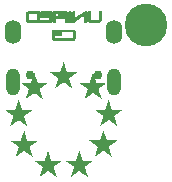
<source format=gbs>
G04 #@! TF.GenerationSoftware,KiCad,Pcbnew,(5.1.8)-1*
G04 #@! TF.CreationDate,2021-02-07T19:28:48+03:00*
G04 #@! TF.ProjectId,Unified-Daughterboard,556e6966-6965-4642-9d44-617567687465,C3*
G04 #@! TF.SameCoordinates,Original*
G04 #@! TF.FileFunction,Soldermask,Bot*
G04 #@! TF.FilePolarity,Negative*
%FSLAX46Y46*%
G04 Gerber Fmt 4.6, Leading zero omitted, Abs format (unit mm)*
G04 Created by KiCad (PCBNEW (5.1.8)-1) date 2021-02-07 19:28:48*
%MOMM*%
%LPD*%
G01*
G04 APERTURE LIST*
%ADD10C,0.100000*%
%ADD11O,1.202000X2.302000*%
%ADD12O,1.402000X2.002000*%
%ADD13C,0.752000*%
%ADD14C,3.602001*%
G04 APERTURE END LIST*
D10*
G36*
X74997633Y-61629123D02*
G01*
X74995656Y-61633557D01*
X74992949Y-61640613D01*
X74989729Y-61649731D01*
X74986575Y-61659220D01*
X74984942Y-61664280D01*
X74982168Y-61672881D01*
X74978317Y-61684831D01*
X74973448Y-61699941D01*
X74967624Y-61718020D01*
X74960905Y-61738879D01*
X74953353Y-61762327D01*
X74945029Y-61788174D01*
X74935995Y-61816229D01*
X74926310Y-61846304D01*
X74916038Y-61878207D01*
X74905238Y-61911749D01*
X74893972Y-61946739D01*
X74882302Y-61982987D01*
X74870288Y-62020304D01*
X74857992Y-62058498D01*
X74847658Y-62090600D01*
X74719385Y-62489070D01*
X74265324Y-62487732D01*
X74223431Y-62487611D01*
X74182582Y-62487499D01*
X74142948Y-62487396D01*
X74104702Y-62487303D01*
X74068016Y-62487218D01*
X74033062Y-62487144D01*
X74000012Y-62487079D01*
X73969040Y-62487025D01*
X73940317Y-62486981D01*
X73914015Y-62486948D01*
X73890307Y-62486925D01*
X73869366Y-62486914D01*
X73851363Y-62486914D01*
X73836470Y-62486926D01*
X73824861Y-62486950D01*
X73816707Y-62486986D01*
X73812180Y-62487035D01*
X73811263Y-62487076D01*
X73812828Y-62488270D01*
X73817430Y-62491657D01*
X73824928Y-62497135D01*
X73835185Y-62504604D01*
X73848058Y-62513961D01*
X73863409Y-62525107D01*
X73881098Y-62537938D01*
X73900984Y-62552355D01*
X73922929Y-62568256D01*
X73946791Y-62585538D01*
X73972432Y-62604102D01*
X73999711Y-62623846D01*
X74028489Y-62644668D01*
X74058626Y-62666468D01*
X74089981Y-62689143D01*
X74122416Y-62712592D01*
X74155790Y-62736715D01*
X74178542Y-62753158D01*
X74212472Y-62777684D01*
X74245555Y-62801615D01*
X74277652Y-62824849D01*
X74308623Y-62847284D01*
X74338329Y-62868818D01*
X74366628Y-62889349D01*
X74393382Y-62908776D01*
X74418450Y-62926997D01*
X74441692Y-62943910D01*
X74462969Y-62959412D01*
X74482141Y-62973403D01*
X74499067Y-62985780D01*
X74513608Y-62996441D01*
X74525623Y-63005285D01*
X74534974Y-63012209D01*
X74541520Y-63017113D01*
X74545120Y-63019893D01*
X74545815Y-63020517D01*
X74545213Y-63022534D01*
X74543443Y-63028110D01*
X74540558Y-63037078D01*
X74536614Y-63049274D01*
X74531664Y-63064533D01*
X74525761Y-63082689D01*
X74518960Y-63103577D01*
X74511314Y-63127032D01*
X74502878Y-63152889D01*
X74493705Y-63180983D01*
X74483850Y-63211149D01*
X74473366Y-63243220D01*
X74462306Y-63277034D01*
X74450726Y-63312423D01*
X74438678Y-63349223D01*
X74426218Y-63387268D01*
X74413398Y-63426395D01*
X74405150Y-63451556D01*
X74392138Y-63491261D01*
X74379455Y-63529979D01*
X74367156Y-63567546D01*
X74355293Y-63603798D01*
X74343921Y-63638570D01*
X74333093Y-63671698D01*
X74322863Y-63703018D01*
X74313284Y-63732364D01*
X74304410Y-63759572D01*
X74296295Y-63784478D01*
X74288992Y-63806917D01*
X74282555Y-63826725D01*
X74277038Y-63843737D01*
X74272494Y-63857789D01*
X74268978Y-63868716D01*
X74266541Y-63876354D01*
X74265239Y-63880537D01*
X74265025Y-63881326D01*
X74266634Y-63880252D01*
X74271267Y-63876967D01*
X74278786Y-63871574D01*
X74289049Y-63864175D01*
X74301919Y-63854869D01*
X74317255Y-63843760D01*
X74334917Y-63830948D01*
X74354766Y-63816535D01*
X74376663Y-63800622D01*
X74400467Y-63783312D01*
X74426040Y-63764704D01*
X74453241Y-63744902D01*
X74481931Y-63724005D01*
X74511970Y-63702117D01*
X74543219Y-63679338D01*
X74575538Y-63655769D01*
X74608788Y-63631513D01*
X74631174Y-63615177D01*
X74664982Y-63590515D01*
X74697968Y-63566477D01*
X74729991Y-63543164D01*
X74760911Y-63520678D01*
X74790588Y-63499119D01*
X74818880Y-63478591D01*
X74845647Y-63459194D01*
X74870749Y-63441029D01*
X74894046Y-63424198D01*
X74915395Y-63408803D01*
X74934658Y-63394945D01*
X74951693Y-63382726D01*
X74966360Y-63372246D01*
X74978519Y-63363608D01*
X74988029Y-63356913D01*
X74994749Y-63352262D01*
X74998538Y-63349757D01*
X74999365Y-63349328D01*
X75001165Y-63350559D01*
X75005989Y-63353998D01*
X75013696Y-63359542D01*
X75024142Y-63367089D01*
X75037189Y-63376535D01*
X75052693Y-63387778D01*
X75070514Y-63400715D01*
X75090510Y-63415244D01*
X75112540Y-63431261D01*
X75136463Y-63448663D01*
X75162137Y-63467349D01*
X75189421Y-63487214D01*
X75218173Y-63508158D01*
X75248253Y-63530075D01*
X75279519Y-63552865D01*
X75311829Y-63576423D01*
X75345043Y-63600648D01*
X75364196Y-63614621D01*
X75397862Y-63639182D01*
X75430705Y-63663141D01*
X75462584Y-63686393D01*
X75493358Y-63708836D01*
X75522885Y-63730367D01*
X75551024Y-63750882D01*
X75577632Y-63770279D01*
X75602570Y-63788454D01*
X75625695Y-63805306D01*
X75646866Y-63820729D01*
X75665941Y-63834622D01*
X75682779Y-63846881D01*
X75697240Y-63857404D01*
X75709180Y-63866087D01*
X75718459Y-63872827D01*
X75724936Y-63877522D01*
X75728469Y-63880067D01*
X75729110Y-63880516D01*
X75730844Y-63880936D01*
X75730632Y-63878498D01*
X75730325Y-63877454D01*
X75729589Y-63875181D01*
X75727689Y-63869352D01*
X75724680Y-63860134D01*
X75720617Y-63847693D01*
X75715555Y-63832198D01*
X75709548Y-63813816D01*
X75702650Y-63792713D01*
X75694918Y-63769059D01*
X75686404Y-63743019D01*
X75677165Y-63714761D01*
X75667255Y-63684454D01*
X75656728Y-63652263D01*
X75645640Y-63618357D01*
X75634045Y-63582904D01*
X75621998Y-63546069D01*
X75609553Y-63508022D01*
X75596765Y-63468928D01*
X75589801Y-63447638D01*
X75576868Y-63408098D01*
X75564257Y-63369538D01*
X75552024Y-63332123D01*
X75540221Y-63296020D01*
X75528904Y-63261394D01*
X75518127Y-63228411D01*
X75507942Y-63197237D01*
X75498406Y-63168038D01*
X75489571Y-63140979D01*
X75481492Y-63116226D01*
X75474223Y-63093946D01*
X75467818Y-63074304D01*
X75462332Y-63057466D01*
X75457818Y-63043597D01*
X75454331Y-63032865D01*
X75451925Y-63025433D01*
X75450653Y-63021469D01*
X75450457Y-63020827D01*
X75451997Y-63019542D01*
X75456574Y-63016065D01*
X75464047Y-63010497D01*
X75474276Y-63002942D01*
X75487121Y-62993499D01*
X75502443Y-62982273D01*
X75520100Y-62969365D01*
X75539953Y-62954876D01*
X75561861Y-62938909D01*
X75585686Y-62921567D01*
X75611286Y-62902950D01*
X75638521Y-62883162D01*
X75667251Y-62862304D01*
X75697337Y-62840478D01*
X75728638Y-62817787D01*
X75761014Y-62794332D01*
X75794325Y-62770215D01*
X75815364Y-62754991D01*
X75849214Y-62730500D01*
X75882234Y-62706603D01*
X75914285Y-62683403D01*
X75945224Y-62661002D01*
X75974911Y-62639504D01*
X76003203Y-62619009D01*
X76029961Y-62599621D01*
X76055042Y-62581443D01*
X76078305Y-62564576D01*
X76099609Y-62549123D01*
X76118813Y-62535186D01*
X76135776Y-62522869D01*
X76150355Y-62512273D01*
X76162410Y-62503501D01*
X76171800Y-62496655D01*
X76178383Y-62491838D01*
X76182018Y-62489152D01*
X76182728Y-62488604D01*
X76181908Y-62488349D01*
X76178853Y-62488120D01*
X76173464Y-62487916D01*
X76165644Y-62487737D01*
X76155296Y-62487583D01*
X76142322Y-62487453D01*
X76126626Y-62487348D01*
X76108109Y-62487267D01*
X76086675Y-62487210D01*
X76062226Y-62487177D01*
X76034664Y-62487168D01*
X76003893Y-62487182D01*
X75969815Y-62487220D01*
X75932333Y-62487281D01*
X75891349Y-62487366D01*
X75846765Y-62487473D01*
X75798486Y-62487602D01*
X75746413Y-62487755D01*
X75731058Y-62487802D01*
X75277197Y-62489201D01*
X75270323Y-62467825D01*
X75256746Y-62425610D01*
X75243003Y-62382905D01*
X75229149Y-62339870D01*
X75215234Y-62296668D01*
X75201312Y-62253459D01*
X75187434Y-62210406D01*
X75173653Y-62167668D01*
X75160020Y-62125409D01*
X75146589Y-62083789D01*
X75133410Y-62042969D01*
X75120537Y-62003112D01*
X75108022Y-61964378D01*
X75095916Y-61926928D01*
X75084272Y-61890925D01*
X75073143Y-61856530D01*
X75062580Y-61823904D01*
X75052635Y-61793208D01*
X75043361Y-61764604D01*
X75034811Y-61738253D01*
X75027035Y-61714317D01*
X75020087Y-61692957D01*
X75014018Y-61674335D01*
X75008881Y-61658611D01*
X75004728Y-61645947D01*
X75001611Y-61636506D01*
X74999583Y-61630447D01*
X74998695Y-61627933D01*
X74998664Y-61627871D01*
X74997633Y-61629123D01*
G37*
G36*
X77487817Y-62527941D02*
G01*
X77487756Y-62528128D01*
X77487701Y-62528222D01*
X77487038Y-62530128D01*
X77485231Y-62535588D01*
X77482337Y-62544424D01*
X77478412Y-62556459D01*
X77473514Y-62571517D01*
X77467701Y-62589421D01*
X77461029Y-62609995D01*
X77453556Y-62633061D01*
X77445339Y-62658444D01*
X77436435Y-62685965D01*
X77426901Y-62715450D01*
X77416795Y-62746720D01*
X77406174Y-62779599D01*
X77395094Y-62813910D01*
X77383614Y-62849477D01*
X77371791Y-62886124D01*
X77366329Y-62903056D01*
X77354077Y-62941043D01*
X77341981Y-62978545D01*
X77330109Y-63015347D01*
X77318530Y-63051237D01*
X77307314Y-63086000D01*
X77296530Y-63119423D01*
X77286245Y-63151292D01*
X77276531Y-63181393D01*
X77267454Y-63209513D01*
X77259085Y-63235437D01*
X77251492Y-63258952D01*
X77244745Y-63279845D01*
X77238912Y-63297901D01*
X77234063Y-63312907D01*
X77230266Y-63324649D01*
X77227590Y-63332913D01*
X77227237Y-63334000D01*
X77208807Y-63390819D01*
X76754662Y-63390157D01*
X76300517Y-63389494D01*
X76308354Y-63395198D01*
X76310660Y-63396869D01*
X76315997Y-63400730D01*
X76324217Y-63406676D01*
X76335177Y-63414601D01*
X76348729Y-63424402D01*
X76364729Y-63435971D01*
X76383032Y-63449204D01*
X76403490Y-63463996D01*
X76425960Y-63480242D01*
X76450294Y-63497835D01*
X76476348Y-63516671D01*
X76503976Y-63536645D01*
X76533032Y-63557651D01*
X76563371Y-63579584D01*
X76594846Y-63602338D01*
X76627314Y-63625809D01*
X76660626Y-63649891D01*
X76674738Y-63660092D01*
X76708269Y-63684333D01*
X76740965Y-63707973D01*
X76772684Y-63730908D01*
X76803282Y-63753036D01*
X76832619Y-63774254D01*
X76860551Y-63794458D01*
X76886936Y-63813547D01*
X76911633Y-63831417D01*
X76934498Y-63847964D01*
X76955390Y-63863086D01*
X76974166Y-63876681D01*
X76990684Y-63888644D01*
X77004801Y-63898873D01*
X77016376Y-63907266D01*
X77025266Y-63913718D01*
X77031328Y-63918127D01*
X77034421Y-63920391D01*
X77034806Y-63920682D01*
X77034346Y-63922647D01*
X77032716Y-63928170D01*
X77029970Y-63937087D01*
X77026161Y-63949234D01*
X77021341Y-63964445D01*
X77015565Y-63982556D01*
X77008884Y-64003404D01*
X77001353Y-64026822D01*
X76993024Y-64052648D01*
X76983951Y-64080715D01*
X76974186Y-64110860D01*
X76963782Y-64142919D01*
X76952794Y-64176726D01*
X76941273Y-64212117D01*
X76929273Y-64248928D01*
X76916847Y-64286993D01*
X76904049Y-64326150D01*
X76895297Y-64352896D01*
X76882275Y-64392681D01*
X76869582Y-64431477D01*
X76857270Y-64469121D01*
X76845392Y-64505449D01*
X76834004Y-64540296D01*
X76823157Y-64573498D01*
X76812906Y-64604892D01*
X76803304Y-64634314D01*
X76794405Y-64661598D01*
X76786261Y-64686582D01*
X76778927Y-64709100D01*
X76772457Y-64728990D01*
X76766902Y-64746087D01*
X76762318Y-64760226D01*
X76758757Y-64771244D01*
X76756274Y-64778977D01*
X76754920Y-64783261D01*
X76754673Y-64784119D01*
X76756270Y-64783019D01*
X76760892Y-64779709D01*
X76768400Y-64774291D01*
X76778654Y-64766867D01*
X76791515Y-64757537D01*
X76806843Y-64746405D01*
X76824499Y-64733570D01*
X76844343Y-64719136D01*
X76866236Y-64703202D01*
X76890038Y-64685871D01*
X76915610Y-64667244D01*
X76942813Y-64647423D01*
X76971507Y-64626509D01*
X77001552Y-64604604D01*
X77032810Y-64581809D01*
X77065140Y-64558226D01*
X77098403Y-64533957D01*
X77121237Y-64517293D01*
X77155064Y-64492617D01*
X77188067Y-64468567D01*
X77220104Y-64445244D01*
X77251035Y-64422749D01*
X77280721Y-64401184D01*
X77309021Y-64380651D01*
X77335795Y-64361249D01*
X77360902Y-64343081D01*
X77384202Y-64326248D01*
X77405556Y-64310851D01*
X77424822Y-64296991D01*
X77441861Y-64284769D01*
X77456532Y-64274288D01*
X77468696Y-64265647D01*
X77478211Y-64258948D01*
X77484938Y-64254293D01*
X77488737Y-64251783D01*
X77489573Y-64251351D01*
X77491302Y-64252589D01*
X77496025Y-64256011D01*
X77503570Y-64261493D01*
X77513766Y-64268909D01*
X77526443Y-64278135D01*
X77541427Y-64289046D01*
X77558549Y-64301517D01*
X77577636Y-64315422D01*
X77598517Y-64330637D01*
X77621021Y-64347037D01*
X77644977Y-64364497D01*
X77670212Y-64382891D01*
X77696556Y-64402095D01*
X77723836Y-64421983D01*
X77751883Y-64442431D01*
X77780524Y-64463314D01*
X77809587Y-64484506D01*
X77838902Y-64505883D01*
X77868297Y-64527320D01*
X77897600Y-64548692D01*
X77926641Y-64569873D01*
X77955247Y-64590738D01*
X77983248Y-64611163D01*
X78010472Y-64631023D01*
X78036747Y-64650193D01*
X78061902Y-64668547D01*
X78085766Y-64685960D01*
X78108167Y-64702309D01*
X78128934Y-64717467D01*
X78147896Y-64731309D01*
X78164880Y-64743711D01*
X78179716Y-64754548D01*
X78192233Y-64763694D01*
X78202258Y-64771024D01*
X78209620Y-64776415D01*
X78214148Y-64779739D01*
X78215487Y-64780731D01*
X78222127Y-64785720D01*
X78220602Y-64780872D01*
X78219858Y-64778583D01*
X78217950Y-64772737D01*
X78214933Y-64763500D01*
X78210860Y-64751041D01*
X78205788Y-64735527D01*
X78199769Y-64717123D01*
X78192860Y-64695999D01*
X78185114Y-64672320D01*
X78176586Y-64646253D01*
X78167332Y-64617967D01*
X78157405Y-64587628D01*
X78146861Y-64555403D01*
X78135754Y-64521459D01*
X78124138Y-64485963D01*
X78112069Y-64449083D01*
X78099601Y-64410986D01*
X78086789Y-64371838D01*
X78079302Y-64348962D01*
X78066343Y-64309344D01*
X78053721Y-64270708D01*
X78041489Y-64233219D01*
X78029700Y-64197042D01*
X78018409Y-64162343D01*
X78007668Y-64129286D01*
X77997530Y-64098037D01*
X77988049Y-64068761D01*
X77979279Y-64041624D01*
X77971272Y-64016790D01*
X77964082Y-63994425D01*
X77957763Y-63974694D01*
X77952368Y-63957762D01*
X77947949Y-63943794D01*
X77944561Y-63932956D01*
X77942257Y-63925412D01*
X77941090Y-63921329D01*
X77940956Y-63920609D01*
X77942655Y-63919358D01*
X77947389Y-63915914D01*
X77955018Y-63910379D01*
X77965400Y-63902855D01*
X77978395Y-63893444D01*
X77993862Y-63882248D01*
X78011659Y-63869368D01*
X78031647Y-63854907D01*
X78053684Y-63838967D01*
X78077628Y-63821650D01*
X78103340Y-63803057D01*
X78130679Y-63783290D01*
X78159503Y-63762451D01*
X78189671Y-63740643D01*
X78221043Y-63717967D01*
X78253477Y-63694525D01*
X78286834Y-63670419D01*
X78307791Y-63655275D01*
X78341639Y-63630815D01*
X78374648Y-63606961D01*
X78406678Y-63583812D01*
X78437588Y-63561472D01*
X78467237Y-63540040D01*
X78495486Y-63519621D01*
X78522193Y-63500314D01*
X78547217Y-63482222D01*
X78542500Y-63479000D01*
X78542500Y-63419000D01*
X78542500Y-63390038D01*
X78542500Y-63389998D01*
X78542500Y-63389967D01*
X78542500Y-63389943D01*
X78537172Y-63389927D01*
X78507797Y-63389920D01*
X78476222Y-63389921D01*
X78442619Y-63389931D01*
X78407158Y-63389948D01*
X78370013Y-63389975D01*
X78331354Y-63390009D01*
X78291354Y-63390053D01*
X78250184Y-63390105D01*
X78221092Y-63390146D01*
X77767029Y-63390819D01*
X77761235Y-63373186D01*
X77760076Y-63369623D01*
X77757774Y-63362513D01*
X77754389Y-63352037D01*
X77749977Y-63338376D01*
X77744598Y-63321711D01*
X77738311Y-63302226D01*
X77731174Y-63280101D01*
X77723246Y-63255519D01*
X77714584Y-63228660D01*
X77705249Y-63199707D01*
X77695298Y-63168841D01*
X77684791Y-63136244D01*
X77673785Y-63102098D01*
X77662339Y-63066585D01*
X77650512Y-63029886D01*
X77638362Y-62992183D01*
X77627922Y-62959779D01*
X77612649Y-62912377D01*
X77598532Y-62868564D01*
X77585527Y-62828199D01*
X77573586Y-62791142D01*
X77562664Y-62757251D01*
X77552717Y-62726387D01*
X77543697Y-62698408D01*
X77535559Y-62673174D01*
X77528258Y-62650544D01*
X77521747Y-62630378D01*
X77515981Y-62612534D01*
X77510915Y-62596872D01*
X77506502Y-62583252D01*
X77502698Y-62571532D01*
X77499455Y-62561572D01*
X77496729Y-62553232D01*
X77494474Y-62546370D01*
X77492643Y-62540847D01*
X77491192Y-62536520D01*
X77490075Y-62533250D01*
X77489246Y-62530896D01*
X77488658Y-62529318D01*
X77488268Y-62528373D01*
X77488028Y-62527923D01*
X77487893Y-62527826D01*
X77487817Y-62527941D01*
G37*
G36*
X72509473Y-62538947D02*
G01*
X72507648Y-62544413D01*
X72504749Y-62553212D01*
X72500839Y-62565147D01*
X72495985Y-62580018D01*
X72490248Y-62597628D01*
X72483693Y-62617778D01*
X72476385Y-62640271D01*
X72468387Y-62664909D01*
X72459764Y-62691492D01*
X72450580Y-62719824D01*
X72440898Y-62749705D01*
X72430782Y-62780938D01*
X72420298Y-62813325D01*
X72409509Y-62846667D01*
X72398478Y-62880766D01*
X72387271Y-62915424D01*
X72375951Y-62950443D01*
X72364582Y-62985625D01*
X72353228Y-63020772D01*
X72341954Y-63055685D01*
X72330823Y-63090166D01*
X72319900Y-63124017D01*
X72309248Y-63157040D01*
X72298933Y-63189037D01*
X72289017Y-63219810D01*
X72279564Y-63249160D01*
X72270640Y-63276890D01*
X72262308Y-63302800D01*
X72254632Y-63326694D01*
X72247677Y-63348373D01*
X72241505Y-63367638D01*
X72237907Y-63378890D01*
X72231703Y-63398310D01*
X71777835Y-63396934D01*
X71728113Y-63396783D01*
X71682163Y-63396646D01*
X71639837Y-63396524D01*
X71600988Y-63396415D01*
X71565469Y-63396323D01*
X71533132Y-63396247D01*
X71503830Y-63396188D01*
X71477416Y-63396147D01*
X71453743Y-63396124D01*
X71452500Y-63419000D01*
X71452500Y-63469000D01*
X71452500Y-63459000D01*
X71452500Y-63449000D01*
X71452500Y-63429000D01*
X71452500Y-63419000D01*
X71452500Y-63449000D01*
X71452500Y-63409000D01*
X71452500Y-63419000D01*
X71452500Y-63439000D01*
X71452500Y-63469000D01*
X71452500Y-63459000D01*
X71452500Y-63449000D01*
X71452500Y-63409000D01*
X71452500Y-63419000D01*
X71452500Y-63439000D01*
X71452500Y-63419000D01*
X71452500Y-63399000D01*
X71452500Y-63409000D01*
X71452500Y-63489000D01*
X71466653Y-63500206D01*
X71492514Y-63518939D01*
X71519984Y-63538829D01*
X71548921Y-63559773D01*
X71579181Y-63581667D01*
X71610622Y-63604409D01*
X71643102Y-63627895D01*
X71676478Y-63652020D01*
X71695580Y-63665825D01*
X72059356Y-63928696D01*
X72048803Y-63960506D01*
X72044384Y-63973854D01*
X72039051Y-63990018D01*
X72032868Y-64008797D01*
X72025901Y-64029991D01*
X72018216Y-64053396D01*
X72009879Y-64078813D01*
X72000955Y-64106040D01*
X71991510Y-64134875D01*
X71981609Y-64165117D01*
X71971319Y-64196565D01*
X71960706Y-64229017D01*
X71949834Y-64262272D01*
X71938769Y-64296129D01*
X71927578Y-64330387D01*
X71916326Y-64364843D01*
X71905078Y-64399297D01*
X71893901Y-64433547D01*
X71882860Y-64467392D01*
X71872020Y-64500631D01*
X71861448Y-64533062D01*
X71851209Y-64564484D01*
X71841369Y-64594695D01*
X71831994Y-64623495D01*
X71823149Y-64650681D01*
X71814899Y-64676053D01*
X71807312Y-64699409D01*
X71800452Y-64720548D01*
X71794385Y-64739268D01*
X71789176Y-64755369D01*
X71784892Y-64768648D01*
X71781599Y-64778905D01*
X71779361Y-64785937D01*
X71778244Y-64789545D01*
X71778126Y-64790001D01*
X71779750Y-64788926D01*
X71784397Y-64785642D01*
X71791929Y-64780249D01*
X71802206Y-64772849D01*
X71815088Y-64763544D01*
X71830436Y-64752435D01*
X71848109Y-64739624D01*
X71867967Y-64725212D01*
X71889872Y-64709301D01*
X71913683Y-64691993D01*
X71939261Y-64673388D01*
X71966465Y-64653589D01*
X71995157Y-64632697D01*
X72025195Y-64610814D01*
X72056441Y-64588040D01*
X72088755Y-64564479D01*
X72121997Y-64540231D01*
X72143995Y-64524179D01*
X72177782Y-64499530D01*
X72210745Y-64475502D01*
X72242743Y-64452196D01*
X72273635Y-64429713D01*
X72303282Y-64408156D01*
X72331542Y-64387625D01*
X72358275Y-64368224D01*
X72383340Y-64350052D01*
X72406597Y-64333213D01*
X72427906Y-64317808D01*
X72447126Y-64303939D01*
X72464115Y-64291706D01*
X72478735Y-64281213D01*
X72490844Y-64272560D01*
X72500301Y-64265850D01*
X72506967Y-64261183D01*
X72510701Y-64258663D01*
X72511487Y-64258223D01*
X72513262Y-64259413D01*
X72518060Y-64262813D01*
X72525741Y-64268320D01*
X72536163Y-64275832D01*
X72549186Y-64285245D01*
X72564668Y-64296459D01*
X72582469Y-64309369D01*
X72602448Y-64323875D01*
X72624464Y-64339873D01*
X72648376Y-64357261D01*
X72674043Y-64375937D01*
X72701325Y-64395799D01*
X72730081Y-64416744D01*
X72760169Y-64438669D01*
X72791449Y-64461472D01*
X72823779Y-64485051D01*
X72857020Y-64509304D01*
X72877510Y-64524258D01*
X72911226Y-64548865D01*
X72944112Y-64572862D01*
X72976028Y-64596144D01*
X73006833Y-64618611D01*
X73036386Y-64640160D01*
X73064546Y-64660688D01*
X73091175Y-64680093D01*
X73116129Y-64698273D01*
X73139270Y-64715125D01*
X73160456Y-64730547D01*
X73179547Y-64744436D01*
X73196403Y-64756691D01*
X73210882Y-64767209D01*
X73222844Y-64775887D01*
X73232149Y-64782623D01*
X73238656Y-64787316D01*
X73242225Y-64789861D01*
X73242898Y-64790316D01*
X73242670Y-64788647D01*
X73241326Y-64783643D01*
X73238984Y-64775686D01*
X73235761Y-64765158D01*
X73231776Y-64752444D01*
X73227147Y-64737927D01*
X73221991Y-64721988D01*
X73219351Y-64713904D01*
X73196600Y-64644460D01*
X73175051Y-64578674D01*
X73154684Y-64516484D01*
X73135478Y-64457825D01*
X73117411Y-64402633D01*
X73100463Y-64350845D01*
X73084614Y-64302397D01*
X73069842Y-64257225D01*
X73056127Y-64215266D01*
X73043448Y-64176455D01*
X73031783Y-64140728D01*
X73021113Y-64108022D01*
X73011416Y-64078274D01*
X73002672Y-64051418D01*
X72994860Y-64027392D01*
X72987959Y-64006131D01*
X72981947Y-63987572D01*
X72976806Y-63971651D01*
X72972512Y-63958305D01*
X72969047Y-63947468D01*
X72966388Y-63939078D01*
X72964516Y-63933071D01*
X72963408Y-63929382D01*
X72963046Y-63927949D01*
X72963051Y-63927926D01*
X72964693Y-63926727D01*
X72969371Y-63923334D01*
X72976943Y-63917850D01*
X72987271Y-63910376D01*
X73000212Y-63901014D01*
X73015626Y-63889865D01*
X73033373Y-63877030D01*
X73053312Y-63862613D01*
X73075303Y-63846714D01*
X73099204Y-63829434D01*
X73124876Y-63810877D01*
X73152177Y-63791142D01*
X73180968Y-63770332D01*
X73211107Y-63748549D01*
X73242454Y-63725894D01*
X73274868Y-63702469D01*
X73308209Y-63678375D01*
X73329282Y-63663147D01*
X73363144Y-63638676D01*
X73396176Y-63614803D01*
X73428235Y-63591628D01*
X73459182Y-63569256D01*
X73488873Y-63547787D01*
X73517170Y-63527324D01*
X73543929Y-63507969D01*
X73569010Y-63489825D01*
X73592273Y-63472993D01*
X73613575Y-63457575D01*
X73632775Y-63443675D01*
X73649732Y-63431393D01*
X73664306Y-63420833D01*
X73676355Y-63412096D01*
X73685737Y-63405284D01*
X73692312Y-63400500D01*
X73695938Y-63397845D01*
X73696642Y-63397315D01*
X73694914Y-63397131D01*
X73689381Y-63396966D01*
X73680155Y-63396820D01*
X73667349Y-63396695D01*
X73651077Y-63396589D01*
X73631452Y-63396504D01*
X73608586Y-63396438D01*
X73582593Y-63396393D01*
X73553585Y-63396368D01*
X73521676Y-63396363D01*
X73486979Y-63396379D01*
X73449606Y-63396416D01*
X73409670Y-63396473D01*
X73367285Y-63396551D01*
X73322564Y-63396651D01*
X73275620Y-63396771D01*
X73244050Y-63396860D01*
X72789502Y-63398193D01*
X72650546Y-62966841D01*
X72637710Y-62927022D01*
X72625182Y-62888208D01*
X72613016Y-62850562D01*
X72601264Y-62814249D01*
X72589980Y-62779431D01*
X72579218Y-62746271D01*
X72569031Y-62714934D01*
X72559472Y-62685583D01*
X72550594Y-62658382D01*
X72542452Y-62633493D01*
X72535098Y-62611080D01*
X72528586Y-62591307D01*
X72522968Y-62574337D01*
X72518300Y-62560334D01*
X72514633Y-62549461D01*
X72512022Y-62541881D01*
X72510520Y-62537759D01*
X72510159Y-62537013D01*
X72509473Y-62538947D01*
G37*
G36*
X78814560Y-64821958D02*
G01*
X78812730Y-64827363D01*
X78809805Y-64836169D01*
X78805840Y-64848213D01*
X78800888Y-64863330D01*
X78795002Y-64881356D01*
X78788234Y-64902127D01*
X78780640Y-64925479D01*
X78772271Y-64951247D01*
X78763181Y-64979268D01*
X78753424Y-65009377D01*
X78743052Y-65041410D01*
X78732119Y-65075203D01*
X78720679Y-65110591D01*
X78708784Y-65147411D01*
X78696488Y-65185498D01*
X78683845Y-65224688D01*
X78675205Y-65251482D01*
X78536146Y-65682835D01*
X78081545Y-65681585D01*
X78029896Y-65681447D01*
X77982043Y-65681328D01*
X77937863Y-65681227D01*
X77897234Y-65681146D01*
X77860034Y-65681084D01*
X77826139Y-65681042D01*
X77795428Y-65681020D01*
X77767778Y-65681018D01*
X77743066Y-65681038D01*
X77721170Y-65681078D01*
X77701968Y-65681140D01*
X77685336Y-65681224D01*
X77671152Y-65681330D01*
X77659295Y-65681458D01*
X77649640Y-65681608D01*
X77642066Y-65681782D01*
X77636451Y-65681979D01*
X77632671Y-65682199D01*
X77630605Y-65682443D01*
X77630129Y-65682712D01*
X77630151Y-65682731D01*
X77632016Y-65684086D01*
X77636915Y-65687634D01*
X77644707Y-65693272D01*
X77655248Y-65700897D01*
X77668397Y-65710408D01*
X77684013Y-65721700D01*
X77701952Y-65734672D01*
X77722074Y-65749220D01*
X77744237Y-65765243D01*
X77768297Y-65782638D01*
X77794114Y-65801302D01*
X77821546Y-65821132D01*
X77850450Y-65842026D01*
X77880684Y-65863880D01*
X77912107Y-65886594D01*
X77944577Y-65910063D01*
X77977952Y-65934185D01*
X77997962Y-65948648D01*
X78031767Y-65973091D01*
X78064725Y-65996939D01*
X78096697Y-66020092D01*
X78127542Y-66042446D01*
X78157118Y-66063900D01*
X78185287Y-66084351D01*
X78211907Y-66103696D01*
X78236839Y-66121834D01*
X78259940Y-66138661D01*
X78281072Y-66154077D01*
X78300094Y-66167977D01*
X78316864Y-66180261D01*
X78331243Y-66190825D01*
X78343091Y-66199567D01*
X78352266Y-66206385D01*
X78358629Y-66211177D01*
X78362039Y-66213840D01*
X78362609Y-66214373D01*
X78362011Y-66216414D01*
X78360247Y-66222012D01*
X78357371Y-66231004D01*
X78353435Y-66243222D01*
X78348495Y-66258501D01*
X78342604Y-66276677D01*
X78335815Y-66297582D01*
X78328184Y-66321053D01*
X78319763Y-66346922D01*
X78310607Y-66375025D01*
X78300769Y-66405197D01*
X78290304Y-66437270D01*
X78279265Y-66471081D01*
X78267707Y-66506463D01*
X78255683Y-66543251D01*
X78243246Y-66581279D01*
X78230452Y-66620382D01*
X78222579Y-66644433D01*
X78209600Y-66684093D01*
X78196949Y-66722773D01*
X78184680Y-66760307D01*
X78172849Y-66796530D01*
X78161507Y-66831277D01*
X78150709Y-66864383D01*
X78140508Y-66895682D01*
X78130958Y-66925010D01*
X78122114Y-66952201D01*
X78114028Y-66977091D01*
X78106754Y-66999513D01*
X78100346Y-67019304D01*
X78094858Y-67036296D01*
X78090344Y-67050327D01*
X78086856Y-67061229D01*
X78084449Y-67068839D01*
X78083177Y-67072991D01*
X78082981Y-67073754D01*
X78084584Y-67072752D01*
X78089211Y-67069538D01*
X78096722Y-67064215D01*
X78106978Y-67056883D01*
X78119838Y-67047643D01*
X78135165Y-67036598D01*
X78152817Y-67023847D01*
X78172655Y-67009492D01*
X78194540Y-66993635D01*
X78218331Y-66976377D01*
X78243890Y-66957818D01*
X78271077Y-66938061D01*
X78299751Y-66917205D01*
X78329774Y-66895354D01*
X78361006Y-66872606D01*
X78393307Y-66849065D01*
X78426537Y-66824831D01*
X78448559Y-66808763D01*
X78482337Y-66784116D01*
X78515285Y-66760085D01*
X78547261Y-66736771D01*
X78578127Y-66714277D01*
X78607741Y-66692704D01*
X78635964Y-66672154D01*
X78662655Y-66652730D01*
X78687675Y-66634532D01*
X78710882Y-66617663D01*
X78732137Y-66602225D01*
X78751299Y-66588320D01*
X78768228Y-66576049D01*
X78782784Y-66565514D01*
X78794827Y-66556818D01*
X78804217Y-66550063D01*
X78810813Y-66545349D01*
X78814475Y-66542780D01*
X78815214Y-66542308D01*
X78816918Y-66543446D01*
X78821646Y-66546794D01*
X78829257Y-66552250D01*
X78839610Y-66559710D01*
X78852566Y-66569072D01*
X78867982Y-66580236D01*
X78885720Y-66593098D01*
X78905638Y-66607557D01*
X78927596Y-66623510D01*
X78951452Y-66640855D01*
X78977068Y-66659489D01*
X79004301Y-66679312D01*
X79033012Y-66700221D01*
X79063060Y-66722112D01*
X79094305Y-66744886D01*
X79126605Y-66768438D01*
X79159820Y-66792668D01*
X79180137Y-66807493D01*
X79213852Y-66832097D01*
X79246744Y-66856098D01*
X79278672Y-66879393D01*
X79309494Y-66901878D01*
X79339069Y-66923452D01*
X79367256Y-66944011D01*
X79393914Y-66963452D01*
X79418903Y-66981673D01*
X79442079Y-66998570D01*
X79463304Y-67014040D01*
X79482435Y-67027982D01*
X79499331Y-67040292D01*
X79513851Y-67050866D01*
X79525855Y-67059603D01*
X79535200Y-67066399D01*
X79541747Y-67071151D01*
X79545353Y-67073757D01*
X79546045Y-67074246D01*
X79547716Y-67074544D01*
X79547545Y-67071827D01*
X79547369Y-67071114D01*
X79546654Y-67068837D01*
X79544773Y-67063004D01*
X79541783Y-67053783D01*
X79537736Y-67041340D01*
X79532688Y-67025842D01*
X79526694Y-67007458D01*
X79519808Y-66986355D01*
X79512085Y-66962700D01*
X79503580Y-66936661D01*
X79494347Y-66908404D01*
X79484441Y-66878098D01*
X79473917Y-66845911D01*
X79462829Y-66812008D01*
X79451232Y-66776558D01*
X79439181Y-66739729D01*
X79426731Y-66701687D01*
X79413936Y-66662600D01*
X79406995Y-66641400D01*
X79394053Y-66601864D01*
X79381436Y-66563303D01*
X79369200Y-66525885D01*
X79357396Y-66489775D01*
X79346081Y-66455138D01*
X79335308Y-66422142D01*
X79325131Y-66390953D01*
X79315604Y-66361735D01*
X79306782Y-66334657D01*
X79298717Y-66309882D01*
X79291466Y-66287578D01*
X79285080Y-66267911D01*
X79279616Y-66251046D01*
X79275126Y-66237151D01*
X79271665Y-66226390D01*
X79269286Y-66218930D01*
X79268045Y-66214936D01*
X79267867Y-66214279D01*
X79269435Y-66212952D01*
X79274041Y-66209435D01*
X79281544Y-66203829D01*
X79291803Y-66196238D01*
X79304678Y-66186763D01*
X79320029Y-66175507D01*
X79337715Y-66162572D01*
X79357596Y-66148060D01*
X79379530Y-66132074D01*
X79403379Y-66114716D01*
X79429001Y-66096089D01*
X79456256Y-66076294D01*
X79485003Y-66055434D01*
X79515102Y-66033612D01*
X79546413Y-66010929D01*
X79578795Y-65987488D01*
X79612107Y-65963391D01*
X79632500Y-65948648D01*
X79666341Y-65924189D01*
X79699360Y-65900323D01*
X79731417Y-65877152D01*
X79762368Y-65854779D01*
X79792073Y-65833307D01*
X79820389Y-65812839D01*
X79847174Y-65793476D01*
X79872286Y-65775322D01*
X79895584Y-65758479D01*
X79916924Y-65743050D01*
X79936167Y-65729138D01*
X79953168Y-65716845D01*
X79967787Y-65706273D01*
X79979882Y-65697526D01*
X79989310Y-65690706D01*
X79995929Y-65685915D01*
X79999598Y-65683257D01*
X80000321Y-65682731D01*
X79999950Y-65682461D01*
X79997997Y-65682215D01*
X79994339Y-65681993D01*
X79988854Y-65681794D01*
X79981418Y-65681619D01*
X79971910Y-65681467D01*
X79960208Y-65681337D01*
X79946187Y-65681230D01*
X79929727Y-65681145D01*
X79910704Y-65681082D01*
X79888996Y-65681040D01*
X79864481Y-65681019D01*
X79837035Y-65681019D01*
X79806537Y-65681040D01*
X79772864Y-65681080D01*
X79735893Y-65681141D01*
X79695502Y-65681221D01*
X79651568Y-65681320D01*
X79603969Y-65681438D01*
X79552583Y-65681575D01*
X79548968Y-65681585D01*
X79094396Y-65682835D01*
X78955309Y-65251472D01*
X78942460Y-65211635D01*
X78929923Y-65172791D01*
X78917751Y-65135105D01*
X78905999Y-65098739D01*
X78894718Y-65063860D01*
X78883962Y-65030630D01*
X78873786Y-64999215D01*
X78864241Y-64969778D01*
X78855381Y-64942483D01*
X78847260Y-64917494D01*
X78839931Y-64894977D01*
X78833447Y-64875094D01*
X78827862Y-64858010D01*
X78823228Y-64843890D01*
X78819600Y-64832896D01*
X78817030Y-64825195D01*
X78815571Y-64820949D01*
X78815243Y-64820120D01*
X78814560Y-64821958D01*
G37*
G36*
X71189583Y-64832798D02*
G01*
X71187746Y-64838042D01*
X71184816Y-64846689D01*
X71180846Y-64858577D01*
X71175889Y-64873540D01*
X71170000Y-64891417D01*
X71163230Y-64912044D01*
X71155633Y-64935256D01*
X71147263Y-64960891D01*
X71138173Y-64988786D01*
X71128417Y-65018776D01*
X71118047Y-65050699D01*
X71107117Y-65084391D01*
X71095680Y-65119688D01*
X71083790Y-65156427D01*
X71071500Y-65194445D01*
X71058863Y-65233578D01*
X71050302Y-65260113D01*
X71037459Y-65299928D01*
X71024931Y-65338755D01*
X71012770Y-65376431D01*
X71001031Y-65412789D01*
X70989766Y-65447666D01*
X70979028Y-65480897D01*
X70968872Y-65512317D01*
X70959350Y-65541761D01*
X70950515Y-65569065D01*
X70942421Y-65594065D01*
X70935121Y-65616595D01*
X70928669Y-65636491D01*
X70923117Y-65653589D01*
X70918519Y-65667723D01*
X70914928Y-65678729D01*
X70912398Y-65686443D01*
X70910982Y-65690700D01*
X70910683Y-65691535D01*
X70908686Y-65691600D01*
X70902944Y-65691662D01*
X70893629Y-65691722D01*
X70880914Y-65691779D01*
X70864971Y-65691832D01*
X70845974Y-65691882D01*
X70824095Y-65691929D01*
X70799507Y-65691972D01*
X70772384Y-65692010D01*
X70742897Y-65692044D01*
X70711220Y-65692074D01*
X70677525Y-65692099D01*
X70641986Y-65692118D01*
X70604774Y-65692133D01*
X70566063Y-65692142D01*
X70526027Y-65692145D01*
X70484836Y-65692143D01*
X70456696Y-65692138D01*
X70406715Y-65692128D01*
X70360508Y-65692123D01*
X70317931Y-65692124D01*
X70278841Y-65692133D01*
X70243095Y-65692149D01*
X70210546Y-65692174D01*
X70181053Y-65692209D01*
X70154471Y-65692254D01*
X70130656Y-65692311D01*
X70109464Y-65692381D01*
X70090751Y-65692464D01*
X70074373Y-65692561D01*
X70060187Y-65692674D01*
X70048047Y-65692803D01*
X70037812Y-65692949D01*
X70029335Y-65693114D01*
X70022474Y-65693297D01*
X70017085Y-65693501D01*
X70013023Y-65693725D01*
X70010145Y-65693971D01*
X70008307Y-65694240D01*
X70007364Y-65694532D01*
X70007174Y-65694849D01*
X70007336Y-65695034D01*
X70009269Y-65696447D01*
X70014235Y-65700053D01*
X70022090Y-65705748D01*
X70032693Y-65713429D01*
X70045900Y-65722993D01*
X70061568Y-65734337D01*
X70079556Y-65747356D01*
X70099719Y-65761948D01*
X70121916Y-65778010D01*
X70146003Y-65795437D01*
X70171839Y-65814128D01*
X70199279Y-65833978D01*
X70228181Y-65854884D01*
X70258402Y-65876744D01*
X70289801Y-65899453D01*
X70322233Y-65922908D01*
X70355556Y-65947006D01*
X70373462Y-65959954D01*
X70407160Y-65984329D01*
X70440019Y-66008110D01*
X70471896Y-66031195D01*
X70502651Y-66053480D01*
X70532142Y-66074863D01*
X70560227Y-66095241D01*
X70586766Y-66114511D01*
X70611618Y-66132571D01*
X70634640Y-66149317D01*
X70655693Y-66164647D01*
X70674633Y-66178458D01*
X70691321Y-66190647D01*
X70705615Y-66201112D01*
X70717374Y-66209749D01*
X70726456Y-66216456D01*
X70732720Y-66221131D01*
X70736025Y-66223669D01*
X70736529Y-66224116D01*
X70736008Y-66226160D01*
X70734318Y-66231762D01*
X70731513Y-66240756D01*
X70727646Y-66252977D01*
X70722772Y-66268260D01*
X70716943Y-66286438D01*
X70710213Y-66307347D01*
X70702636Y-66330821D01*
X70694265Y-66356696D01*
X70685154Y-66384804D01*
X70675356Y-66414982D01*
X70664925Y-66447063D01*
X70653914Y-66480883D01*
X70642378Y-66516275D01*
X70630369Y-66553075D01*
X70617941Y-66591117D01*
X70605147Y-66630235D01*
X70597068Y-66654918D01*
X70584080Y-66694602D01*
X70571423Y-66733301D01*
X70559153Y-66770850D01*
X70547322Y-66807086D01*
X70535984Y-66841842D01*
X70525192Y-66874955D01*
X70514999Y-66906259D01*
X70505460Y-66935590D01*
X70496628Y-66962784D01*
X70488555Y-66987675D01*
X70481297Y-67010098D01*
X70474905Y-67029890D01*
X70469434Y-67046885D01*
X70464937Y-67060918D01*
X70461468Y-67071825D01*
X70459080Y-67079441D01*
X70457826Y-67083601D01*
X70457643Y-67084374D01*
X70459285Y-67083318D01*
X70463951Y-67080052D01*
X70471501Y-67074676D01*
X70481795Y-67067293D01*
X70494693Y-67058003D01*
X70510056Y-67046908D01*
X70527742Y-67034110D01*
X70547614Y-67019710D01*
X70569530Y-67003810D01*
X70593352Y-66986510D01*
X70618938Y-66967913D01*
X70646150Y-66948121D01*
X70674847Y-66927233D01*
X70704890Y-66905353D01*
X70736139Y-66882581D01*
X70768453Y-66859020D01*
X70801694Y-66834770D01*
X70823658Y-66818738D01*
X70857432Y-66794090D01*
X70890375Y-66770061D01*
X70922345Y-66746753D01*
X70953204Y-66724268D01*
X70982812Y-66702707D01*
X71011027Y-66682171D01*
X71037710Y-66662764D01*
X71062721Y-66644586D01*
X71085920Y-66627739D01*
X71107167Y-66612326D01*
X71126321Y-66598446D01*
X71143242Y-66586204D01*
X71157791Y-66575699D01*
X71169827Y-66567034D01*
X71179210Y-66560310D01*
X71185800Y-66555630D01*
X71189457Y-66553095D01*
X71190194Y-66552645D01*
X71191886Y-66553825D01*
X71196602Y-66557213D01*
X71204201Y-66562708D01*
X71214543Y-66570207D01*
X71227489Y-66579608D01*
X71242896Y-66590808D01*
X71260625Y-66603706D01*
X71280536Y-66618199D01*
X71302487Y-66634185D01*
X71326339Y-66651561D01*
X71351951Y-66670225D01*
X71379183Y-66690075D01*
X71407894Y-66711009D01*
X71437943Y-66732924D01*
X71469191Y-66755718D01*
X71501496Y-66779289D01*
X71534719Y-66803534D01*
X71555313Y-66818565D01*
X71589029Y-66843174D01*
X71621917Y-66867172D01*
X71653834Y-66890457D01*
X71684641Y-66912927D01*
X71714197Y-66934479D01*
X71742361Y-66955010D01*
X71768993Y-66974420D01*
X71793952Y-66992604D01*
X71817097Y-67009461D01*
X71838288Y-67024888D01*
X71857384Y-67038783D01*
X71874244Y-67051043D01*
X71888728Y-67061566D01*
X71900696Y-67070250D01*
X71910006Y-67076992D01*
X71916519Y-67081690D01*
X71920093Y-67084241D01*
X71920769Y-67084700D01*
X71922476Y-67084373D01*
X71922524Y-67084099D01*
X71921923Y-67082148D01*
X71920156Y-67076637D01*
X71917277Y-67067733D01*
X71913338Y-67055600D01*
X71908396Y-67040403D01*
X71902502Y-67022308D01*
X71895712Y-67001479D01*
X71888079Y-66978081D01*
X71879656Y-66952279D01*
X71870499Y-66924239D01*
X71860660Y-66894125D01*
X71850193Y-66862103D01*
X71839153Y-66828337D01*
X71827594Y-66792992D01*
X71815568Y-66756234D01*
X71803130Y-66718227D01*
X71790334Y-66679136D01*
X71782312Y-66654634D01*
X71769324Y-66614947D01*
X71756669Y-66576233D01*
X71744400Y-66538658D01*
X71732571Y-66502388D01*
X71721235Y-66467588D01*
X71710446Y-66434423D01*
X71700257Y-66403059D01*
X71690723Y-66373662D01*
X71681896Y-66346396D01*
X71673830Y-66321429D01*
X71666579Y-66298924D01*
X71660195Y-66279049D01*
X71654734Y-66261967D01*
X71650248Y-66247845D01*
X71646791Y-66236848D01*
X71644416Y-66229142D01*
X71643177Y-66224893D01*
X71643003Y-66224068D01*
X71644653Y-66222718D01*
X71649339Y-66219177D01*
X71656921Y-66213547D01*
X71667257Y-66205932D01*
X71680207Y-66196434D01*
X71695630Y-66185156D01*
X71713384Y-66172199D01*
X71733329Y-66157667D01*
X71755324Y-66141662D01*
X71779228Y-66124286D01*
X71804899Y-66105643D01*
X71832197Y-66085834D01*
X71860981Y-66064963D01*
X71891111Y-66043131D01*
X71922444Y-66020441D01*
X71954840Y-65996996D01*
X71988158Y-65972899D01*
X72008042Y-65958525D01*
X72041843Y-65934093D01*
X72074813Y-65910258D01*
X72106810Y-65887124D01*
X72137693Y-65864793D01*
X72167321Y-65843366D01*
X72195552Y-65822947D01*
X72222245Y-65803637D01*
X72247258Y-65785539D01*
X72270450Y-65768755D01*
X72291679Y-65753388D01*
X72310805Y-65739540D01*
X72327685Y-65727313D01*
X72342179Y-65716810D01*
X72354145Y-65708132D01*
X72363441Y-65701383D01*
X72369927Y-65696665D01*
X72373460Y-65694079D01*
X72374102Y-65693596D01*
X72372363Y-65693422D01*
X72366844Y-65693256D01*
X72357683Y-65693098D01*
X72345018Y-65692949D01*
X72328988Y-65692810D01*
X72309731Y-65692680D01*
X72287386Y-65692561D01*
X72262090Y-65692453D01*
X72233982Y-65692357D01*
X72203201Y-65692272D01*
X72169884Y-65692199D01*
X72134170Y-65692140D01*
X72096197Y-65692093D01*
X72056104Y-65692060D01*
X72014029Y-65692042D01*
X71970110Y-65692038D01*
X71924486Y-65692050D01*
X71922527Y-65692050D01*
X71872790Y-65692071D01*
X71826822Y-65692087D01*
X71784474Y-65692098D01*
X71745599Y-65692103D01*
X71710047Y-65692101D01*
X71677669Y-65692090D01*
X71648317Y-65692070D01*
X71621841Y-65692039D01*
X71598093Y-65691996D01*
X71576924Y-65691941D01*
X71558184Y-65691871D01*
X71541726Y-65691787D01*
X71527400Y-65691687D01*
X71515057Y-65691569D01*
X71504549Y-65691433D01*
X71495727Y-65691277D01*
X71488441Y-65691101D01*
X71482543Y-65690903D01*
X71477885Y-65690683D01*
X71474316Y-65690439D01*
X71471689Y-65690169D01*
X71469855Y-65689874D01*
X71468664Y-65689552D01*
X71467968Y-65689201D01*
X71467618Y-65688821D01*
X71467551Y-65688685D01*
X71466821Y-65686513D01*
X71464942Y-65680779D01*
X71461970Y-65671649D01*
X71457958Y-65659290D01*
X71452960Y-65643869D01*
X71447031Y-65625554D01*
X71440223Y-65604511D01*
X71432592Y-65580908D01*
X71424190Y-65554910D01*
X71415073Y-65526686D01*
X71405294Y-65496403D01*
X71394906Y-65464227D01*
X71383965Y-65430325D01*
X71372523Y-65394864D01*
X71360635Y-65358012D01*
X71348355Y-65319935D01*
X71335736Y-65280801D01*
X71328704Y-65258985D01*
X71315931Y-65219368D01*
X71303469Y-65180732D01*
X71291374Y-65143243D01*
X71279698Y-65107066D01*
X71268495Y-65072368D01*
X71257818Y-65039315D01*
X71247722Y-65008073D01*
X71238261Y-64978807D01*
X71229487Y-64951685D01*
X71221455Y-64926872D01*
X71214219Y-64904534D01*
X71207831Y-64884837D01*
X71202347Y-64867947D01*
X71197819Y-64854031D01*
X71194301Y-64843254D01*
X71191848Y-64835782D01*
X71190512Y-64831782D01*
X71190273Y-64831121D01*
X71189583Y-64832798D01*
G37*
G36*
X78357776Y-67431410D02*
G01*
X78355919Y-67436943D01*
X78352969Y-67445875D01*
X78348980Y-67458040D01*
X78344006Y-67473272D01*
X78338099Y-67491406D01*
X78331315Y-67512275D01*
X78323707Y-67535715D01*
X78315328Y-67561559D01*
X78306232Y-67589642D01*
X78296474Y-67619797D01*
X78286105Y-67651860D01*
X78275182Y-67685665D01*
X78263756Y-67721045D01*
X78251882Y-67757835D01*
X78239613Y-67795870D01*
X78227004Y-67834983D01*
X78219600Y-67857959D01*
X78206815Y-67897634D01*
X78194339Y-67936335D01*
X78182227Y-67973895D01*
X78170532Y-68010148D01*
X78159307Y-68044928D01*
X78148608Y-68078068D01*
X78138486Y-68109403D01*
X78128997Y-68138765D01*
X78120194Y-68165989D01*
X78112131Y-68190909D01*
X78104861Y-68213358D01*
X78098438Y-68233169D01*
X78092917Y-68250177D01*
X78088350Y-68264215D01*
X78084792Y-68275117D01*
X78082297Y-68282716D01*
X78080918Y-68286847D01*
X78080651Y-68287587D01*
X78079867Y-68287870D01*
X78077739Y-68288132D01*
X78074136Y-68288374D01*
X78068929Y-68288597D01*
X78061985Y-68288800D01*
X78053175Y-68288985D01*
X78042366Y-68289153D01*
X78029428Y-68289305D01*
X78014230Y-68289440D01*
X77996642Y-68289560D01*
X77976531Y-68289666D01*
X77953768Y-68289758D01*
X77928221Y-68289836D01*
X77899760Y-68289902D01*
X77868253Y-68289957D01*
X77833569Y-68290001D01*
X77795578Y-68290034D01*
X77754149Y-68290058D01*
X77709150Y-68290073D01*
X77660451Y-68290080D01*
X77625855Y-68290081D01*
X77574331Y-68290083D01*
X77526603Y-68290094D01*
X77482546Y-68290113D01*
X77442037Y-68290142D01*
X77404952Y-68290182D01*
X77371167Y-68290232D01*
X77340561Y-68290293D01*
X77313007Y-68290367D01*
X77288384Y-68290453D01*
X77266567Y-68290553D01*
X77247433Y-68290667D01*
X77230859Y-68290796D01*
X77216720Y-68290940D01*
X77204894Y-68291100D01*
X77195256Y-68291277D01*
X77187684Y-68291472D01*
X77182053Y-68291684D01*
X77178240Y-68291916D01*
X77176121Y-68292166D01*
X77175574Y-68292437D01*
X77175610Y-68292472D01*
X77177476Y-68293829D01*
X77182376Y-68297378D01*
X77190167Y-68303018D01*
X77200708Y-68310646D01*
X77213857Y-68320158D01*
X77229471Y-68331453D01*
X77247409Y-68344427D01*
X77267528Y-68358979D01*
X77289688Y-68375005D01*
X77313745Y-68392402D01*
X77339558Y-68411068D01*
X77366985Y-68430901D01*
X77395883Y-68451797D01*
X77426111Y-68473654D01*
X77457527Y-68496369D01*
X77489989Y-68519840D01*
X77523355Y-68543963D01*
X77543187Y-68558302D01*
X77907548Y-68821727D01*
X77900039Y-68844356D01*
X77895306Y-68858650D01*
X77889679Y-68875704D01*
X77883221Y-68895316D01*
X77875999Y-68917288D01*
X77868077Y-68941420D01*
X77859521Y-68967510D01*
X77850396Y-68995361D01*
X77840766Y-69024771D01*
X77830698Y-69055540D01*
X77820257Y-69087470D01*
X77809507Y-69120359D01*
X77798513Y-69154008D01*
X77787342Y-69188218D01*
X77776057Y-69222787D01*
X77764725Y-69257517D01*
X77753410Y-69292207D01*
X77742178Y-69326658D01*
X77731093Y-69360669D01*
X77720222Y-69394041D01*
X77709628Y-69426574D01*
X77699378Y-69458067D01*
X77689536Y-69488321D01*
X77680168Y-69517137D01*
X77671338Y-69544313D01*
X77663113Y-69569650D01*
X77655557Y-69592949D01*
X77648734Y-69614010D01*
X77642712Y-69632631D01*
X77637554Y-69648614D01*
X77633326Y-69661759D01*
X77630092Y-69671866D01*
X77627919Y-69678734D01*
X77626872Y-69682165D01*
X77626783Y-69682533D01*
X77628420Y-69681472D01*
X77633081Y-69678201D01*
X77640627Y-69672821D01*
X77650917Y-69665433D01*
X77663812Y-69656139D01*
X77679172Y-69645041D01*
X77696857Y-69632239D01*
X77716729Y-69617836D01*
X77738646Y-69601932D01*
X77762469Y-69584629D01*
X77788058Y-69566029D01*
X77815274Y-69546233D01*
X77843977Y-69525343D01*
X77874027Y-69503459D01*
X77905284Y-69480684D01*
X77937609Y-69457118D01*
X77970862Y-69432864D01*
X77993163Y-69416591D01*
X78358705Y-69149812D01*
X78365086Y-69154322D01*
X78367248Y-69155885D01*
X78372430Y-69159654D01*
X78380490Y-69165523D01*
X78391283Y-69173387D01*
X78404664Y-69183141D01*
X78420492Y-69194679D01*
X78438620Y-69207898D01*
X78458905Y-69222692D01*
X78481204Y-69238956D01*
X78505372Y-69256584D01*
X78531265Y-69275473D01*
X78558739Y-69295516D01*
X78587650Y-69316609D01*
X78617854Y-69338647D01*
X78649208Y-69361525D01*
X78681567Y-69385137D01*
X78714787Y-69409379D01*
X78730610Y-69420926D01*
X78764101Y-69445364D01*
X78796755Y-69469186D01*
X78828431Y-69492290D01*
X78858987Y-69514571D01*
X78888284Y-69535928D01*
X78916179Y-69556258D01*
X78942532Y-69575459D01*
X78967201Y-69593427D01*
X78990046Y-69610060D01*
X79010925Y-69625255D01*
X79029698Y-69638909D01*
X79046223Y-69650921D01*
X79060359Y-69661186D01*
X79071965Y-69669603D01*
X79080900Y-69676068D01*
X79087023Y-69680480D01*
X79090193Y-69682734D01*
X79090626Y-69683021D01*
X79091500Y-69681579D01*
X79091500Y-69681565D01*
X79090899Y-69679594D01*
X79089132Y-69674065D01*
X79086253Y-69665141D01*
X79082316Y-69652989D01*
X79077374Y-69637773D01*
X79071482Y-69619658D01*
X79064692Y-69598810D01*
X79057060Y-69575392D01*
X79048639Y-69549571D01*
X79039482Y-69521511D01*
X79029643Y-69491377D01*
X79019177Y-69459335D01*
X79008137Y-69425549D01*
X78996578Y-69390184D01*
X78984551Y-69353405D01*
X78972113Y-69315378D01*
X78959316Y-69276266D01*
X78951154Y-69251328D01*
X78935730Y-69204203D01*
X78921481Y-69160659D01*
X78908362Y-69120554D01*
X78896328Y-69083744D01*
X78885333Y-69050088D01*
X78875332Y-69019441D01*
X78866281Y-68991663D01*
X78858134Y-68966609D01*
X78850847Y-68944137D01*
X78844373Y-68924106D01*
X78838668Y-68906371D01*
X78833687Y-68890790D01*
X78829384Y-68877220D01*
X78825715Y-68865520D01*
X78822635Y-68855545D01*
X78820098Y-68847154D01*
X78818058Y-68840204D01*
X78816472Y-68834552D01*
X78815294Y-68830055D01*
X78814479Y-68826570D01*
X78813981Y-68823956D01*
X78813756Y-68822069D01*
X78813759Y-68820767D01*
X78813944Y-68819906D01*
X78814266Y-68819345D01*
X78814495Y-68819103D01*
X78816407Y-68817649D01*
X78821353Y-68814005D01*
X78829191Y-68808274D01*
X78839778Y-68800561D01*
X78852970Y-68790968D01*
X78868624Y-68779600D01*
X78886599Y-68766559D01*
X78906750Y-68751949D01*
X78928935Y-68735874D01*
X78953011Y-68718438D01*
X78978835Y-68699743D01*
X79006264Y-68679894D01*
X79035155Y-68658994D01*
X79065366Y-68637146D01*
X79096753Y-68614454D01*
X79129173Y-68591022D01*
X79162484Y-68566953D01*
X79179667Y-68554540D01*
X79213347Y-68530209D01*
X79246195Y-68506477D01*
X79278068Y-68483445D01*
X79308826Y-68461216D01*
X79338325Y-68439893D01*
X79366425Y-68419579D01*
X79392983Y-68400376D01*
X79417857Y-68382387D01*
X79440905Y-68365715D01*
X79461985Y-68350462D01*
X79480956Y-68336732D01*
X79497675Y-68324626D01*
X79512001Y-68314247D01*
X79523791Y-68305699D01*
X79532903Y-68299083D01*
X79539196Y-68294503D01*
X79542528Y-68292061D01*
X79543043Y-68291670D01*
X79541302Y-68291493D01*
X79535776Y-68291322D01*
X79526598Y-68291161D01*
X79513901Y-68291007D01*
X79497819Y-68290864D01*
X79478484Y-68290729D01*
X79456031Y-68290605D01*
X79430592Y-68290492D01*
X79402301Y-68290390D01*
X79371291Y-68290299D01*
X79337695Y-68290221D01*
X79301647Y-68290155D01*
X79263279Y-68290103D01*
X79222726Y-68290063D01*
X79180120Y-68290038D01*
X79135594Y-68290028D01*
X79091431Y-68290032D01*
X78637929Y-68290142D01*
X78498845Y-67859094D01*
X78485994Y-67819291D01*
X78473454Y-67780491D01*
X78461276Y-67742860D01*
X78449515Y-67706559D01*
X78438224Y-67671752D01*
X78427456Y-67638604D01*
X78417265Y-67607278D01*
X78407704Y-67577937D01*
X78398827Y-67550744D01*
X78390687Y-67525864D01*
X78383338Y-67503459D01*
X78376832Y-67483694D01*
X78371224Y-67466732D01*
X78366567Y-67452736D01*
X78362913Y-67441871D01*
X78360318Y-67434298D01*
X78358834Y-67430183D01*
X78358487Y-67429442D01*
X78357776Y-67431410D01*
G37*
G36*
X71652126Y-67440266D02*
G01*
X71650288Y-67445766D01*
X71647357Y-67454666D01*
X71643384Y-67466800D01*
X71638424Y-67482005D01*
X71632530Y-67500114D01*
X71625755Y-67520963D01*
X71618154Y-67544386D01*
X71609779Y-67570219D01*
X71600684Y-67598297D01*
X71590922Y-67628455D01*
X71580548Y-67660527D01*
X71569614Y-67694349D01*
X71558173Y-67729756D01*
X71546280Y-67766582D01*
X71533988Y-67804663D01*
X71521351Y-67843833D01*
X71513207Y-67869085D01*
X71374643Y-68298795D01*
X70920714Y-68298437D01*
X70878828Y-68298407D01*
X70837985Y-68298383D01*
X70798357Y-68298367D01*
X70760117Y-68298356D01*
X70723437Y-68298352D01*
X70688490Y-68298354D01*
X70655447Y-68298361D01*
X70624481Y-68298375D01*
X70595765Y-68298394D01*
X70569471Y-68298419D01*
X70545771Y-68298450D01*
X70524837Y-68298486D01*
X70506842Y-68298526D01*
X70491958Y-68298572D01*
X70480358Y-68298623D01*
X70472213Y-68298679D01*
X70467697Y-68298739D01*
X70466786Y-68298783D01*
X70468350Y-68299980D01*
X70472952Y-68303368D01*
X70480449Y-68308848D01*
X70490701Y-68316316D01*
X70503568Y-68325671D01*
X70518909Y-68336811D01*
X70536584Y-68349635D01*
X70556453Y-68364041D01*
X70578374Y-68379926D01*
X70602208Y-68397189D01*
X70627813Y-68415729D01*
X70655050Y-68435444D01*
X70683778Y-68456231D01*
X70713857Y-68477988D01*
X70745145Y-68500616D01*
X70777502Y-68524010D01*
X70810789Y-68548070D01*
X70830720Y-68562474D01*
X70864536Y-68586913D01*
X70897532Y-68610765D01*
X70929565Y-68633927D01*
X70960494Y-68656296D01*
X70990177Y-68677770D01*
X71018470Y-68698244D01*
X71045232Y-68717617D01*
X71070321Y-68735784D01*
X71093594Y-68752643D01*
X71114909Y-68768092D01*
X71134124Y-68782025D01*
X71151096Y-68794342D01*
X71165684Y-68804938D01*
X71177745Y-68813711D01*
X71187137Y-68820558D01*
X71193718Y-68825375D01*
X71197346Y-68828059D01*
X71198037Y-68828596D01*
X71198360Y-68829090D01*
X71198525Y-68829952D01*
X71198489Y-68831323D01*
X71198206Y-68833345D01*
X71197631Y-68836159D01*
X71196719Y-68839906D01*
X71195426Y-68844730D01*
X71193706Y-68850770D01*
X71191515Y-68858169D01*
X71188807Y-68867068D01*
X71185538Y-68877609D01*
X71181662Y-68889934D01*
X71177136Y-68904184D01*
X71171913Y-68920501D01*
X71165949Y-68939027D01*
X71159199Y-68959902D01*
X71151618Y-68983269D01*
X71143162Y-69009270D01*
X71133784Y-69038045D01*
X71123441Y-69069738D01*
X71112087Y-69104488D01*
X71099677Y-69142438D01*
X71086168Y-69183730D01*
X71071512Y-69228505D01*
X71060617Y-69261785D01*
X71047606Y-69301536D01*
X71034924Y-69340301D01*
X71022626Y-69377916D01*
X71010764Y-69414216D01*
X70999393Y-69449036D01*
X70988566Y-69482213D01*
X70978336Y-69513582D01*
X70968757Y-69542978D01*
X70959882Y-69570238D01*
X70951765Y-69595197D01*
X70944459Y-69617690D01*
X70938017Y-69637554D01*
X70932494Y-69654624D01*
X70927943Y-69668735D01*
X70924417Y-69679723D01*
X70921969Y-69687425D01*
X70920654Y-69691675D01*
X70920431Y-69692509D01*
X70922048Y-69691433D01*
X70926689Y-69688147D01*
X70934215Y-69682753D01*
X70944486Y-69675351D01*
X70957363Y-69666044D01*
X70972707Y-69654933D01*
X70990376Y-69642119D01*
X71010233Y-69627704D01*
X71032137Y-69611789D01*
X71055949Y-69594476D01*
X71081528Y-69575866D01*
X71108737Y-69556060D01*
X71137434Y-69535161D01*
X71167480Y-69513270D01*
X71198736Y-69490487D01*
X71231062Y-69466915D01*
X71264318Y-69442655D01*
X71286841Y-69426220D01*
X71327511Y-69396543D01*
X71365135Y-69369098D01*
X71399828Y-69343803D01*
X71431707Y-69320574D01*
X71460886Y-69299329D01*
X71487482Y-69279985D01*
X71511610Y-69262460D01*
X71533386Y-69246669D01*
X71552925Y-69232531D01*
X71570343Y-69219963D01*
X71585754Y-69208881D01*
X71599276Y-69199203D01*
X71611024Y-69190846D01*
X71621112Y-69183727D01*
X71629658Y-69177764D01*
X71636775Y-69172873D01*
X71642580Y-69168971D01*
X71647189Y-69165977D01*
X71650717Y-69163806D01*
X71653279Y-69162377D01*
X71654992Y-69161605D01*
X71655970Y-69161409D01*
X71656183Y-69161474D01*
X71658075Y-69162820D01*
X71662990Y-69166374D01*
X71670786Y-69172031D01*
X71681322Y-69179688D01*
X71694456Y-69189243D01*
X71710045Y-69200592D01*
X71727948Y-69213631D01*
X71748024Y-69228257D01*
X71770130Y-69244367D01*
X71794124Y-69261857D01*
X71819866Y-69280624D01*
X71847212Y-69300565D01*
X71876021Y-69321576D01*
X71906152Y-69343555D01*
X71937463Y-69366397D01*
X71969811Y-69389999D01*
X72003055Y-69414258D01*
X72022232Y-69428253D01*
X72055884Y-69452810D01*
X72088703Y-69476751D01*
X72120547Y-69499973D01*
X72151276Y-69522375D01*
X72180750Y-69543855D01*
X72208827Y-69564310D01*
X72235368Y-69583638D01*
X72260232Y-69601736D01*
X72283278Y-69618503D01*
X72304366Y-69633836D01*
X72323355Y-69647633D01*
X72340104Y-69659792D01*
X72354474Y-69670210D01*
X72366323Y-69678785D01*
X72375511Y-69685415D01*
X72381897Y-69689998D01*
X72385341Y-69692431D01*
X72385935Y-69692817D01*
X72386416Y-69691302D01*
X72385971Y-69689388D01*
X72385261Y-69687232D01*
X72383386Y-69681519D01*
X72380399Y-69672414D01*
X72376356Y-69660085D01*
X72371311Y-69644697D01*
X72365319Y-69626418D01*
X72358434Y-69605412D01*
X72350710Y-69581847D01*
X72342203Y-69555890D01*
X72332966Y-69527705D01*
X72323055Y-69497460D01*
X72312523Y-69465321D01*
X72301426Y-69431455D01*
X72289817Y-69396027D01*
X72277752Y-69359204D01*
X72265284Y-69321153D01*
X72252469Y-69282039D01*
X72244867Y-69258838D01*
X72228738Y-69209591D01*
X72213802Y-69163950D01*
X72200023Y-69121802D01*
X72187365Y-69083033D01*
X72175791Y-69047530D01*
X72165266Y-69015179D01*
X72155751Y-68985866D01*
X72147212Y-68959477D01*
X72139611Y-68935899D01*
X72132913Y-68915018D01*
X72127080Y-68896720D01*
X72122076Y-68880892D01*
X72117866Y-68867419D01*
X72114411Y-68856189D01*
X72111677Y-68847086D01*
X72109626Y-68839999D01*
X72108222Y-68834812D01*
X72107428Y-68831412D01*
X72107209Y-68829686D01*
X72107281Y-68829431D01*
X72109067Y-68828085D01*
X72113888Y-68824549D01*
X72121601Y-68818923D01*
X72132065Y-68811312D01*
X72145137Y-68801817D01*
X72160676Y-68790542D01*
X72178540Y-68777590D01*
X72198587Y-68763063D01*
X72220674Y-68747064D01*
X72244660Y-68729696D01*
X72270403Y-68711062D01*
X72297760Y-68691265D01*
X72326590Y-68670408D01*
X72356751Y-68648592D01*
X72388101Y-68625922D01*
X72420498Y-68602500D01*
X72453800Y-68578429D01*
X72472100Y-68565203D01*
X72505837Y-68540820D01*
X72538749Y-68517028D01*
X72570693Y-68493931D01*
X72601527Y-68471630D01*
X72631110Y-68450230D01*
X72659299Y-68429833D01*
X72685951Y-68410542D01*
X72710926Y-68392460D01*
X72734080Y-68375691D01*
X72755271Y-68360336D01*
X72774357Y-68346500D01*
X72791196Y-68334285D01*
X72805646Y-68323794D01*
X72817564Y-68315130D01*
X72826809Y-68308396D01*
X72833238Y-68303695D01*
X72836710Y-68301130D01*
X72837303Y-68300670D01*
X72837082Y-68300380D01*
X72835691Y-68300113D01*
X72832996Y-68299868D01*
X72828864Y-68299643D01*
X72823158Y-68299440D01*
X72815745Y-68299256D01*
X72806489Y-68299091D01*
X72795257Y-68298944D01*
X72781914Y-68298816D01*
X72766325Y-68298704D01*
X72748356Y-68298609D01*
X72727871Y-68298530D01*
X72704737Y-68298466D01*
X72678818Y-68298417D01*
X72649981Y-68298381D01*
X72618090Y-68298358D01*
X72583011Y-68298348D01*
X72544610Y-68298350D01*
X72502751Y-68298363D01*
X72457301Y-68298386D01*
X72408124Y-68298419D01*
X72385927Y-68298436D01*
X71931813Y-68298795D01*
X71806036Y-67908900D01*
X71793620Y-67870413D01*
X71781413Y-67832572D01*
X71769477Y-67795574D01*
X71757877Y-67759618D01*
X71746677Y-67724900D01*
X71735939Y-67691619D01*
X71725729Y-67659971D01*
X71716110Y-67630155D01*
X71707145Y-67602368D01*
X71698898Y-67576808D01*
X71691433Y-67553673D01*
X71684814Y-67533159D01*
X71679104Y-67515464D01*
X71674367Y-67500787D01*
X71670668Y-67489324D01*
X71668069Y-67481274D01*
X71667059Y-67478146D01*
X71663179Y-67466319D01*
X71659655Y-67455931D01*
X71656673Y-67447496D01*
X71654417Y-67441533D01*
X71653073Y-67438558D01*
X71652815Y-67438331D01*
X71652126Y-67440266D01*
G37*
G36*
X76332376Y-69135778D02*
G01*
X76330525Y-69141058D01*
X76327581Y-69149741D01*
X76323598Y-69161664D01*
X76318628Y-69176663D01*
X76312726Y-69194575D01*
X76305943Y-69215236D01*
X76298335Y-69238483D01*
X76289953Y-69264152D01*
X76280852Y-69292080D01*
X76271085Y-69322104D01*
X76260705Y-69354059D01*
X76249766Y-69387782D01*
X76238320Y-69423109D01*
X76226422Y-69459878D01*
X76214124Y-69497925D01*
X76201480Y-69537085D01*
X76192757Y-69564125D01*
X76053649Y-69995524D01*
X75600568Y-69994763D01*
X75558721Y-69994697D01*
X75517917Y-69994642D01*
X75478330Y-69994597D01*
X75440130Y-69994562D01*
X75403492Y-69994538D01*
X75368586Y-69994524D01*
X75335586Y-69994520D01*
X75304665Y-69994526D01*
X75275994Y-69994541D01*
X75249747Y-69994566D01*
X75226095Y-69994601D01*
X75205211Y-69994645D01*
X75187268Y-69994698D01*
X75172439Y-69994761D01*
X75160895Y-69994833D01*
X75152809Y-69994913D01*
X75148354Y-69995002D01*
X75147486Y-69995067D01*
X75149051Y-69996297D01*
X75153652Y-69999720D01*
X75161149Y-70005235D01*
X75171403Y-70012740D01*
X75184274Y-70022132D01*
X75199620Y-70033312D01*
X75217304Y-70046176D01*
X75237183Y-70060624D01*
X75259119Y-70076553D01*
X75282971Y-70093862D01*
X75308600Y-70112450D01*
X75335866Y-70132214D01*
X75364627Y-70153054D01*
X75394745Y-70174867D01*
X75426080Y-70197552D01*
X75458491Y-70221007D01*
X75491839Y-70245131D01*
X75513870Y-70261063D01*
X75547752Y-70285570D01*
X75580788Y-70309479D01*
X75612839Y-70332689D01*
X75643763Y-70355096D01*
X75673421Y-70376599D01*
X75701673Y-70397097D01*
X75728379Y-70416488D01*
X75753399Y-70434669D01*
X75776593Y-70451538D01*
X75797820Y-70466995D01*
X75816941Y-70480937D01*
X75833816Y-70493261D01*
X75848305Y-70503867D01*
X75860267Y-70512653D01*
X75869564Y-70519515D01*
X75876053Y-70524354D01*
X75879597Y-70527066D01*
X75880254Y-70527640D01*
X75879655Y-70529595D01*
X75877904Y-70535071D01*
X75875066Y-70543864D01*
X75871209Y-70555770D01*
X75866398Y-70570585D01*
X75860701Y-70588106D01*
X75854183Y-70608129D01*
X75846913Y-70630451D01*
X75838955Y-70654868D01*
X75830376Y-70681176D01*
X75821244Y-70709172D01*
X75811624Y-70738652D01*
X75801584Y-70769413D01*
X75791189Y-70801250D01*
X75780506Y-70833961D01*
X75769602Y-70867341D01*
X75758544Y-70901187D01*
X75747397Y-70935295D01*
X75736228Y-70969462D01*
X75725105Y-71003484D01*
X75714093Y-71037157D01*
X75703259Y-71070278D01*
X75692670Y-71102644D01*
X75682391Y-71134050D01*
X75672491Y-71164292D01*
X75663034Y-71193168D01*
X75654088Y-71220474D01*
X75645720Y-71246006D01*
X75637995Y-71269560D01*
X75630981Y-71290933D01*
X75624743Y-71309921D01*
X75619349Y-71326320D01*
X75614865Y-71339927D01*
X75611357Y-71350539D01*
X75610920Y-71351858D01*
X75607269Y-71363127D01*
X75604260Y-71372921D01*
X75602042Y-71380718D01*
X75600760Y-71385994D01*
X75600562Y-71388225D01*
X75600710Y-71388240D01*
X75602485Y-71386975D01*
X75607284Y-71383502D01*
X75614967Y-71377924D01*
X75625394Y-71370343D01*
X75638422Y-71360863D01*
X75653912Y-71349586D01*
X75671723Y-71336614D01*
X75691714Y-71322049D01*
X75713743Y-71305996D01*
X75737672Y-71288555D01*
X75763358Y-71269830D01*
X75790662Y-71249923D01*
X75819441Y-71228936D01*
X75849557Y-71206973D01*
X75880867Y-71184136D01*
X75913231Y-71160527D01*
X75946508Y-71136249D01*
X75967789Y-71120723D01*
X76332561Y-70854567D01*
X76678025Y-71106708D01*
X76711173Y-71130901D01*
X76743647Y-71154603D01*
X76775294Y-71177701D01*
X76805958Y-71200081D01*
X76835483Y-71221631D01*
X76863714Y-71242236D01*
X76890496Y-71261784D01*
X76915673Y-71280160D01*
X76939091Y-71297252D01*
X76960594Y-71312947D01*
X76980026Y-71327131D01*
X76997232Y-71339690D01*
X77012058Y-71350511D01*
X77024347Y-71359482D01*
X77033945Y-71366487D01*
X77040696Y-71371416D01*
X77044445Y-71374153D01*
X77044551Y-71374230D01*
X77052274Y-71379765D01*
X77058725Y-71384187D01*
X77063331Y-71387119D01*
X77065517Y-71388183D01*
X77065618Y-71388110D01*
X77065018Y-71386135D01*
X77063251Y-71380601D01*
X77060372Y-71371673D01*
X77056435Y-71359517D01*
X77051494Y-71344297D01*
X77045602Y-71326179D01*
X77038813Y-71305327D01*
X77031181Y-71281907D01*
X77022760Y-71256084D01*
X77013603Y-71228022D01*
X77003766Y-71197887D01*
X76993300Y-71165844D01*
X76982261Y-71132058D01*
X76970702Y-71096694D01*
X76958677Y-71059917D01*
X76946239Y-71021892D01*
X76933443Y-70982784D01*
X76925329Y-70957993D01*
X76912340Y-70918286D01*
X76899683Y-70879551D01*
X76887412Y-70841954D01*
X76875582Y-70805660D01*
X76864245Y-70770836D01*
X76853454Y-70737646D01*
X76843264Y-70706256D01*
X76833728Y-70676832D01*
X76824899Y-70649539D01*
X76816831Y-70624543D01*
X76809578Y-70602009D01*
X76803192Y-70582102D01*
X76797728Y-70564989D01*
X76793238Y-70550834D01*
X76789777Y-70539803D01*
X76787398Y-70532062D01*
X76786154Y-70527776D01*
X76785977Y-70526927D01*
X76787630Y-70525567D01*
X76792319Y-70522015D01*
X76799903Y-70516376D01*
X76810239Y-70508751D01*
X76823187Y-70499243D01*
X76838606Y-70487957D01*
X76856353Y-70474993D01*
X76876288Y-70460456D01*
X76898270Y-70444449D01*
X76922156Y-70427073D01*
X76947806Y-70408432D01*
X76975079Y-70388629D01*
X77003833Y-70367767D01*
X77033926Y-70345948D01*
X77065218Y-70323276D01*
X77097567Y-70299853D01*
X77130832Y-70275782D01*
X77149133Y-70262547D01*
X77182870Y-70238149D01*
X77215791Y-70214339D01*
X77247754Y-70191219D01*
X77278615Y-70168893D01*
X77308233Y-70147465D01*
X77336464Y-70127038D01*
X77363164Y-70107714D01*
X77388193Y-70089598D01*
X77411406Y-70072794D01*
X77432662Y-70057403D01*
X77451816Y-70043530D01*
X77468727Y-70031278D01*
X77483252Y-70020750D01*
X77495248Y-70012050D01*
X77504572Y-70005281D01*
X77511081Y-70000546D01*
X77514632Y-69997950D01*
X77515266Y-69997476D01*
X77515481Y-69997131D01*
X77515134Y-69996813D01*
X77514080Y-69996521D01*
X77512174Y-69996255D01*
X77509270Y-69996013D01*
X77505223Y-69995795D01*
X77499889Y-69995601D01*
X77493121Y-69995428D01*
X77484775Y-69995278D01*
X77474706Y-69995148D01*
X77462767Y-69995039D01*
X77448815Y-69994949D01*
X77432704Y-69994878D01*
X77414288Y-69994824D01*
X77393423Y-69994788D01*
X77369963Y-69994768D01*
X77343763Y-69994763D01*
X77314677Y-69994773D01*
X77282562Y-69994798D01*
X77247271Y-69994835D01*
X77208659Y-69994886D01*
X77166581Y-69994947D01*
X77120892Y-69995020D01*
X77071446Y-69995103D01*
X77065429Y-69995114D01*
X76611674Y-69995894D01*
X76472984Y-69565649D01*
X76460150Y-69525845D01*
X76447626Y-69487023D01*
X76435466Y-69449350D01*
X76423723Y-69412990D01*
X76412452Y-69378108D01*
X76401704Y-69344869D01*
X76391535Y-69313439D01*
X76381997Y-69283981D01*
X76373144Y-69256663D01*
X76365029Y-69231647D01*
X76357706Y-69209101D01*
X76351229Y-69189188D01*
X76345651Y-69172073D01*
X76341025Y-69157923D01*
X76337405Y-69146902D01*
X76334845Y-69139174D01*
X76333398Y-69134905D01*
X76333080Y-69134065D01*
X76332376Y-69135778D01*
G37*
G36*
X73683032Y-69139879D02*
G01*
X73681178Y-69145413D01*
X73678230Y-69154348D01*
X73674242Y-69166517D01*
X73669267Y-69181755D01*
X73663359Y-69199897D01*
X73656571Y-69220779D01*
X73648957Y-69244235D01*
X73640571Y-69270099D01*
X73631465Y-69298207D01*
X73621694Y-69328394D01*
X73611312Y-69360494D01*
X73600370Y-69394343D01*
X73588924Y-69429774D01*
X73577027Y-69466623D01*
X73564731Y-69504725D01*
X73552092Y-69543915D01*
X73543881Y-69569383D01*
X73405258Y-69999443D01*
X72951414Y-69998838D01*
X72904298Y-69998783D01*
X72859126Y-69998745D01*
X72816022Y-69998724D01*
X72775110Y-69998719D01*
X72736517Y-69998731D01*
X72700366Y-69998759D01*
X72666783Y-69998803D01*
X72635892Y-69998862D01*
X72607818Y-69998936D01*
X72582687Y-69999025D01*
X72560622Y-69999128D01*
X72541749Y-69999245D01*
X72526193Y-69999376D01*
X72514078Y-69999521D01*
X72505529Y-69999679D01*
X72500671Y-69999849D01*
X72499530Y-69999998D01*
X72501279Y-70001295D01*
X72506063Y-70004783D01*
X72513739Y-70010360D01*
X72524166Y-70017924D01*
X72537201Y-70027372D01*
X72552703Y-70038600D01*
X72570530Y-70051507D01*
X72590540Y-70065989D01*
X72612590Y-70081944D01*
X72636539Y-70099269D01*
X72662245Y-70117861D01*
X72689566Y-70137618D01*
X72718359Y-70158437D01*
X72748484Y-70180216D01*
X72779798Y-70202850D01*
X72812158Y-70226239D01*
X72845424Y-70250279D01*
X72862975Y-70262961D01*
X72896685Y-70287319D01*
X72929580Y-70311091D01*
X72961517Y-70334172D01*
X72992354Y-70356459D01*
X73021947Y-70377849D01*
X73050153Y-70398239D01*
X73076830Y-70417524D01*
X73101833Y-70435602D01*
X73125020Y-70452368D01*
X73146248Y-70467721D01*
X73165374Y-70481555D01*
X73182255Y-70493767D01*
X73196747Y-70504255D01*
X73208708Y-70512914D01*
X73217994Y-70519641D01*
X73224463Y-70524333D01*
X73227971Y-70526886D01*
X73228572Y-70527331D01*
X73229014Y-70527707D01*
X73229372Y-70528210D01*
X73229600Y-70528980D01*
X73229655Y-70530160D01*
X73229491Y-70531894D01*
X73229064Y-70534323D01*
X73228327Y-70537590D01*
X73227237Y-70541837D01*
X73225748Y-70547208D01*
X73223815Y-70553844D01*
X73221394Y-70561889D01*
X73218439Y-70571484D01*
X73214906Y-70582773D01*
X73210749Y-70595897D01*
X73205924Y-70610999D01*
X73200385Y-70628223D01*
X73194088Y-70647709D01*
X73186988Y-70669602D01*
X73179039Y-70694043D01*
X73170197Y-70721175D01*
X73160417Y-70751140D01*
X73149653Y-70784082D01*
X73137862Y-70820141D01*
X73124997Y-70859463D01*
X73111014Y-70902187D01*
X73095868Y-70948458D01*
X73091921Y-70960514D01*
X73078908Y-71000276D01*
X73066219Y-71039056D01*
X73053908Y-71076690D01*
X73042030Y-71113014D01*
X73030638Y-71147863D01*
X73019785Y-71181072D01*
X73009526Y-71212476D01*
X72999915Y-71241911D01*
X72991004Y-71269212D01*
X72982848Y-71294214D01*
X72975501Y-71316752D01*
X72969016Y-71336662D01*
X72963447Y-71353780D01*
X72958848Y-71367939D01*
X72955273Y-71378977D01*
X72952774Y-71386727D01*
X72951407Y-71391025D01*
X72951151Y-71391890D01*
X72952709Y-71390878D01*
X72957291Y-71387655D01*
X72964760Y-71382323D01*
X72974975Y-71374982D01*
X72987797Y-71365734D01*
X73003087Y-71354679D01*
X73020707Y-71341918D01*
X73040516Y-71327553D01*
X73062376Y-71311685D01*
X73086147Y-71294414D01*
X73111691Y-71275842D01*
X73138868Y-71256070D01*
X73167539Y-71235198D01*
X73197565Y-71213329D01*
X73228807Y-71190562D01*
X73261125Y-71166999D01*
X73294381Y-71142741D01*
X73317572Y-71125818D01*
X73684002Y-70858382D01*
X73690324Y-70862857D01*
X73692480Y-70864418D01*
X73697657Y-70868183D01*
X73705711Y-70874049D01*
X73716498Y-70881909D01*
X73729874Y-70891659D01*
X73745695Y-70903194D01*
X73763816Y-70916408D01*
X73784095Y-70931197D01*
X73806385Y-70947456D01*
X73830545Y-70965079D01*
X73856428Y-70983961D01*
X73883892Y-71003997D01*
X73912792Y-71025082D01*
X73942985Y-71047111D01*
X73974326Y-71069980D01*
X74006670Y-71093582D01*
X74039875Y-71117812D01*
X74055281Y-71129055D01*
X74088768Y-71153492D01*
X74121428Y-71177324D01*
X74153118Y-71200446D01*
X74183698Y-71222755D01*
X74213024Y-71244148D01*
X74240956Y-71264522D01*
X74267351Y-71283773D01*
X74292067Y-71301797D01*
X74314963Y-71318492D01*
X74335897Y-71333753D01*
X74354727Y-71347478D01*
X74371310Y-71359562D01*
X74385506Y-71369903D01*
X74397173Y-71378397D01*
X74406168Y-71384941D01*
X74412349Y-71389431D01*
X74415576Y-71391764D01*
X74416033Y-71392087D01*
X74416103Y-71390727D01*
X74415080Y-71386177D01*
X74413110Y-71378965D01*
X74410338Y-71369617D01*
X74406912Y-71358661D01*
X74405964Y-71355714D01*
X74404162Y-71350164D01*
X74401203Y-71341084D01*
X74397152Y-71328668D01*
X74392071Y-71313111D01*
X74386024Y-71294605D01*
X74379075Y-71273347D01*
X74371287Y-71249528D01*
X74362724Y-71223344D01*
X74353448Y-71194989D01*
X74343525Y-71164656D01*
X74333016Y-71132539D01*
X74321986Y-71098834D01*
X74310497Y-71063733D01*
X74298614Y-71027430D01*
X74286400Y-70990121D01*
X74273919Y-70951998D01*
X74264918Y-70924511D01*
X74249870Y-70878542D01*
X74236004Y-70836157D01*
X74223277Y-70797218D01*
X74211644Y-70761586D01*
X74201063Y-70729125D01*
X74191488Y-70699696D01*
X74182877Y-70673162D01*
X74175185Y-70649384D01*
X74168368Y-70628225D01*
X74162382Y-70609548D01*
X74157184Y-70593213D01*
X74152729Y-70579083D01*
X74148973Y-70567020D01*
X74145873Y-70556888D01*
X74143385Y-70548546D01*
X74141465Y-70541859D01*
X74140068Y-70536687D01*
X74139152Y-70532894D01*
X74138671Y-70530341D01*
X74138582Y-70528890D01*
X74138729Y-70528457D01*
X74140545Y-70527089D01*
X74145395Y-70523529D01*
X74153137Y-70517881D01*
X74163630Y-70510246D01*
X74176730Y-70500730D01*
X74192297Y-70489433D01*
X74210187Y-70476460D01*
X74230258Y-70461913D01*
X74252369Y-70445895D01*
X74276377Y-70428510D01*
X74302140Y-70409859D01*
X74329516Y-70390047D01*
X74358363Y-70369176D01*
X74388539Y-70347348D01*
X74419901Y-70324668D01*
X74452308Y-70301237D01*
X74485616Y-70277159D01*
X74503865Y-70263970D01*
X74537590Y-70239595D01*
X74570483Y-70215817D01*
X74602403Y-70192739D01*
X74633208Y-70170462D01*
X74662757Y-70149091D01*
X74690907Y-70128726D01*
X74717518Y-70109472D01*
X74742446Y-70091430D01*
X74765551Y-70074704D01*
X74786690Y-70059395D01*
X74805722Y-70045607D01*
X74822506Y-70033442D01*
X74836898Y-70023003D01*
X74848758Y-70014393D01*
X74857944Y-70007713D01*
X74864314Y-70003067D01*
X74867726Y-70000558D01*
X74868290Y-70000127D01*
X74866578Y-69999905D01*
X74860999Y-69999699D01*
X74851604Y-69999510D01*
X74838445Y-69999337D01*
X74821573Y-69999180D01*
X74801040Y-69999041D01*
X74776897Y-69998919D01*
X74749196Y-69998813D01*
X74717987Y-69998726D01*
X74683323Y-69998656D01*
X74645255Y-69998603D01*
X74603834Y-69998569D01*
X74559112Y-69998552D01*
X74511140Y-69998554D01*
X74459969Y-69998574D01*
X74416706Y-69998604D01*
X73963162Y-69998969D01*
X73824068Y-69567732D01*
X73811219Y-69527920D01*
X73798681Y-69489111D01*
X73786505Y-69451471D01*
X73774747Y-69415161D01*
X73763458Y-69380346D01*
X73752692Y-69347189D01*
X73742504Y-69315853D01*
X73732946Y-69286503D01*
X73724071Y-69259301D01*
X73715933Y-69234412D01*
X73708585Y-69211998D01*
X73702082Y-69192223D01*
X73696475Y-69175251D01*
X73691819Y-69161245D01*
X73688166Y-69150368D01*
X73685571Y-69142785D01*
X73684086Y-69138658D01*
X73683739Y-69137909D01*
X73683032Y-69139879D01*
G37*
G36*
X74997633Y-61629123D02*
G01*
X74995656Y-61633557D01*
X74992949Y-61640613D01*
X74989729Y-61649731D01*
X74986575Y-61659220D01*
X74984942Y-61664280D01*
X74982168Y-61672881D01*
X74978317Y-61684831D01*
X74973448Y-61699941D01*
X74967624Y-61718020D01*
X74960905Y-61738879D01*
X74953353Y-61762327D01*
X74945029Y-61788174D01*
X74935995Y-61816229D01*
X74926310Y-61846304D01*
X74916038Y-61878207D01*
X74905238Y-61911749D01*
X74893972Y-61946739D01*
X74882302Y-61982987D01*
X74870288Y-62020304D01*
X74857992Y-62058498D01*
X74847658Y-62090600D01*
X74719385Y-62489070D01*
X74265324Y-62487732D01*
X74223431Y-62487611D01*
X74182582Y-62487499D01*
X74142948Y-62487396D01*
X74104702Y-62487303D01*
X74068016Y-62487218D01*
X74033062Y-62487144D01*
X74000012Y-62487079D01*
X73969040Y-62487025D01*
X73940317Y-62486981D01*
X73914015Y-62486948D01*
X73890307Y-62486925D01*
X73869366Y-62486914D01*
X73851363Y-62486914D01*
X73836470Y-62486926D01*
X73824861Y-62486950D01*
X73816707Y-62486986D01*
X73812180Y-62487035D01*
X73811263Y-62487076D01*
X73812828Y-62488270D01*
X73817430Y-62491657D01*
X73824928Y-62497135D01*
X73835185Y-62504604D01*
X73848058Y-62513961D01*
X73863409Y-62525107D01*
X73881098Y-62537938D01*
X73900984Y-62552355D01*
X73922929Y-62568256D01*
X73946791Y-62585538D01*
X73972432Y-62604102D01*
X73999711Y-62623846D01*
X74028489Y-62644668D01*
X74058626Y-62666468D01*
X74089981Y-62689143D01*
X74122416Y-62712592D01*
X74155790Y-62736715D01*
X74178542Y-62753158D01*
X74212472Y-62777684D01*
X74245555Y-62801615D01*
X74277652Y-62824849D01*
X74308623Y-62847284D01*
X74338329Y-62868818D01*
X74366628Y-62889349D01*
X74393382Y-62908776D01*
X74418450Y-62926997D01*
X74441692Y-62943910D01*
X74462969Y-62959412D01*
X74482141Y-62973403D01*
X74499067Y-62985780D01*
X74513608Y-62996441D01*
X74525623Y-63005285D01*
X74534974Y-63012209D01*
X74541520Y-63017113D01*
X74545120Y-63019893D01*
X74545815Y-63020517D01*
X74545213Y-63022534D01*
X74543443Y-63028110D01*
X74540558Y-63037078D01*
X74536614Y-63049274D01*
X74531664Y-63064533D01*
X74525761Y-63082689D01*
X74518960Y-63103577D01*
X74511314Y-63127032D01*
X74502878Y-63152889D01*
X74493705Y-63180983D01*
X74483850Y-63211149D01*
X74473366Y-63243220D01*
X74462306Y-63277034D01*
X74450726Y-63312423D01*
X74438678Y-63349223D01*
X74426218Y-63387268D01*
X74413398Y-63426395D01*
X74405150Y-63451556D01*
X74392138Y-63491261D01*
X74379455Y-63529979D01*
X74367156Y-63567546D01*
X74355293Y-63603798D01*
X74343921Y-63638570D01*
X74333093Y-63671698D01*
X74322863Y-63703018D01*
X74313284Y-63732364D01*
X74304410Y-63759572D01*
X74296295Y-63784478D01*
X74288992Y-63806917D01*
X74282555Y-63826725D01*
X74277038Y-63843737D01*
X74272494Y-63857789D01*
X74268978Y-63868716D01*
X74266541Y-63876354D01*
X74265239Y-63880537D01*
X74265025Y-63881326D01*
X74266634Y-63880252D01*
X74271267Y-63876967D01*
X74278786Y-63871574D01*
X74289049Y-63864175D01*
X74301919Y-63854869D01*
X74317255Y-63843760D01*
X74334917Y-63830948D01*
X74354766Y-63816535D01*
X74376663Y-63800622D01*
X74400467Y-63783312D01*
X74426040Y-63764704D01*
X74453241Y-63744902D01*
X74481931Y-63724005D01*
X74511970Y-63702117D01*
X74543219Y-63679338D01*
X74575538Y-63655769D01*
X74608788Y-63631513D01*
X74631174Y-63615177D01*
X74664982Y-63590515D01*
X74697968Y-63566477D01*
X74729991Y-63543164D01*
X74760911Y-63520678D01*
X74790588Y-63499119D01*
X74818880Y-63478591D01*
X74845647Y-63459194D01*
X74870749Y-63441029D01*
X74894046Y-63424198D01*
X74915395Y-63408803D01*
X74934658Y-63394945D01*
X74951693Y-63382726D01*
X74966360Y-63372246D01*
X74978519Y-63363608D01*
X74988029Y-63356913D01*
X74994749Y-63352262D01*
X74998538Y-63349757D01*
X74999365Y-63349328D01*
X75001165Y-63350559D01*
X75005989Y-63353998D01*
X75013696Y-63359542D01*
X75024142Y-63367089D01*
X75037189Y-63376535D01*
X75052693Y-63387778D01*
X75070514Y-63400715D01*
X75090510Y-63415244D01*
X75112540Y-63431261D01*
X75136463Y-63448663D01*
X75162137Y-63467349D01*
X75189421Y-63487214D01*
X75218173Y-63508158D01*
X75248253Y-63530075D01*
X75279519Y-63552865D01*
X75311829Y-63576423D01*
X75345043Y-63600648D01*
X75364196Y-63614621D01*
X75397862Y-63639182D01*
X75430705Y-63663141D01*
X75462584Y-63686393D01*
X75493358Y-63708836D01*
X75522885Y-63730367D01*
X75551024Y-63750882D01*
X75577632Y-63770279D01*
X75602570Y-63788454D01*
X75625695Y-63805306D01*
X75646866Y-63820729D01*
X75665941Y-63834622D01*
X75682779Y-63846881D01*
X75697240Y-63857404D01*
X75709180Y-63866087D01*
X75718459Y-63872827D01*
X75724936Y-63877522D01*
X75728469Y-63880067D01*
X75729110Y-63880516D01*
X75730844Y-63880936D01*
X75730632Y-63878498D01*
X75730325Y-63877454D01*
X75729589Y-63875181D01*
X75727689Y-63869352D01*
X75724680Y-63860134D01*
X75720617Y-63847693D01*
X75715555Y-63832198D01*
X75709548Y-63813816D01*
X75702650Y-63792713D01*
X75694918Y-63769059D01*
X75686404Y-63743019D01*
X75677165Y-63714761D01*
X75667255Y-63684454D01*
X75656728Y-63652263D01*
X75645640Y-63618357D01*
X75634045Y-63582904D01*
X75621998Y-63546069D01*
X75609553Y-63508022D01*
X75596765Y-63468928D01*
X75589801Y-63447638D01*
X75576868Y-63408098D01*
X75564257Y-63369538D01*
X75552024Y-63332123D01*
X75540221Y-63296020D01*
X75528904Y-63261394D01*
X75518127Y-63228411D01*
X75507942Y-63197237D01*
X75498406Y-63168038D01*
X75489571Y-63140979D01*
X75481492Y-63116226D01*
X75474223Y-63093946D01*
X75467818Y-63074304D01*
X75462332Y-63057466D01*
X75457818Y-63043597D01*
X75454331Y-63032865D01*
X75451925Y-63025433D01*
X75450653Y-63021469D01*
X75450457Y-63020827D01*
X75451997Y-63019542D01*
X75456574Y-63016065D01*
X75464047Y-63010497D01*
X75474276Y-63002942D01*
X75487121Y-62993499D01*
X75502443Y-62982273D01*
X75520100Y-62969365D01*
X75539953Y-62954876D01*
X75561861Y-62938909D01*
X75585686Y-62921567D01*
X75611286Y-62902950D01*
X75638521Y-62883162D01*
X75667251Y-62862304D01*
X75697337Y-62840478D01*
X75728638Y-62817787D01*
X75761014Y-62794332D01*
X75794325Y-62770215D01*
X75815364Y-62754991D01*
X75849214Y-62730500D01*
X75882234Y-62706603D01*
X75914285Y-62683403D01*
X75945224Y-62661002D01*
X75974911Y-62639504D01*
X76003203Y-62619009D01*
X76029961Y-62599621D01*
X76055042Y-62581443D01*
X76078305Y-62564576D01*
X76099609Y-62549123D01*
X76118813Y-62535186D01*
X76135776Y-62522869D01*
X76150355Y-62512273D01*
X76162410Y-62503501D01*
X76171800Y-62496655D01*
X76178383Y-62491838D01*
X76182018Y-62489152D01*
X76182728Y-62488604D01*
X76181908Y-62488349D01*
X76178853Y-62488120D01*
X76173464Y-62487916D01*
X76165644Y-62487737D01*
X76155296Y-62487583D01*
X76142322Y-62487453D01*
X76126626Y-62487348D01*
X76108109Y-62487267D01*
X76086675Y-62487210D01*
X76062226Y-62487177D01*
X76034664Y-62487168D01*
X76003893Y-62487182D01*
X75969815Y-62487220D01*
X75932333Y-62487281D01*
X75891349Y-62487366D01*
X75846765Y-62487473D01*
X75798486Y-62487602D01*
X75746413Y-62487755D01*
X75731058Y-62487802D01*
X75277197Y-62489201D01*
X75270323Y-62467825D01*
X75256746Y-62425610D01*
X75243003Y-62382905D01*
X75229149Y-62339870D01*
X75215234Y-62296668D01*
X75201312Y-62253459D01*
X75187434Y-62210406D01*
X75173653Y-62167668D01*
X75160020Y-62125409D01*
X75146589Y-62083789D01*
X75133410Y-62042969D01*
X75120537Y-62003112D01*
X75108022Y-61964378D01*
X75095916Y-61926928D01*
X75084272Y-61890925D01*
X75073143Y-61856530D01*
X75062580Y-61823904D01*
X75052635Y-61793208D01*
X75043361Y-61764604D01*
X75034811Y-61738253D01*
X75027035Y-61714317D01*
X75020087Y-61692957D01*
X75014018Y-61674335D01*
X75008881Y-61658611D01*
X75004728Y-61645947D01*
X75001611Y-61636506D01*
X74999583Y-61630447D01*
X74998695Y-61627933D01*
X74998664Y-61627871D01*
X74997633Y-61629123D01*
G37*
G36*
X77487817Y-62527941D02*
G01*
X77487756Y-62528128D01*
X77487701Y-62528222D01*
X77487038Y-62530128D01*
X77485231Y-62535588D01*
X77482337Y-62544424D01*
X77478412Y-62556459D01*
X77473514Y-62571517D01*
X77467701Y-62589421D01*
X77461029Y-62609995D01*
X77453556Y-62633061D01*
X77445339Y-62658444D01*
X77436435Y-62685965D01*
X77426901Y-62715450D01*
X77416795Y-62746720D01*
X77406174Y-62779599D01*
X77395094Y-62813910D01*
X77383614Y-62849477D01*
X77371791Y-62886124D01*
X77366329Y-62903056D01*
X77354077Y-62941043D01*
X77341981Y-62978545D01*
X77330109Y-63015347D01*
X77318530Y-63051237D01*
X77307314Y-63086000D01*
X77296530Y-63119423D01*
X77286245Y-63151292D01*
X77276531Y-63181393D01*
X77267454Y-63209513D01*
X77259085Y-63235437D01*
X77251492Y-63258952D01*
X77244745Y-63279845D01*
X77238912Y-63297901D01*
X77234063Y-63312907D01*
X77230266Y-63324649D01*
X77227590Y-63332913D01*
X77227237Y-63334000D01*
X77208807Y-63390819D01*
X76754662Y-63390157D01*
X76300517Y-63389494D01*
X76308354Y-63395198D01*
X76310660Y-63396869D01*
X76315997Y-63400730D01*
X76324217Y-63406676D01*
X76335177Y-63414601D01*
X76348729Y-63424402D01*
X76364729Y-63435971D01*
X76383032Y-63449204D01*
X76403490Y-63463996D01*
X76425960Y-63480242D01*
X76450294Y-63497835D01*
X76476348Y-63516671D01*
X76503976Y-63536645D01*
X76533032Y-63557651D01*
X76563371Y-63579584D01*
X76594846Y-63602338D01*
X76627314Y-63625809D01*
X76660626Y-63649891D01*
X76674738Y-63660092D01*
X76708269Y-63684333D01*
X76740965Y-63707973D01*
X76772684Y-63730908D01*
X76803282Y-63753036D01*
X76832619Y-63774254D01*
X76860551Y-63794458D01*
X76886936Y-63813547D01*
X76911633Y-63831417D01*
X76934498Y-63847964D01*
X76955390Y-63863086D01*
X76974166Y-63876681D01*
X76990684Y-63888644D01*
X77004801Y-63898873D01*
X77016376Y-63907266D01*
X77025266Y-63913718D01*
X77031328Y-63918127D01*
X77034421Y-63920391D01*
X77034806Y-63920682D01*
X77034346Y-63922647D01*
X77032716Y-63928170D01*
X77029970Y-63937087D01*
X77026161Y-63949234D01*
X77021341Y-63964445D01*
X77015565Y-63982556D01*
X77008884Y-64003404D01*
X77001353Y-64026822D01*
X76993024Y-64052648D01*
X76983951Y-64080715D01*
X76974186Y-64110860D01*
X76963782Y-64142919D01*
X76952794Y-64176726D01*
X76941273Y-64212117D01*
X76929273Y-64248928D01*
X76916847Y-64286993D01*
X76904049Y-64326150D01*
X76895297Y-64352896D01*
X76882275Y-64392681D01*
X76869582Y-64431477D01*
X76857270Y-64469121D01*
X76845392Y-64505449D01*
X76834004Y-64540296D01*
X76823157Y-64573498D01*
X76812906Y-64604892D01*
X76803304Y-64634314D01*
X76794405Y-64661598D01*
X76786261Y-64686582D01*
X76778927Y-64709100D01*
X76772457Y-64728990D01*
X76766902Y-64746087D01*
X76762318Y-64760226D01*
X76758757Y-64771244D01*
X76756274Y-64778977D01*
X76754920Y-64783261D01*
X76754673Y-64784119D01*
X76756270Y-64783019D01*
X76760892Y-64779709D01*
X76768400Y-64774291D01*
X76778654Y-64766867D01*
X76791515Y-64757537D01*
X76806843Y-64746405D01*
X76824499Y-64733570D01*
X76844343Y-64719136D01*
X76866236Y-64703202D01*
X76890038Y-64685871D01*
X76915610Y-64667244D01*
X76942813Y-64647423D01*
X76971507Y-64626509D01*
X77001552Y-64604604D01*
X77032810Y-64581809D01*
X77065140Y-64558226D01*
X77098403Y-64533957D01*
X77121237Y-64517293D01*
X77155064Y-64492617D01*
X77188067Y-64468567D01*
X77220104Y-64445244D01*
X77251035Y-64422749D01*
X77280721Y-64401184D01*
X77309021Y-64380651D01*
X77335795Y-64361249D01*
X77360902Y-64343081D01*
X77384202Y-64326248D01*
X77405556Y-64310851D01*
X77424822Y-64296991D01*
X77441861Y-64284769D01*
X77456532Y-64274288D01*
X77468696Y-64265647D01*
X77478211Y-64258948D01*
X77484938Y-64254293D01*
X77488737Y-64251783D01*
X77489573Y-64251351D01*
X77491302Y-64252589D01*
X77496025Y-64256011D01*
X77503570Y-64261493D01*
X77513766Y-64268909D01*
X77526443Y-64278135D01*
X77541427Y-64289046D01*
X77558549Y-64301517D01*
X77577636Y-64315422D01*
X77598517Y-64330637D01*
X77621021Y-64347037D01*
X77644977Y-64364497D01*
X77670212Y-64382891D01*
X77696556Y-64402095D01*
X77723836Y-64421983D01*
X77751883Y-64442431D01*
X77780524Y-64463314D01*
X77809587Y-64484506D01*
X77838902Y-64505883D01*
X77868297Y-64527320D01*
X77897600Y-64548692D01*
X77926641Y-64569873D01*
X77955247Y-64590738D01*
X77983248Y-64611163D01*
X78010472Y-64631023D01*
X78036747Y-64650193D01*
X78061902Y-64668547D01*
X78085766Y-64685960D01*
X78108167Y-64702309D01*
X78128934Y-64717467D01*
X78147896Y-64731309D01*
X78164880Y-64743711D01*
X78179716Y-64754548D01*
X78192233Y-64763694D01*
X78202258Y-64771024D01*
X78209620Y-64776415D01*
X78214148Y-64779739D01*
X78215487Y-64780731D01*
X78222127Y-64785720D01*
X78220602Y-64780872D01*
X78219858Y-64778583D01*
X78217950Y-64772737D01*
X78214933Y-64763500D01*
X78210860Y-64751041D01*
X78205788Y-64735527D01*
X78199769Y-64717123D01*
X78192860Y-64695999D01*
X78185114Y-64672320D01*
X78176586Y-64646253D01*
X78167332Y-64617967D01*
X78157405Y-64587628D01*
X78146861Y-64555403D01*
X78135754Y-64521459D01*
X78124138Y-64485963D01*
X78112069Y-64449083D01*
X78099601Y-64410986D01*
X78086789Y-64371838D01*
X78079302Y-64348962D01*
X78066343Y-64309344D01*
X78053721Y-64270708D01*
X78041489Y-64233219D01*
X78029700Y-64197042D01*
X78018409Y-64162343D01*
X78007668Y-64129286D01*
X77997530Y-64098037D01*
X77988049Y-64068761D01*
X77979279Y-64041624D01*
X77971272Y-64016790D01*
X77964082Y-63994425D01*
X77957763Y-63974694D01*
X77952368Y-63957762D01*
X77947949Y-63943794D01*
X77944561Y-63932956D01*
X77942257Y-63925412D01*
X77941090Y-63921329D01*
X77940956Y-63920609D01*
X77942655Y-63919358D01*
X77947389Y-63915914D01*
X77955018Y-63910379D01*
X77965400Y-63902855D01*
X77978395Y-63893444D01*
X77993862Y-63882248D01*
X78011659Y-63869368D01*
X78031647Y-63854907D01*
X78053684Y-63838967D01*
X78077628Y-63821650D01*
X78103340Y-63803057D01*
X78130679Y-63783290D01*
X78159503Y-63762451D01*
X78189671Y-63740643D01*
X78221043Y-63717967D01*
X78253477Y-63694525D01*
X78286834Y-63670419D01*
X78307791Y-63655275D01*
X78341639Y-63630815D01*
X78374648Y-63606961D01*
X78406678Y-63583812D01*
X78437588Y-63561472D01*
X78467237Y-63540040D01*
X78495486Y-63519621D01*
X78522193Y-63500314D01*
X78547217Y-63482222D01*
X78542500Y-63479000D01*
X78542500Y-63419000D01*
X78542500Y-63390038D01*
X78542500Y-63389998D01*
X78542500Y-63389967D01*
X78542500Y-63389943D01*
X78537172Y-63389927D01*
X78507797Y-63389920D01*
X78476222Y-63389921D01*
X78442619Y-63389931D01*
X78407158Y-63389948D01*
X78370013Y-63389975D01*
X78331354Y-63390009D01*
X78291354Y-63390053D01*
X78250184Y-63390105D01*
X78221092Y-63390146D01*
X77767029Y-63390819D01*
X77761235Y-63373186D01*
X77760076Y-63369623D01*
X77757774Y-63362513D01*
X77754389Y-63352037D01*
X77749977Y-63338376D01*
X77744598Y-63321711D01*
X77738311Y-63302226D01*
X77731174Y-63280101D01*
X77723246Y-63255519D01*
X77714584Y-63228660D01*
X77705249Y-63199707D01*
X77695298Y-63168841D01*
X77684791Y-63136244D01*
X77673785Y-63102098D01*
X77662339Y-63066585D01*
X77650512Y-63029886D01*
X77638362Y-62992183D01*
X77627922Y-62959779D01*
X77612649Y-62912377D01*
X77598532Y-62868564D01*
X77585527Y-62828199D01*
X77573586Y-62791142D01*
X77562664Y-62757251D01*
X77552717Y-62726387D01*
X77543697Y-62698408D01*
X77535559Y-62673174D01*
X77528258Y-62650544D01*
X77521747Y-62630378D01*
X77515981Y-62612534D01*
X77510915Y-62596872D01*
X77506502Y-62583252D01*
X77502698Y-62571532D01*
X77499455Y-62561572D01*
X77496729Y-62553232D01*
X77494474Y-62546370D01*
X77492643Y-62540847D01*
X77491192Y-62536520D01*
X77490075Y-62533250D01*
X77489246Y-62530896D01*
X77488658Y-62529318D01*
X77488268Y-62528373D01*
X77488028Y-62527923D01*
X77487893Y-62527826D01*
X77487817Y-62527941D01*
G37*
G36*
X72509473Y-62538947D02*
G01*
X72507648Y-62544413D01*
X72504749Y-62553212D01*
X72500839Y-62565147D01*
X72495985Y-62580018D01*
X72490248Y-62597628D01*
X72483693Y-62617778D01*
X72476385Y-62640271D01*
X72468387Y-62664909D01*
X72459764Y-62691492D01*
X72450580Y-62719824D01*
X72440898Y-62749705D01*
X72430782Y-62780938D01*
X72420298Y-62813325D01*
X72409509Y-62846667D01*
X72398478Y-62880766D01*
X72387271Y-62915424D01*
X72375951Y-62950443D01*
X72364582Y-62985625D01*
X72353228Y-63020772D01*
X72341954Y-63055685D01*
X72330823Y-63090166D01*
X72319900Y-63124017D01*
X72309248Y-63157040D01*
X72298933Y-63189037D01*
X72289017Y-63219810D01*
X72279564Y-63249160D01*
X72270640Y-63276890D01*
X72262308Y-63302800D01*
X72254632Y-63326694D01*
X72247677Y-63348373D01*
X72241505Y-63367638D01*
X72237907Y-63378890D01*
X72231703Y-63398310D01*
X71777835Y-63396934D01*
X71728113Y-63396783D01*
X71682163Y-63396646D01*
X71639837Y-63396524D01*
X71600988Y-63396415D01*
X71565469Y-63396323D01*
X71533132Y-63396247D01*
X71503830Y-63396188D01*
X71477416Y-63396147D01*
X71453743Y-63396124D01*
X71452500Y-63419000D01*
X71452500Y-63469000D01*
X71452500Y-63459000D01*
X71452500Y-63449000D01*
X71452500Y-63429000D01*
X71452500Y-63419000D01*
X71452500Y-63449000D01*
X71452500Y-63409000D01*
X71452500Y-63419000D01*
X71452500Y-63439000D01*
X71452500Y-63469000D01*
X71452500Y-63459000D01*
X71452500Y-63449000D01*
X71452500Y-63409000D01*
X71452500Y-63419000D01*
X71452500Y-63439000D01*
X71452500Y-63419000D01*
X71452500Y-63399000D01*
X71452500Y-63409000D01*
X71452500Y-63489000D01*
X71466653Y-63500206D01*
X71492514Y-63518939D01*
X71519984Y-63538829D01*
X71548921Y-63559773D01*
X71579181Y-63581667D01*
X71610622Y-63604409D01*
X71643102Y-63627895D01*
X71676478Y-63652020D01*
X71695580Y-63665825D01*
X72059356Y-63928696D01*
X72048803Y-63960506D01*
X72044384Y-63973854D01*
X72039051Y-63990018D01*
X72032868Y-64008797D01*
X72025901Y-64029991D01*
X72018216Y-64053396D01*
X72009879Y-64078813D01*
X72000955Y-64106040D01*
X71991510Y-64134875D01*
X71981609Y-64165117D01*
X71971319Y-64196565D01*
X71960706Y-64229017D01*
X71949834Y-64262272D01*
X71938769Y-64296129D01*
X71927578Y-64330387D01*
X71916326Y-64364843D01*
X71905078Y-64399297D01*
X71893901Y-64433547D01*
X71882860Y-64467392D01*
X71872020Y-64500631D01*
X71861448Y-64533062D01*
X71851209Y-64564484D01*
X71841369Y-64594695D01*
X71831994Y-64623495D01*
X71823149Y-64650681D01*
X71814899Y-64676053D01*
X71807312Y-64699409D01*
X71800452Y-64720548D01*
X71794385Y-64739268D01*
X71789176Y-64755369D01*
X71784892Y-64768648D01*
X71781599Y-64778905D01*
X71779361Y-64785937D01*
X71778244Y-64789545D01*
X71778126Y-64790001D01*
X71779750Y-64788926D01*
X71784397Y-64785642D01*
X71791929Y-64780249D01*
X71802206Y-64772849D01*
X71815088Y-64763544D01*
X71830436Y-64752435D01*
X71848109Y-64739624D01*
X71867967Y-64725212D01*
X71889872Y-64709301D01*
X71913683Y-64691993D01*
X71939261Y-64673388D01*
X71966465Y-64653589D01*
X71995157Y-64632697D01*
X72025195Y-64610814D01*
X72056441Y-64588040D01*
X72088755Y-64564479D01*
X72121997Y-64540231D01*
X72143995Y-64524179D01*
X72177782Y-64499530D01*
X72210745Y-64475502D01*
X72242743Y-64452196D01*
X72273635Y-64429713D01*
X72303282Y-64408156D01*
X72331542Y-64387625D01*
X72358275Y-64368224D01*
X72383340Y-64350052D01*
X72406597Y-64333213D01*
X72427906Y-64317808D01*
X72447126Y-64303939D01*
X72464115Y-64291706D01*
X72478735Y-64281213D01*
X72490844Y-64272560D01*
X72500301Y-64265850D01*
X72506967Y-64261183D01*
X72510701Y-64258663D01*
X72511487Y-64258223D01*
X72513262Y-64259413D01*
X72518060Y-64262813D01*
X72525741Y-64268320D01*
X72536163Y-64275832D01*
X72549186Y-64285245D01*
X72564668Y-64296459D01*
X72582469Y-64309369D01*
X72602448Y-64323875D01*
X72624464Y-64339873D01*
X72648376Y-64357261D01*
X72674043Y-64375937D01*
X72701325Y-64395799D01*
X72730081Y-64416744D01*
X72760169Y-64438669D01*
X72791449Y-64461472D01*
X72823779Y-64485051D01*
X72857020Y-64509304D01*
X72877510Y-64524258D01*
X72911226Y-64548865D01*
X72944112Y-64572862D01*
X72976028Y-64596144D01*
X73006833Y-64618611D01*
X73036386Y-64640160D01*
X73064546Y-64660688D01*
X73091175Y-64680093D01*
X73116129Y-64698273D01*
X73139270Y-64715125D01*
X73160456Y-64730547D01*
X73179547Y-64744436D01*
X73196403Y-64756691D01*
X73210882Y-64767209D01*
X73222844Y-64775887D01*
X73232149Y-64782623D01*
X73238656Y-64787316D01*
X73242225Y-64789861D01*
X73242898Y-64790316D01*
X73242670Y-64788647D01*
X73241326Y-64783643D01*
X73238984Y-64775686D01*
X73235761Y-64765158D01*
X73231776Y-64752444D01*
X73227147Y-64737927D01*
X73221991Y-64721988D01*
X73219351Y-64713904D01*
X73196600Y-64644460D01*
X73175051Y-64578674D01*
X73154684Y-64516484D01*
X73135478Y-64457825D01*
X73117411Y-64402633D01*
X73100463Y-64350845D01*
X73084614Y-64302397D01*
X73069842Y-64257225D01*
X73056127Y-64215266D01*
X73043448Y-64176455D01*
X73031783Y-64140728D01*
X73021113Y-64108022D01*
X73011416Y-64078274D01*
X73002672Y-64051418D01*
X72994860Y-64027392D01*
X72987959Y-64006131D01*
X72981947Y-63987572D01*
X72976806Y-63971651D01*
X72972512Y-63958305D01*
X72969047Y-63947468D01*
X72966388Y-63939078D01*
X72964516Y-63933071D01*
X72963408Y-63929382D01*
X72963046Y-63927949D01*
X72963051Y-63927926D01*
X72964693Y-63926727D01*
X72969371Y-63923334D01*
X72976943Y-63917850D01*
X72987271Y-63910376D01*
X73000212Y-63901014D01*
X73015626Y-63889865D01*
X73033373Y-63877030D01*
X73053312Y-63862613D01*
X73075303Y-63846714D01*
X73099204Y-63829434D01*
X73124876Y-63810877D01*
X73152177Y-63791142D01*
X73180968Y-63770332D01*
X73211107Y-63748549D01*
X73242454Y-63725894D01*
X73274868Y-63702469D01*
X73308209Y-63678375D01*
X73329282Y-63663147D01*
X73363144Y-63638676D01*
X73396176Y-63614803D01*
X73428235Y-63591628D01*
X73459182Y-63569256D01*
X73488873Y-63547787D01*
X73517170Y-63527324D01*
X73543929Y-63507969D01*
X73569010Y-63489825D01*
X73592273Y-63472993D01*
X73613575Y-63457575D01*
X73632775Y-63443675D01*
X73649732Y-63431393D01*
X73664306Y-63420833D01*
X73676355Y-63412096D01*
X73685737Y-63405284D01*
X73692312Y-63400500D01*
X73695938Y-63397845D01*
X73696642Y-63397315D01*
X73694914Y-63397131D01*
X73689381Y-63396966D01*
X73680155Y-63396820D01*
X73667349Y-63396695D01*
X73651077Y-63396589D01*
X73631452Y-63396504D01*
X73608586Y-63396438D01*
X73582593Y-63396393D01*
X73553585Y-63396368D01*
X73521676Y-63396363D01*
X73486979Y-63396379D01*
X73449606Y-63396416D01*
X73409670Y-63396473D01*
X73367285Y-63396551D01*
X73322564Y-63396651D01*
X73275620Y-63396771D01*
X73244050Y-63396860D01*
X72789502Y-63398193D01*
X72650546Y-62966841D01*
X72637710Y-62927022D01*
X72625182Y-62888208D01*
X72613016Y-62850562D01*
X72601264Y-62814249D01*
X72589980Y-62779431D01*
X72579218Y-62746271D01*
X72569031Y-62714934D01*
X72559472Y-62685583D01*
X72550594Y-62658382D01*
X72542452Y-62633493D01*
X72535098Y-62611080D01*
X72528586Y-62591307D01*
X72522968Y-62574337D01*
X72518300Y-62560334D01*
X72514633Y-62549461D01*
X72512022Y-62541881D01*
X72510520Y-62537759D01*
X72510159Y-62537013D01*
X72509473Y-62538947D01*
G37*
G36*
X78814560Y-64821958D02*
G01*
X78812730Y-64827363D01*
X78809805Y-64836169D01*
X78805840Y-64848213D01*
X78800888Y-64863330D01*
X78795002Y-64881356D01*
X78788234Y-64902127D01*
X78780640Y-64925479D01*
X78772271Y-64951247D01*
X78763181Y-64979268D01*
X78753424Y-65009377D01*
X78743052Y-65041410D01*
X78732119Y-65075203D01*
X78720679Y-65110591D01*
X78708784Y-65147411D01*
X78696488Y-65185498D01*
X78683845Y-65224688D01*
X78675205Y-65251482D01*
X78536146Y-65682835D01*
X78081545Y-65681585D01*
X78029896Y-65681447D01*
X77982043Y-65681328D01*
X77937863Y-65681227D01*
X77897234Y-65681146D01*
X77860034Y-65681084D01*
X77826139Y-65681042D01*
X77795428Y-65681020D01*
X77767778Y-65681018D01*
X77743066Y-65681038D01*
X77721170Y-65681078D01*
X77701968Y-65681140D01*
X77685336Y-65681224D01*
X77671152Y-65681330D01*
X77659295Y-65681458D01*
X77649640Y-65681608D01*
X77642066Y-65681782D01*
X77636451Y-65681979D01*
X77632671Y-65682199D01*
X77630605Y-65682443D01*
X77630129Y-65682712D01*
X77630151Y-65682731D01*
X77632016Y-65684086D01*
X77636915Y-65687634D01*
X77644707Y-65693272D01*
X77655248Y-65700897D01*
X77668397Y-65710408D01*
X77684013Y-65721700D01*
X77701952Y-65734672D01*
X77722074Y-65749220D01*
X77744237Y-65765243D01*
X77768297Y-65782638D01*
X77794114Y-65801302D01*
X77821546Y-65821132D01*
X77850450Y-65842026D01*
X77880684Y-65863880D01*
X77912107Y-65886594D01*
X77944577Y-65910063D01*
X77977952Y-65934185D01*
X77997962Y-65948648D01*
X78031767Y-65973091D01*
X78064725Y-65996939D01*
X78096697Y-66020092D01*
X78127542Y-66042446D01*
X78157118Y-66063900D01*
X78185287Y-66084351D01*
X78211907Y-66103696D01*
X78236839Y-66121834D01*
X78259940Y-66138661D01*
X78281072Y-66154077D01*
X78300094Y-66167977D01*
X78316864Y-66180261D01*
X78331243Y-66190825D01*
X78343091Y-66199567D01*
X78352266Y-66206385D01*
X78358629Y-66211177D01*
X78362039Y-66213840D01*
X78362609Y-66214373D01*
X78362011Y-66216414D01*
X78360247Y-66222012D01*
X78357371Y-66231004D01*
X78353435Y-66243222D01*
X78348495Y-66258501D01*
X78342604Y-66276677D01*
X78335815Y-66297582D01*
X78328184Y-66321053D01*
X78319763Y-66346922D01*
X78310607Y-66375025D01*
X78300769Y-66405197D01*
X78290304Y-66437270D01*
X78279265Y-66471081D01*
X78267707Y-66506463D01*
X78255683Y-66543251D01*
X78243246Y-66581279D01*
X78230452Y-66620382D01*
X78222579Y-66644433D01*
X78209600Y-66684093D01*
X78196949Y-66722773D01*
X78184680Y-66760307D01*
X78172849Y-66796530D01*
X78161507Y-66831277D01*
X78150709Y-66864383D01*
X78140508Y-66895682D01*
X78130958Y-66925010D01*
X78122114Y-66952201D01*
X78114028Y-66977091D01*
X78106754Y-66999513D01*
X78100346Y-67019304D01*
X78094858Y-67036296D01*
X78090344Y-67050327D01*
X78086856Y-67061229D01*
X78084449Y-67068839D01*
X78083177Y-67072991D01*
X78082981Y-67073754D01*
X78084584Y-67072752D01*
X78089211Y-67069538D01*
X78096722Y-67064215D01*
X78106978Y-67056883D01*
X78119838Y-67047643D01*
X78135165Y-67036598D01*
X78152817Y-67023847D01*
X78172655Y-67009492D01*
X78194540Y-66993635D01*
X78218331Y-66976377D01*
X78243890Y-66957818D01*
X78271077Y-66938061D01*
X78299751Y-66917205D01*
X78329774Y-66895354D01*
X78361006Y-66872606D01*
X78393307Y-66849065D01*
X78426537Y-66824831D01*
X78448559Y-66808763D01*
X78482337Y-66784116D01*
X78515285Y-66760085D01*
X78547261Y-66736771D01*
X78578127Y-66714277D01*
X78607741Y-66692704D01*
X78635964Y-66672154D01*
X78662655Y-66652730D01*
X78687675Y-66634532D01*
X78710882Y-66617663D01*
X78732137Y-66602225D01*
X78751299Y-66588320D01*
X78768228Y-66576049D01*
X78782784Y-66565514D01*
X78794827Y-66556818D01*
X78804217Y-66550063D01*
X78810813Y-66545349D01*
X78814475Y-66542780D01*
X78815214Y-66542308D01*
X78816918Y-66543446D01*
X78821646Y-66546794D01*
X78829257Y-66552250D01*
X78839610Y-66559710D01*
X78852566Y-66569072D01*
X78867982Y-66580236D01*
X78885720Y-66593098D01*
X78905638Y-66607557D01*
X78927596Y-66623510D01*
X78951452Y-66640855D01*
X78977068Y-66659489D01*
X79004301Y-66679312D01*
X79033012Y-66700221D01*
X79063060Y-66722112D01*
X79094305Y-66744886D01*
X79126605Y-66768438D01*
X79159820Y-66792668D01*
X79180137Y-66807493D01*
X79213852Y-66832097D01*
X79246744Y-66856098D01*
X79278672Y-66879393D01*
X79309494Y-66901878D01*
X79339069Y-66923452D01*
X79367256Y-66944011D01*
X79393914Y-66963452D01*
X79418903Y-66981673D01*
X79442079Y-66998570D01*
X79463304Y-67014040D01*
X79482435Y-67027982D01*
X79499331Y-67040292D01*
X79513851Y-67050866D01*
X79525855Y-67059603D01*
X79535200Y-67066399D01*
X79541747Y-67071151D01*
X79545353Y-67073757D01*
X79546045Y-67074246D01*
X79547716Y-67074544D01*
X79547545Y-67071827D01*
X79547369Y-67071114D01*
X79546654Y-67068837D01*
X79544773Y-67063004D01*
X79541783Y-67053783D01*
X79537736Y-67041340D01*
X79532688Y-67025842D01*
X79526694Y-67007458D01*
X79519808Y-66986355D01*
X79512085Y-66962700D01*
X79503580Y-66936661D01*
X79494347Y-66908404D01*
X79484441Y-66878098D01*
X79473917Y-66845911D01*
X79462829Y-66812008D01*
X79451232Y-66776558D01*
X79439181Y-66739729D01*
X79426731Y-66701687D01*
X79413936Y-66662600D01*
X79406995Y-66641400D01*
X79394053Y-66601864D01*
X79381436Y-66563303D01*
X79369200Y-66525885D01*
X79357396Y-66489775D01*
X79346081Y-66455138D01*
X79335308Y-66422142D01*
X79325131Y-66390953D01*
X79315604Y-66361735D01*
X79306782Y-66334657D01*
X79298717Y-66309882D01*
X79291466Y-66287578D01*
X79285080Y-66267911D01*
X79279616Y-66251046D01*
X79275126Y-66237151D01*
X79271665Y-66226390D01*
X79269286Y-66218930D01*
X79268045Y-66214936D01*
X79267867Y-66214279D01*
X79269435Y-66212952D01*
X79274041Y-66209435D01*
X79281544Y-66203829D01*
X79291803Y-66196238D01*
X79304678Y-66186763D01*
X79320029Y-66175507D01*
X79337715Y-66162572D01*
X79357596Y-66148060D01*
X79379530Y-66132074D01*
X79403379Y-66114716D01*
X79429001Y-66096089D01*
X79456256Y-66076294D01*
X79485003Y-66055434D01*
X79515102Y-66033612D01*
X79546413Y-66010929D01*
X79578795Y-65987488D01*
X79612107Y-65963391D01*
X79632500Y-65948648D01*
X79666341Y-65924189D01*
X79699360Y-65900323D01*
X79731417Y-65877152D01*
X79762368Y-65854779D01*
X79792073Y-65833307D01*
X79820389Y-65812839D01*
X79847174Y-65793476D01*
X79872286Y-65775322D01*
X79895584Y-65758479D01*
X79916924Y-65743050D01*
X79936167Y-65729138D01*
X79953168Y-65716845D01*
X79967787Y-65706273D01*
X79979882Y-65697526D01*
X79989310Y-65690706D01*
X79995929Y-65685915D01*
X79999598Y-65683257D01*
X80000321Y-65682731D01*
X79999950Y-65682461D01*
X79997997Y-65682215D01*
X79994339Y-65681993D01*
X79988854Y-65681794D01*
X79981418Y-65681619D01*
X79971910Y-65681467D01*
X79960208Y-65681337D01*
X79946187Y-65681230D01*
X79929727Y-65681145D01*
X79910704Y-65681082D01*
X79888996Y-65681040D01*
X79864481Y-65681019D01*
X79837035Y-65681019D01*
X79806537Y-65681040D01*
X79772864Y-65681080D01*
X79735893Y-65681141D01*
X79695502Y-65681221D01*
X79651568Y-65681320D01*
X79603969Y-65681438D01*
X79552583Y-65681575D01*
X79548968Y-65681585D01*
X79094396Y-65682835D01*
X78955309Y-65251472D01*
X78942460Y-65211635D01*
X78929923Y-65172791D01*
X78917751Y-65135105D01*
X78905999Y-65098739D01*
X78894718Y-65063860D01*
X78883962Y-65030630D01*
X78873786Y-64999215D01*
X78864241Y-64969778D01*
X78855381Y-64942483D01*
X78847260Y-64917494D01*
X78839931Y-64894977D01*
X78833447Y-64875094D01*
X78827862Y-64858010D01*
X78823228Y-64843890D01*
X78819600Y-64832896D01*
X78817030Y-64825195D01*
X78815571Y-64820949D01*
X78815243Y-64820120D01*
X78814560Y-64821958D01*
G37*
G36*
X71189583Y-64832798D02*
G01*
X71187746Y-64838042D01*
X71184816Y-64846689D01*
X71180846Y-64858577D01*
X71175889Y-64873540D01*
X71170000Y-64891417D01*
X71163230Y-64912044D01*
X71155633Y-64935256D01*
X71147263Y-64960891D01*
X71138173Y-64988786D01*
X71128417Y-65018776D01*
X71118047Y-65050699D01*
X71107117Y-65084391D01*
X71095680Y-65119688D01*
X71083790Y-65156427D01*
X71071500Y-65194445D01*
X71058863Y-65233578D01*
X71050302Y-65260113D01*
X71037459Y-65299928D01*
X71024931Y-65338755D01*
X71012770Y-65376431D01*
X71001031Y-65412789D01*
X70989766Y-65447666D01*
X70979028Y-65480897D01*
X70968872Y-65512317D01*
X70959350Y-65541761D01*
X70950515Y-65569065D01*
X70942421Y-65594065D01*
X70935121Y-65616595D01*
X70928669Y-65636491D01*
X70923117Y-65653589D01*
X70918519Y-65667723D01*
X70914928Y-65678729D01*
X70912398Y-65686443D01*
X70910982Y-65690700D01*
X70910683Y-65691535D01*
X70908686Y-65691600D01*
X70902944Y-65691662D01*
X70893629Y-65691722D01*
X70880914Y-65691779D01*
X70864971Y-65691832D01*
X70845974Y-65691882D01*
X70824095Y-65691929D01*
X70799507Y-65691972D01*
X70772384Y-65692010D01*
X70742897Y-65692044D01*
X70711220Y-65692074D01*
X70677525Y-65692099D01*
X70641986Y-65692118D01*
X70604774Y-65692133D01*
X70566063Y-65692142D01*
X70526027Y-65692145D01*
X70484836Y-65692143D01*
X70456696Y-65692138D01*
X70406715Y-65692128D01*
X70360508Y-65692123D01*
X70317931Y-65692124D01*
X70278841Y-65692133D01*
X70243095Y-65692149D01*
X70210546Y-65692174D01*
X70181053Y-65692209D01*
X70154471Y-65692254D01*
X70130656Y-65692311D01*
X70109464Y-65692381D01*
X70090751Y-65692464D01*
X70074373Y-65692561D01*
X70060187Y-65692674D01*
X70048047Y-65692803D01*
X70037812Y-65692949D01*
X70029335Y-65693114D01*
X70022474Y-65693297D01*
X70017085Y-65693501D01*
X70013023Y-65693725D01*
X70010145Y-65693971D01*
X70008307Y-65694240D01*
X70007364Y-65694532D01*
X70007174Y-65694849D01*
X70007336Y-65695034D01*
X70009269Y-65696447D01*
X70014235Y-65700053D01*
X70022090Y-65705748D01*
X70032693Y-65713429D01*
X70045900Y-65722993D01*
X70061568Y-65734337D01*
X70079556Y-65747356D01*
X70099719Y-65761948D01*
X70121916Y-65778010D01*
X70146003Y-65795437D01*
X70171839Y-65814128D01*
X70199279Y-65833978D01*
X70228181Y-65854884D01*
X70258402Y-65876744D01*
X70289801Y-65899453D01*
X70322233Y-65922908D01*
X70355556Y-65947006D01*
X70373462Y-65959954D01*
X70407160Y-65984329D01*
X70440019Y-66008110D01*
X70471896Y-66031195D01*
X70502651Y-66053480D01*
X70532142Y-66074863D01*
X70560227Y-66095241D01*
X70586766Y-66114511D01*
X70611618Y-66132571D01*
X70634640Y-66149317D01*
X70655693Y-66164647D01*
X70674633Y-66178458D01*
X70691321Y-66190647D01*
X70705615Y-66201112D01*
X70717374Y-66209749D01*
X70726456Y-66216456D01*
X70732720Y-66221131D01*
X70736025Y-66223669D01*
X70736529Y-66224116D01*
X70736008Y-66226160D01*
X70734318Y-66231762D01*
X70731513Y-66240756D01*
X70727646Y-66252977D01*
X70722772Y-66268260D01*
X70716943Y-66286438D01*
X70710213Y-66307347D01*
X70702636Y-66330821D01*
X70694265Y-66356696D01*
X70685154Y-66384804D01*
X70675356Y-66414982D01*
X70664925Y-66447063D01*
X70653914Y-66480883D01*
X70642378Y-66516275D01*
X70630369Y-66553075D01*
X70617941Y-66591117D01*
X70605147Y-66630235D01*
X70597068Y-66654918D01*
X70584080Y-66694602D01*
X70571423Y-66733301D01*
X70559153Y-66770850D01*
X70547322Y-66807086D01*
X70535984Y-66841842D01*
X70525192Y-66874955D01*
X70514999Y-66906259D01*
X70505460Y-66935590D01*
X70496628Y-66962784D01*
X70488555Y-66987675D01*
X70481297Y-67010098D01*
X70474905Y-67029890D01*
X70469434Y-67046885D01*
X70464937Y-67060918D01*
X70461468Y-67071825D01*
X70459080Y-67079441D01*
X70457826Y-67083601D01*
X70457643Y-67084374D01*
X70459285Y-67083318D01*
X70463951Y-67080052D01*
X70471501Y-67074676D01*
X70481795Y-67067293D01*
X70494693Y-67058003D01*
X70510056Y-67046908D01*
X70527742Y-67034110D01*
X70547614Y-67019710D01*
X70569530Y-67003810D01*
X70593352Y-66986510D01*
X70618938Y-66967913D01*
X70646150Y-66948121D01*
X70674847Y-66927233D01*
X70704890Y-66905353D01*
X70736139Y-66882581D01*
X70768453Y-66859020D01*
X70801694Y-66834770D01*
X70823658Y-66818738D01*
X70857432Y-66794090D01*
X70890375Y-66770061D01*
X70922345Y-66746753D01*
X70953204Y-66724268D01*
X70982812Y-66702707D01*
X71011027Y-66682171D01*
X71037710Y-66662764D01*
X71062721Y-66644586D01*
X71085920Y-66627739D01*
X71107167Y-66612326D01*
X71126321Y-66598446D01*
X71143242Y-66586204D01*
X71157791Y-66575699D01*
X71169827Y-66567034D01*
X71179210Y-66560310D01*
X71185800Y-66555630D01*
X71189457Y-66553095D01*
X71190194Y-66552645D01*
X71191886Y-66553825D01*
X71196602Y-66557213D01*
X71204201Y-66562708D01*
X71214543Y-66570207D01*
X71227489Y-66579608D01*
X71242896Y-66590808D01*
X71260625Y-66603706D01*
X71280536Y-66618199D01*
X71302487Y-66634185D01*
X71326339Y-66651561D01*
X71351951Y-66670225D01*
X71379183Y-66690075D01*
X71407894Y-66711009D01*
X71437943Y-66732924D01*
X71469191Y-66755718D01*
X71501496Y-66779289D01*
X71534719Y-66803534D01*
X71555313Y-66818565D01*
X71589029Y-66843174D01*
X71621917Y-66867172D01*
X71653834Y-66890457D01*
X71684641Y-66912927D01*
X71714197Y-66934479D01*
X71742361Y-66955010D01*
X71768993Y-66974420D01*
X71793952Y-66992604D01*
X71817097Y-67009461D01*
X71838288Y-67024888D01*
X71857384Y-67038783D01*
X71874244Y-67051043D01*
X71888728Y-67061566D01*
X71900696Y-67070250D01*
X71910006Y-67076992D01*
X71916519Y-67081690D01*
X71920093Y-67084241D01*
X71920769Y-67084700D01*
X71922476Y-67084373D01*
X71922524Y-67084099D01*
X71921923Y-67082148D01*
X71920156Y-67076637D01*
X71917277Y-67067733D01*
X71913338Y-67055600D01*
X71908396Y-67040403D01*
X71902502Y-67022308D01*
X71895712Y-67001479D01*
X71888079Y-66978081D01*
X71879656Y-66952279D01*
X71870499Y-66924239D01*
X71860660Y-66894125D01*
X71850193Y-66862103D01*
X71839153Y-66828337D01*
X71827594Y-66792992D01*
X71815568Y-66756234D01*
X71803130Y-66718227D01*
X71790334Y-66679136D01*
X71782312Y-66654634D01*
X71769324Y-66614947D01*
X71756669Y-66576233D01*
X71744400Y-66538658D01*
X71732571Y-66502388D01*
X71721235Y-66467588D01*
X71710446Y-66434423D01*
X71700257Y-66403059D01*
X71690723Y-66373662D01*
X71681896Y-66346396D01*
X71673830Y-66321429D01*
X71666579Y-66298924D01*
X71660195Y-66279049D01*
X71654734Y-66261967D01*
X71650248Y-66247845D01*
X71646791Y-66236848D01*
X71644416Y-66229142D01*
X71643177Y-66224893D01*
X71643003Y-66224068D01*
X71644653Y-66222718D01*
X71649339Y-66219177D01*
X71656921Y-66213547D01*
X71667257Y-66205932D01*
X71680207Y-66196434D01*
X71695630Y-66185156D01*
X71713384Y-66172199D01*
X71733329Y-66157667D01*
X71755324Y-66141662D01*
X71779228Y-66124286D01*
X71804899Y-66105643D01*
X71832197Y-66085834D01*
X71860981Y-66064963D01*
X71891111Y-66043131D01*
X71922444Y-66020441D01*
X71954840Y-65996996D01*
X71988158Y-65972899D01*
X72008042Y-65958525D01*
X72041843Y-65934093D01*
X72074813Y-65910258D01*
X72106810Y-65887124D01*
X72137693Y-65864793D01*
X72167321Y-65843366D01*
X72195552Y-65822947D01*
X72222245Y-65803637D01*
X72247258Y-65785539D01*
X72270450Y-65768755D01*
X72291679Y-65753388D01*
X72310805Y-65739540D01*
X72327685Y-65727313D01*
X72342179Y-65716810D01*
X72354145Y-65708132D01*
X72363441Y-65701383D01*
X72369927Y-65696665D01*
X72373460Y-65694079D01*
X72374102Y-65693596D01*
X72372363Y-65693422D01*
X72366844Y-65693256D01*
X72357683Y-65693098D01*
X72345018Y-65692949D01*
X72328988Y-65692810D01*
X72309731Y-65692680D01*
X72287386Y-65692561D01*
X72262090Y-65692453D01*
X72233982Y-65692357D01*
X72203201Y-65692272D01*
X72169884Y-65692199D01*
X72134170Y-65692140D01*
X72096197Y-65692093D01*
X72056104Y-65692060D01*
X72014029Y-65692042D01*
X71970110Y-65692038D01*
X71924486Y-65692050D01*
X71922527Y-65692050D01*
X71872790Y-65692071D01*
X71826822Y-65692087D01*
X71784474Y-65692098D01*
X71745599Y-65692103D01*
X71710047Y-65692101D01*
X71677669Y-65692090D01*
X71648317Y-65692070D01*
X71621841Y-65692039D01*
X71598093Y-65691996D01*
X71576924Y-65691941D01*
X71558184Y-65691871D01*
X71541726Y-65691787D01*
X71527400Y-65691687D01*
X71515057Y-65691569D01*
X71504549Y-65691433D01*
X71495727Y-65691277D01*
X71488441Y-65691101D01*
X71482543Y-65690903D01*
X71477885Y-65690683D01*
X71474316Y-65690439D01*
X71471689Y-65690169D01*
X71469855Y-65689874D01*
X71468664Y-65689552D01*
X71467968Y-65689201D01*
X71467618Y-65688821D01*
X71467551Y-65688685D01*
X71466821Y-65686513D01*
X71464942Y-65680779D01*
X71461970Y-65671649D01*
X71457958Y-65659290D01*
X71452960Y-65643869D01*
X71447031Y-65625554D01*
X71440223Y-65604511D01*
X71432592Y-65580908D01*
X71424190Y-65554910D01*
X71415073Y-65526686D01*
X71405294Y-65496403D01*
X71394906Y-65464227D01*
X71383965Y-65430325D01*
X71372523Y-65394864D01*
X71360635Y-65358012D01*
X71348355Y-65319935D01*
X71335736Y-65280801D01*
X71328704Y-65258985D01*
X71315931Y-65219368D01*
X71303469Y-65180732D01*
X71291374Y-65143243D01*
X71279698Y-65107066D01*
X71268495Y-65072368D01*
X71257818Y-65039315D01*
X71247722Y-65008073D01*
X71238261Y-64978807D01*
X71229487Y-64951685D01*
X71221455Y-64926872D01*
X71214219Y-64904534D01*
X71207831Y-64884837D01*
X71202347Y-64867947D01*
X71197819Y-64854031D01*
X71194301Y-64843254D01*
X71191848Y-64835782D01*
X71190512Y-64831782D01*
X71190273Y-64831121D01*
X71189583Y-64832798D01*
G37*
G36*
X78357776Y-67431410D02*
G01*
X78355919Y-67436943D01*
X78352969Y-67445875D01*
X78348980Y-67458040D01*
X78344006Y-67473272D01*
X78338099Y-67491406D01*
X78331315Y-67512275D01*
X78323707Y-67535715D01*
X78315328Y-67561559D01*
X78306232Y-67589642D01*
X78296474Y-67619797D01*
X78286105Y-67651860D01*
X78275182Y-67685665D01*
X78263756Y-67721045D01*
X78251882Y-67757835D01*
X78239613Y-67795870D01*
X78227004Y-67834983D01*
X78219600Y-67857959D01*
X78206815Y-67897634D01*
X78194339Y-67936335D01*
X78182227Y-67973895D01*
X78170532Y-68010148D01*
X78159307Y-68044928D01*
X78148608Y-68078068D01*
X78138486Y-68109403D01*
X78128997Y-68138765D01*
X78120194Y-68165989D01*
X78112131Y-68190909D01*
X78104861Y-68213358D01*
X78098438Y-68233169D01*
X78092917Y-68250177D01*
X78088350Y-68264215D01*
X78084792Y-68275117D01*
X78082297Y-68282716D01*
X78080918Y-68286847D01*
X78080651Y-68287587D01*
X78079867Y-68287870D01*
X78077739Y-68288132D01*
X78074136Y-68288374D01*
X78068929Y-68288597D01*
X78061985Y-68288800D01*
X78053175Y-68288985D01*
X78042366Y-68289153D01*
X78029428Y-68289305D01*
X78014230Y-68289440D01*
X77996642Y-68289560D01*
X77976531Y-68289666D01*
X77953768Y-68289758D01*
X77928221Y-68289836D01*
X77899760Y-68289902D01*
X77868253Y-68289957D01*
X77833569Y-68290001D01*
X77795578Y-68290034D01*
X77754149Y-68290058D01*
X77709150Y-68290073D01*
X77660451Y-68290080D01*
X77625855Y-68290081D01*
X77574331Y-68290083D01*
X77526603Y-68290094D01*
X77482546Y-68290113D01*
X77442037Y-68290142D01*
X77404952Y-68290182D01*
X77371167Y-68290232D01*
X77340561Y-68290293D01*
X77313007Y-68290367D01*
X77288384Y-68290453D01*
X77266567Y-68290553D01*
X77247433Y-68290667D01*
X77230859Y-68290796D01*
X77216720Y-68290940D01*
X77204894Y-68291100D01*
X77195256Y-68291277D01*
X77187684Y-68291472D01*
X77182053Y-68291684D01*
X77178240Y-68291916D01*
X77176121Y-68292166D01*
X77175574Y-68292437D01*
X77175610Y-68292472D01*
X77177476Y-68293829D01*
X77182376Y-68297378D01*
X77190167Y-68303018D01*
X77200708Y-68310646D01*
X77213857Y-68320158D01*
X77229471Y-68331453D01*
X77247409Y-68344427D01*
X77267528Y-68358979D01*
X77289688Y-68375005D01*
X77313745Y-68392402D01*
X77339558Y-68411068D01*
X77366985Y-68430901D01*
X77395883Y-68451797D01*
X77426111Y-68473654D01*
X77457527Y-68496369D01*
X77489989Y-68519840D01*
X77523355Y-68543963D01*
X77543187Y-68558302D01*
X77907548Y-68821727D01*
X77900039Y-68844356D01*
X77895306Y-68858650D01*
X77889679Y-68875704D01*
X77883221Y-68895316D01*
X77875999Y-68917288D01*
X77868077Y-68941420D01*
X77859521Y-68967510D01*
X77850396Y-68995361D01*
X77840766Y-69024771D01*
X77830698Y-69055540D01*
X77820257Y-69087470D01*
X77809507Y-69120359D01*
X77798513Y-69154008D01*
X77787342Y-69188218D01*
X77776057Y-69222787D01*
X77764725Y-69257517D01*
X77753410Y-69292207D01*
X77742178Y-69326658D01*
X77731093Y-69360669D01*
X77720222Y-69394041D01*
X77709628Y-69426574D01*
X77699378Y-69458067D01*
X77689536Y-69488321D01*
X77680168Y-69517137D01*
X77671338Y-69544313D01*
X77663113Y-69569650D01*
X77655557Y-69592949D01*
X77648734Y-69614010D01*
X77642712Y-69632631D01*
X77637554Y-69648614D01*
X77633326Y-69661759D01*
X77630092Y-69671866D01*
X77627919Y-69678734D01*
X77626872Y-69682165D01*
X77626783Y-69682533D01*
X77628420Y-69681472D01*
X77633081Y-69678201D01*
X77640627Y-69672821D01*
X77650917Y-69665433D01*
X77663812Y-69656139D01*
X77679172Y-69645041D01*
X77696857Y-69632239D01*
X77716729Y-69617836D01*
X77738646Y-69601932D01*
X77762469Y-69584629D01*
X77788058Y-69566029D01*
X77815274Y-69546233D01*
X77843977Y-69525343D01*
X77874027Y-69503459D01*
X77905284Y-69480684D01*
X77937609Y-69457118D01*
X77970862Y-69432864D01*
X77993163Y-69416591D01*
X78358705Y-69149812D01*
X78365086Y-69154322D01*
X78367248Y-69155885D01*
X78372430Y-69159654D01*
X78380490Y-69165523D01*
X78391283Y-69173387D01*
X78404664Y-69183141D01*
X78420492Y-69194679D01*
X78438620Y-69207898D01*
X78458905Y-69222692D01*
X78481204Y-69238956D01*
X78505372Y-69256584D01*
X78531265Y-69275473D01*
X78558739Y-69295516D01*
X78587650Y-69316609D01*
X78617854Y-69338647D01*
X78649208Y-69361525D01*
X78681567Y-69385137D01*
X78714787Y-69409379D01*
X78730610Y-69420926D01*
X78764101Y-69445364D01*
X78796755Y-69469186D01*
X78828431Y-69492290D01*
X78858987Y-69514571D01*
X78888284Y-69535928D01*
X78916179Y-69556258D01*
X78942532Y-69575459D01*
X78967201Y-69593427D01*
X78990046Y-69610060D01*
X79010925Y-69625255D01*
X79029698Y-69638909D01*
X79046223Y-69650921D01*
X79060359Y-69661186D01*
X79071965Y-69669603D01*
X79080900Y-69676068D01*
X79087023Y-69680480D01*
X79090193Y-69682734D01*
X79090626Y-69683021D01*
X79091500Y-69681579D01*
X79091500Y-69681565D01*
X79090899Y-69679594D01*
X79089132Y-69674065D01*
X79086253Y-69665141D01*
X79082316Y-69652989D01*
X79077374Y-69637773D01*
X79071482Y-69619658D01*
X79064692Y-69598810D01*
X79057060Y-69575392D01*
X79048639Y-69549571D01*
X79039482Y-69521511D01*
X79029643Y-69491377D01*
X79019177Y-69459335D01*
X79008137Y-69425549D01*
X78996578Y-69390184D01*
X78984551Y-69353405D01*
X78972113Y-69315378D01*
X78959316Y-69276266D01*
X78951154Y-69251328D01*
X78935730Y-69204203D01*
X78921481Y-69160659D01*
X78908362Y-69120554D01*
X78896328Y-69083744D01*
X78885333Y-69050088D01*
X78875332Y-69019441D01*
X78866281Y-68991663D01*
X78858134Y-68966609D01*
X78850847Y-68944137D01*
X78844373Y-68924106D01*
X78838668Y-68906371D01*
X78833687Y-68890790D01*
X78829384Y-68877220D01*
X78825715Y-68865520D01*
X78822635Y-68855545D01*
X78820098Y-68847154D01*
X78818058Y-68840204D01*
X78816472Y-68834552D01*
X78815294Y-68830055D01*
X78814479Y-68826570D01*
X78813981Y-68823956D01*
X78813756Y-68822069D01*
X78813759Y-68820767D01*
X78813944Y-68819906D01*
X78814266Y-68819345D01*
X78814495Y-68819103D01*
X78816407Y-68817649D01*
X78821353Y-68814005D01*
X78829191Y-68808274D01*
X78839778Y-68800561D01*
X78852970Y-68790968D01*
X78868624Y-68779600D01*
X78886599Y-68766559D01*
X78906750Y-68751949D01*
X78928935Y-68735874D01*
X78953011Y-68718438D01*
X78978835Y-68699743D01*
X79006264Y-68679894D01*
X79035155Y-68658994D01*
X79065366Y-68637146D01*
X79096753Y-68614454D01*
X79129173Y-68591022D01*
X79162484Y-68566953D01*
X79179667Y-68554540D01*
X79213347Y-68530209D01*
X79246195Y-68506477D01*
X79278068Y-68483445D01*
X79308826Y-68461216D01*
X79338325Y-68439893D01*
X79366425Y-68419579D01*
X79392983Y-68400376D01*
X79417857Y-68382387D01*
X79440905Y-68365715D01*
X79461985Y-68350462D01*
X79480956Y-68336732D01*
X79497675Y-68324626D01*
X79512001Y-68314247D01*
X79523791Y-68305699D01*
X79532903Y-68299083D01*
X79539196Y-68294503D01*
X79542528Y-68292061D01*
X79543043Y-68291670D01*
X79541302Y-68291493D01*
X79535776Y-68291322D01*
X79526598Y-68291161D01*
X79513901Y-68291007D01*
X79497819Y-68290864D01*
X79478484Y-68290729D01*
X79456031Y-68290605D01*
X79430592Y-68290492D01*
X79402301Y-68290390D01*
X79371291Y-68290299D01*
X79337695Y-68290221D01*
X79301647Y-68290155D01*
X79263279Y-68290103D01*
X79222726Y-68290063D01*
X79180120Y-68290038D01*
X79135594Y-68290028D01*
X79091431Y-68290032D01*
X78637929Y-68290142D01*
X78498845Y-67859094D01*
X78485994Y-67819291D01*
X78473454Y-67780491D01*
X78461276Y-67742860D01*
X78449515Y-67706559D01*
X78438224Y-67671752D01*
X78427456Y-67638604D01*
X78417265Y-67607278D01*
X78407704Y-67577937D01*
X78398827Y-67550744D01*
X78390687Y-67525864D01*
X78383338Y-67503459D01*
X78376832Y-67483694D01*
X78371224Y-67466732D01*
X78366567Y-67452736D01*
X78362913Y-67441871D01*
X78360318Y-67434298D01*
X78358834Y-67430183D01*
X78358487Y-67429442D01*
X78357776Y-67431410D01*
G37*
G36*
X71652126Y-67440266D02*
G01*
X71650288Y-67445766D01*
X71647357Y-67454666D01*
X71643384Y-67466800D01*
X71638424Y-67482005D01*
X71632530Y-67500114D01*
X71625755Y-67520963D01*
X71618154Y-67544386D01*
X71609779Y-67570219D01*
X71600684Y-67598297D01*
X71590922Y-67628455D01*
X71580548Y-67660527D01*
X71569614Y-67694349D01*
X71558173Y-67729756D01*
X71546280Y-67766582D01*
X71533988Y-67804663D01*
X71521351Y-67843833D01*
X71513207Y-67869085D01*
X71374643Y-68298795D01*
X70920714Y-68298437D01*
X70878828Y-68298407D01*
X70837985Y-68298383D01*
X70798357Y-68298367D01*
X70760117Y-68298356D01*
X70723437Y-68298352D01*
X70688490Y-68298354D01*
X70655447Y-68298361D01*
X70624481Y-68298375D01*
X70595765Y-68298394D01*
X70569471Y-68298419D01*
X70545771Y-68298450D01*
X70524837Y-68298486D01*
X70506842Y-68298526D01*
X70491958Y-68298572D01*
X70480358Y-68298623D01*
X70472213Y-68298679D01*
X70467697Y-68298739D01*
X70466786Y-68298783D01*
X70468350Y-68299980D01*
X70472952Y-68303368D01*
X70480449Y-68308848D01*
X70490701Y-68316316D01*
X70503568Y-68325671D01*
X70518909Y-68336811D01*
X70536584Y-68349635D01*
X70556453Y-68364041D01*
X70578374Y-68379926D01*
X70602208Y-68397189D01*
X70627813Y-68415729D01*
X70655050Y-68435444D01*
X70683778Y-68456231D01*
X70713857Y-68477988D01*
X70745145Y-68500616D01*
X70777502Y-68524010D01*
X70810789Y-68548070D01*
X70830720Y-68562474D01*
X70864536Y-68586913D01*
X70897532Y-68610765D01*
X70929565Y-68633927D01*
X70960494Y-68656296D01*
X70990177Y-68677770D01*
X71018470Y-68698244D01*
X71045232Y-68717617D01*
X71070321Y-68735784D01*
X71093594Y-68752643D01*
X71114909Y-68768092D01*
X71134124Y-68782025D01*
X71151096Y-68794342D01*
X71165684Y-68804938D01*
X71177745Y-68813711D01*
X71187137Y-68820558D01*
X71193718Y-68825375D01*
X71197346Y-68828059D01*
X71198037Y-68828596D01*
X71198360Y-68829090D01*
X71198525Y-68829952D01*
X71198489Y-68831323D01*
X71198206Y-68833345D01*
X71197631Y-68836159D01*
X71196719Y-68839906D01*
X71195426Y-68844730D01*
X71193706Y-68850770D01*
X71191515Y-68858169D01*
X71188807Y-68867068D01*
X71185538Y-68877609D01*
X71181662Y-68889934D01*
X71177136Y-68904184D01*
X71171913Y-68920501D01*
X71165949Y-68939027D01*
X71159199Y-68959902D01*
X71151618Y-68983269D01*
X71143162Y-69009270D01*
X71133784Y-69038045D01*
X71123441Y-69069738D01*
X71112087Y-69104488D01*
X71099677Y-69142438D01*
X71086168Y-69183730D01*
X71071512Y-69228505D01*
X71060617Y-69261785D01*
X71047606Y-69301536D01*
X71034924Y-69340301D01*
X71022626Y-69377916D01*
X71010764Y-69414216D01*
X70999393Y-69449036D01*
X70988566Y-69482213D01*
X70978336Y-69513582D01*
X70968757Y-69542978D01*
X70959882Y-69570238D01*
X70951765Y-69595197D01*
X70944459Y-69617690D01*
X70938017Y-69637554D01*
X70932494Y-69654624D01*
X70927943Y-69668735D01*
X70924417Y-69679723D01*
X70921969Y-69687425D01*
X70920654Y-69691675D01*
X70920431Y-69692509D01*
X70922048Y-69691433D01*
X70926689Y-69688147D01*
X70934215Y-69682753D01*
X70944486Y-69675351D01*
X70957363Y-69666044D01*
X70972707Y-69654933D01*
X70990376Y-69642119D01*
X71010233Y-69627704D01*
X71032137Y-69611789D01*
X71055949Y-69594476D01*
X71081528Y-69575866D01*
X71108737Y-69556060D01*
X71137434Y-69535161D01*
X71167480Y-69513270D01*
X71198736Y-69490487D01*
X71231062Y-69466915D01*
X71264318Y-69442655D01*
X71286841Y-69426220D01*
X71327511Y-69396543D01*
X71365135Y-69369098D01*
X71399828Y-69343803D01*
X71431707Y-69320574D01*
X71460886Y-69299329D01*
X71487482Y-69279985D01*
X71511610Y-69262460D01*
X71533386Y-69246669D01*
X71552925Y-69232531D01*
X71570343Y-69219963D01*
X71585754Y-69208881D01*
X71599276Y-69199203D01*
X71611024Y-69190846D01*
X71621112Y-69183727D01*
X71629658Y-69177764D01*
X71636775Y-69172873D01*
X71642580Y-69168971D01*
X71647189Y-69165977D01*
X71650717Y-69163806D01*
X71653279Y-69162377D01*
X71654992Y-69161605D01*
X71655970Y-69161409D01*
X71656183Y-69161474D01*
X71658075Y-69162820D01*
X71662990Y-69166374D01*
X71670786Y-69172031D01*
X71681322Y-69179688D01*
X71694456Y-69189243D01*
X71710045Y-69200592D01*
X71727948Y-69213631D01*
X71748024Y-69228257D01*
X71770130Y-69244367D01*
X71794124Y-69261857D01*
X71819866Y-69280624D01*
X71847212Y-69300565D01*
X71876021Y-69321576D01*
X71906152Y-69343555D01*
X71937463Y-69366397D01*
X71969811Y-69389999D01*
X72003055Y-69414258D01*
X72022232Y-69428253D01*
X72055884Y-69452810D01*
X72088703Y-69476751D01*
X72120547Y-69499973D01*
X72151276Y-69522375D01*
X72180750Y-69543855D01*
X72208827Y-69564310D01*
X72235368Y-69583638D01*
X72260232Y-69601736D01*
X72283278Y-69618503D01*
X72304366Y-69633836D01*
X72323355Y-69647633D01*
X72340104Y-69659792D01*
X72354474Y-69670210D01*
X72366323Y-69678785D01*
X72375511Y-69685415D01*
X72381897Y-69689998D01*
X72385341Y-69692431D01*
X72385935Y-69692817D01*
X72386416Y-69691302D01*
X72385971Y-69689388D01*
X72385261Y-69687232D01*
X72383386Y-69681519D01*
X72380399Y-69672414D01*
X72376356Y-69660085D01*
X72371311Y-69644697D01*
X72365319Y-69626418D01*
X72358434Y-69605412D01*
X72350710Y-69581847D01*
X72342203Y-69555890D01*
X72332966Y-69527705D01*
X72323055Y-69497460D01*
X72312523Y-69465321D01*
X72301426Y-69431455D01*
X72289817Y-69396027D01*
X72277752Y-69359204D01*
X72265284Y-69321153D01*
X72252469Y-69282039D01*
X72244867Y-69258838D01*
X72228738Y-69209591D01*
X72213802Y-69163950D01*
X72200023Y-69121802D01*
X72187365Y-69083033D01*
X72175791Y-69047530D01*
X72165266Y-69015179D01*
X72155751Y-68985866D01*
X72147212Y-68959477D01*
X72139611Y-68935899D01*
X72132913Y-68915018D01*
X72127080Y-68896720D01*
X72122076Y-68880892D01*
X72117866Y-68867419D01*
X72114411Y-68856189D01*
X72111677Y-68847086D01*
X72109626Y-68839999D01*
X72108222Y-68834812D01*
X72107428Y-68831412D01*
X72107209Y-68829686D01*
X72107281Y-68829431D01*
X72109067Y-68828085D01*
X72113888Y-68824549D01*
X72121601Y-68818923D01*
X72132065Y-68811312D01*
X72145137Y-68801817D01*
X72160676Y-68790542D01*
X72178540Y-68777590D01*
X72198587Y-68763063D01*
X72220674Y-68747064D01*
X72244660Y-68729696D01*
X72270403Y-68711062D01*
X72297760Y-68691265D01*
X72326590Y-68670408D01*
X72356751Y-68648592D01*
X72388101Y-68625922D01*
X72420498Y-68602500D01*
X72453800Y-68578429D01*
X72472100Y-68565203D01*
X72505837Y-68540820D01*
X72538749Y-68517028D01*
X72570693Y-68493931D01*
X72601527Y-68471630D01*
X72631110Y-68450230D01*
X72659299Y-68429833D01*
X72685951Y-68410542D01*
X72710926Y-68392460D01*
X72734080Y-68375691D01*
X72755271Y-68360336D01*
X72774357Y-68346500D01*
X72791196Y-68334285D01*
X72805646Y-68323794D01*
X72817564Y-68315130D01*
X72826809Y-68308396D01*
X72833238Y-68303695D01*
X72836710Y-68301130D01*
X72837303Y-68300670D01*
X72837082Y-68300380D01*
X72835691Y-68300113D01*
X72832996Y-68299868D01*
X72828864Y-68299643D01*
X72823158Y-68299440D01*
X72815745Y-68299256D01*
X72806489Y-68299091D01*
X72795257Y-68298944D01*
X72781914Y-68298816D01*
X72766325Y-68298704D01*
X72748356Y-68298609D01*
X72727871Y-68298530D01*
X72704737Y-68298466D01*
X72678818Y-68298417D01*
X72649981Y-68298381D01*
X72618090Y-68298358D01*
X72583011Y-68298348D01*
X72544610Y-68298350D01*
X72502751Y-68298363D01*
X72457301Y-68298386D01*
X72408124Y-68298419D01*
X72385927Y-68298436D01*
X71931813Y-68298795D01*
X71806036Y-67908900D01*
X71793620Y-67870413D01*
X71781413Y-67832572D01*
X71769477Y-67795574D01*
X71757877Y-67759618D01*
X71746677Y-67724900D01*
X71735939Y-67691619D01*
X71725729Y-67659971D01*
X71716110Y-67630155D01*
X71707145Y-67602368D01*
X71698898Y-67576808D01*
X71691433Y-67553673D01*
X71684814Y-67533159D01*
X71679104Y-67515464D01*
X71674367Y-67500787D01*
X71670668Y-67489324D01*
X71668069Y-67481274D01*
X71667059Y-67478146D01*
X71663179Y-67466319D01*
X71659655Y-67455931D01*
X71656673Y-67447496D01*
X71654417Y-67441533D01*
X71653073Y-67438558D01*
X71652815Y-67438331D01*
X71652126Y-67440266D01*
G37*
G36*
X76332376Y-69135778D02*
G01*
X76330525Y-69141058D01*
X76327581Y-69149741D01*
X76323598Y-69161664D01*
X76318628Y-69176663D01*
X76312726Y-69194575D01*
X76305943Y-69215236D01*
X76298335Y-69238483D01*
X76289953Y-69264152D01*
X76280852Y-69292080D01*
X76271085Y-69322104D01*
X76260705Y-69354059D01*
X76249766Y-69387782D01*
X76238320Y-69423109D01*
X76226422Y-69459878D01*
X76214124Y-69497925D01*
X76201480Y-69537085D01*
X76192757Y-69564125D01*
X76053649Y-69995524D01*
X75600568Y-69994763D01*
X75558721Y-69994697D01*
X75517917Y-69994642D01*
X75478330Y-69994597D01*
X75440130Y-69994562D01*
X75403492Y-69994538D01*
X75368586Y-69994524D01*
X75335586Y-69994520D01*
X75304665Y-69994526D01*
X75275994Y-69994541D01*
X75249747Y-69994566D01*
X75226095Y-69994601D01*
X75205211Y-69994645D01*
X75187268Y-69994698D01*
X75172439Y-69994761D01*
X75160895Y-69994833D01*
X75152809Y-69994913D01*
X75148354Y-69995002D01*
X75147486Y-69995067D01*
X75149051Y-69996297D01*
X75153652Y-69999720D01*
X75161149Y-70005235D01*
X75171403Y-70012740D01*
X75184274Y-70022132D01*
X75199620Y-70033312D01*
X75217304Y-70046176D01*
X75237183Y-70060624D01*
X75259119Y-70076553D01*
X75282971Y-70093862D01*
X75308600Y-70112450D01*
X75335866Y-70132214D01*
X75364627Y-70153054D01*
X75394745Y-70174867D01*
X75426080Y-70197552D01*
X75458491Y-70221007D01*
X75491839Y-70245131D01*
X75513870Y-70261063D01*
X75547752Y-70285570D01*
X75580788Y-70309479D01*
X75612839Y-70332689D01*
X75643763Y-70355096D01*
X75673421Y-70376599D01*
X75701673Y-70397097D01*
X75728379Y-70416488D01*
X75753399Y-70434669D01*
X75776593Y-70451538D01*
X75797820Y-70466995D01*
X75816941Y-70480937D01*
X75833816Y-70493261D01*
X75848305Y-70503867D01*
X75860267Y-70512653D01*
X75869564Y-70519515D01*
X75876053Y-70524354D01*
X75879597Y-70527066D01*
X75880254Y-70527640D01*
X75879655Y-70529595D01*
X75877904Y-70535071D01*
X75875066Y-70543864D01*
X75871209Y-70555770D01*
X75866398Y-70570585D01*
X75860701Y-70588106D01*
X75854183Y-70608129D01*
X75846913Y-70630451D01*
X75838955Y-70654868D01*
X75830376Y-70681176D01*
X75821244Y-70709172D01*
X75811624Y-70738652D01*
X75801584Y-70769413D01*
X75791189Y-70801250D01*
X75780506Y-70833961D01*
X75769602Y-70867341D01*
X75758544Y-70901187D01*
X75747397Y-70935295D01*
X75736228Y-70969462D01*
X75725105Y-71003484D01*
X75714093Y-71037157D01*
X75703259Y-71070278D01*
X75692670Y-71102644D01*
X75682391Y-71134050D01*
X75672491Y-71164292D01*
X75663034Y-71193168D01*
X75654088Y-71220474D01*
X75645720Y-71246006D01*
X75637995Y-71269560D01*
X75630981Y-71290933D01*
X75624743Y-71309921D01*
X75619349Y-71326320D01*
X75614865Y-71339927D01*
X75611357Y-71350539D01*
X75610920Y-71351858D01*
X75607269Y-71363127D01*
X75604260Y-71372921D01*
X75602042Y-71380718D01*
X75600760Y-71385994D01*
X75600562Y-71388225D01*
X75600710Y-71388240D01*
X75602485Y-71386975D01*
X75607284Y-71383502D01*
X75614967Y-71377924D01*
X75625394Y-71370343D01*
X75638422Y-71360863D01*
X75653912Y-71349586D01*
X75671723Y-71336614D01*
X75691714Y-71322049D01*
X75713743Y-71305996D01*
X75737672Y-71288555D01*
X75763358Y-71269830D01*
X75790662Y-71249923D01*
X75819441Y-71228936D01*
X75849557Y-71206973D01*
X75880867Y-71184136D01*
X75913231Y-71160527D01*
X75946508Y-71136249D01*
X75967789Y-71120723D01*
X76332561Y-70854567D01*
X76678025Y-71106708D01*
X76711173Y-71130901D01*
X76743647Y-71154603D01*
X76775294Y-71177701D01*
X76805958Y-71200081D01*
X76835483Y-71221631D01*
X76863714Y-71242236D01*
X76890496Y-71261784D01*
X76915673Y-71280160D01*
X76939091Y-71297252D01*
X76960594Y-71312947D01*
X76980026Y-71327131D01*
X76997232Y-71339690D01*
X77012058Y-71350511D01*
X77024347Y-71359482D01*
X77033945Y-71366487D01*
X77040696Y-71371416D01*
X77044445Y-71374153D01*
X77044551Y-71374230D01*
X77052274Y-71379765D01*
X77058725Y-71384187D01*
X77063331Y-71387119D01*
X77065517Y-71388183D01*
X77065618Y-71388110D01*
X77065018Y-71386135D01*
X77063251Y-71380601D01*
X77060372Y-71371673D01*
X77056435Y-71359517D01*
X77051494Y-71344297D01*
X77045602Y-71326179D01*
X77038813Y-71305327D01*
X77031181Y-71281907D01*
X77022760Y-71256084D01*
X77013603Y-71228022D01*
X77003766Y-71197887D01*
X76993300Y-71165844D01*
X76982261Y-71132058D01*
X76970702Y-71096694D01*
X76958677Y-71059917D01*
X76946239Y-71021892D01*
X76933443Y-70982784D01*
X76925329Y-70957993D01*
X76912340Y-70918286D01*
X76899683Y-70879551D01*
X76887412Y-70841954D01*
X76875582Y-70805660D01*
X76864245Y-70770836D01*
X76853454Y-70737646D01*
X76843264Y-70706256D01*
X76833728Y-70676832D01*
X76824899Y-70649539D01*
X76816831Y-70624543D01*
X76809578Y-70602009D01*
X76803192Y-70582102D01*
X76797728Y-70564989D01*
X76793238Y-70550834D01*
X76789777Y-70539803D01*
X76787398Y-70532062D01*
X76786154Y-70527776D01*
X76785977Y-70526927D01*
X76787630Y-70525567D01*
X76792319Y-70522015D01*
X76799903Y-70516376D01*
X76810239Y-70508751D01*
X76823187Y-70499243D01*
X76838606Y-70487957D01*
X76856353Y-70474993D01*
X76876288Y-70460456D01*
X76898270Y-70444449D01*
X76922156Y-70427073D01*
X76947806Y-70408432D01*
X76975079Y-70388629D01*
X77003833Y-70367767D01*
X77033926Y-70345948D01*
X77065218Y-70323276D01*
X77097567Y-70299853D01*
X77130832Y-70275782D01*
X77149133Y-70262547D01*
X77182870Y-70238149D01*
X77215791Y-70214339D01*
X77247754Y-70191219D01*
X77278615Y-70168893D01*
X77308233Y-70147465D01*
X77336464Y-70127038D01*
X77363164Y-70107714D01*
X77388193Y-70089598D01*
X77411406Y-70072794D01*
X77432662Y-70057403D01*
X77451816Y-70043530D01*
X77468727Y-70031278D01*
X77483252Y-70020750D01*
X77495248Y-70012050D01*
X77504572Y-70005281D01*
X77511081Y-70000546D01*
X77514632Y-69997950D01*
X77515266Y-69997476D01*
X77515481Y-69997131D01*
X77515134Y-69996813D01*
X77514080Y-69996521D01*
X77512174Y-69996255D01*
X77509270Y-69996013D01*
X77505223Y-69995795D01*
X77499889Y-69995601D01*
X77493121Y-69995428D01*
X77484775Y-69995278D01*
X77474706Y-69995148D01*
X77462767Y-69995039D01*
X77448815Y-69994949D01*
X77432704Y-69994878D01*
X77414288Y-69994824D01*
X77393423Y-69994788D01*
X77369963Y-69994768D01*
X77343763Y-69994763D01*
X77314677Y-69994773D01*
X77282562Y-69994798D01*
X77247271Y-69994835D01*
X77208659Y-69994886D01*
X77166581Y-69994947D01*
X77120892Y-69995020D01*
X77071446Y-69995103D01*
X77065429Y-69995114D01*
X76611674Y-69995894D01*
X76472984Y-69565649D01*
X76460150Y-69525845D01*
X76447626Y-69487023D01*
X76435466Y-69449350D01*
X76423723Y-69412990D01*
X76412452Y-69378108D01*
X76401704Y-69344869D01*
X76391535Y-69313439D01*
X76381997Y-69283981D01*
X76373144Y-69256663D01*
X76365029Y-69231647D01*
X76357706Y-69209101D01*
X76351229Y-69189188D01*
X76345651Y-69172073D01*
X76341025Y-69157923D01*
X76337405Y-69146902D01*
X76334845Y-69139174D01*
X76333398Y-69134905D01*
X76333080Y-69134065D01*
X76332376Y-69135778D01*
G37*
G36*
X73683032Y-69139879D02*
G01*
X73681178Y-69145413D01*
X73678230Y-69154348D01*
X73674242Y-69166517D01*
X73669267Y-69181755D01*
X73663359Y-69199897D01*
X73656571Y-69220779D01*
X73648957Y-69244235D01*
X73640571Y-69270099D01*
X73631465Y-69298207D01*
X73621694Y-69328394D01*
X73611312Y-69360494D01*
X73600370Y-69394343D01*
X73588924Y-69429774D01*
X73577027Y-69466623D01*
X73564731Y-69504725D01*
X73552092Y-69543915D01*
X73543881Y-69569383D01*
X73405258Y-69999443D01*
X72951414Y-69998838D01*
X72904298Y-69998783D01*
X72859126Y-69998745D01*
X72816022Y-69998724D01*
X72775110Y-69998719D01*
X72736517Y-69998731D01*
X72700366Y-69998759D01*
X72666783Y-69998803D01*
X72635892Y-69998862D01*
X72607818Y-69998936D01*
X72582687Y-69999025D01*
X72560622Y-69999128D01*
X72541749Y-69999245D01*
X72526193Y-69999376D01*
X72514078Y-69999521D01*
X72505529Y-69999679D01*
X72500671Y-69999849D01*
X72499530Y-69999998D01*
X72501279Y-70001295D01*
X72506063Y-70004783D01*
X72513739Y-70010360D01*
X72524166Y-70017924D01*
X72537201Y-70027372D01*
X72552703Y-70038600D01*
X72570530Y-70051507D01*
X72590540Y-70065989D01*
X72612590Y-70081944D01*
X72636539Y-70099269D01*
X72662245Y-70117861D01*
X72689566Y-70137618D01*
X72718359Y-70158437D01*
X72748484Y-70180216D01*
X72779798Y-70202850D01*
X72812158Y-70226239D01*
X72845424Y-70250279D01*
X72862975Y-70262961D01*
X72896685Y-70287319D01*
X72929580Y-70311091D01*
X72961517Y-70334172D01*
X72992354Y-70356459D01*
X73021947Y-70377849D01*
X73050153Y-70398239D01*
X73076830Y-70417524D01*
X73101833Y-70435602D01*
X73125020Y-70452368D01*
X73146248Y-70467721D01*
X73165374Y-70481555D01*
X73182255Y-70493767D01*
X73196747Y-70504255D01*
X73208708Y-70512914D01*
X73217994Y-70519641D01*
X73224463Y-70524333D01*
X73227971Y-70526886D01*
X73228572Y-70527331D01*
X73229014Y-70527707D01*
X73229372Y-70528210D01*
X73229600Y-70528980D01*
X73229655Y-70530160D01*
X73229491Y-70531894D01*
X73229064Y-70534323D01*
X73228327Y-70537590D01*
X73227237Y-70541837D01*
X73225748Y-70547208D01*
X73223815Y-70553844D01*
X73221394Y-70561889D01*
X73218439Y-70571484D01*
X73214906Y-70582773D01*
X73210749Y-70595897D01*
X73205924Y-70610999D01*
X73200385Y-70628223D01*
X73194088Y-70647709D01*
X73186988Y-70669602D01*
X73179039Y-70694043D01*
X73170197Y-70721175D01*
X73160417Y-70751140D01*
X73149653Y-70784082D01*
X73137862Y-70820141D01*
X73124997Y-70859463D01*
X73111014Y-70902187D01*
X73095868Y-70948458D01*
X73091921Y-70960514D01*
X73078908Y-71000276D01*
X73066219Y-71039056D01*
X73053908Y-71076690D01*
X73042030Y-71113014D01*
X73030638Y-71147863D01*
X73019785Y-71181072D01*
X73009526Y-71212476D01*
X72999915Y-71241911D01*
X72991004Y-71269212D01*
X72982848Y-71294214D01*
X72975501Y-71316752D01*
X72969016Y-71336662D01*
X72963447Y-71353780D01*
X72958848Y-71367939D01*
X72955273Y-71378977D01*
X72952774Y-71386727D01*
X72951407Y-71391025D01*
X72951151Y-71391890D01*
X72952709Y-71390878D01*
X72957291Y-71387655D01*
X72964760Y-71382323D01*
X72974975Y-71374982D01*
X72987797Y-71365734D01*
X73003087Y-71354679D01*
X73020707Y-71341918D01*
X73040516Y-71327553D01*
X73062376Y-71311685D01*
X73086147Y-71294414D01*
X73111691Y-71275842D01*
X73138868Y-71256070D01*
X73167539Y-71235198D01*
X73197565Y-71213329D01*
X73228807Y-71190562D01*
X73261125Y-71166999D01*
X73294381Y-71142741D01*
X73317572Y-71125818D01*
X73684002Y-70858382D01*
X73690324Y-70862857D01*
X73692480Y-70864418D01*
X73697657Y-70868183D01*
X73705711Y-70874049D01*
X73716498Y-70881909D01*
X73729874Y-70891659D01*
X73745695Y-70903194D01*
X73763816Y-70916408D01*
X73784095Y-70931197D01*
X73806385Y-70947456D01*
X73830545Y-70965079D01*
X73856428Y-70983961D01*
X73883892Y-71003997D01*
X73912792Y-71025082D01*
X73942985Y-71047111D01*
X73974326Y-71069980D01*
X74006670Y-71093582D01*
X74039875Y-71117812D01*
X74055281Y-71129055D01*
X74088768Y-71153492D01*
X74121428Y-71177324D01*
X74153118Y-71200446D01*
X74183698Y-71222755D01*
X74213024Y-71244148D01*
X74240956Y-71264522D01*
X74267351Y-71283773D01*
X74292067Y-71301797D01*
X74314963Y-71318492D01*
X74335897Y-71333753D01*
X74354727Y-71347478D01*
X74371310Y-71359562D01*
X74385506Y-71369903D01*
X74397173Y-71378397D01*
X74406168Y-71384941D01*
X74412349Y-71389431D01*
X74415576Y-71391764D01*
X74416033Y-71392087D01*
X74416103Y-71390727D01*
X74415080Y-71386177D01*
X74413110Y-71378965D01*
X74410338Y-71369617D01*
X74406912Y-71358661D01*
X74405964Y-71355714D01*
X74404162Y-71350164D01*
X74401203Y-71341084D01*
X74397152Y-71328668D01*
X74392071Y-71313111D01*
X74386024Y-71294605D01*
X74379075Y-71273347D01*
X74371287Y-71249528D01*
X74362724Y-71223344D01*
X74353448Y-71194989D01*
X74343525Y-71164656D01*
X74333016Y-71132539D01*
X74321986Y-71098834D01*
X74310497Y-71063733D01*
X74298614Y-71027430D01*
X74286400Y-70990121D01*
X74273919Y-70951998D01*
X74264918Y-70924511D01*
X74249870Y-70878542D01*
X74236004Y-70836157D01*
X74223277Y-70797218D01*
X74211644Y-70761586D01*
X74201063Y-70729125D01*
X74191488Y-70699696D01*
X74182877Y-70673162D01*
X74175185Y-70649384D01*
X74168368Y-70628225D01*
X74162382Y-70609548D01*
X74157184Y-70593213D01*
X74152729Y-70579083D01*
X74148973Y-70567020D01*
X74145873Y-70556888D01*
X74143385Y-70548546D01*
X74141465Y-70541859D01*
X74140068Y-70536687D01*
X74139152Y-70532894D01*
X74138671Y-70530341D01*
X74138582Y-70528890D01*
X74138729Y-70528457D01*
X74140545Y-70527089D01*
X74145395Y-70523529D01*
X74153137Y-70517881D01*
X74163630Y-70510246D01*
X74176730Y-70500730D01*
X74192297Y-70489433D01*
X74210187Y-70476460D01*
X74230258Y-70461913D01*
X74252369Y-70445895D01*
X74276377Y-70428510D01*
X74302140Y-70409859D01*
X74329516Y-70390047D01*
X74358363Y-70369176D01*
X74388539Y-70347348D01*
X74419901Y-70324668D01*
X74452308Y-70301237D01*
X74485616Y-70277159D01*
X74503865Y-70263970D01*
X74537590Y-70239595D01*
X74570483Y-70215817D01*
X74602403Y-70192739D01*
X74633208Y-70170462D01*
X74662757Y-70149091D01*
X74690907Y-70128726D01*
X74717518Y-70109472D01*
X74742446Y-70091430D01*
X74765551Y-70074704D01*
X74786690Y-70059395D01*
X74805722Y-70045607D01*
X74822506Y-70033442D01*
X74836898Y-70023003D01*
X74848758Y-70014393D01*
X74857944Y-70007713D01*
X74864314Y-70003067D01*
X74867726Y-70000558D01*
X74868290Y-70000127D01*
X74866578Y-69999905D01*
X74860999Y-69999699D01*
X74851604Y-69999510D01*
X74838445Y-69999337D01*
X74821573Y-69999180D01*
X74801040Y-69999041D01*
X74776897Y-69998919D01*
X74749196Y-69998813D01*
X74717987Y-69998726D01*
X74683323Y-69998656D01*
X74645255Y-69998603D01*
X74603834Y-69998569D01*
X74559112Y-69998552D01*
X74511140Y-69998554D01*
X74459969Y-69998574D01*
X74416706Y-69998604D01*
X73963162Y-69998969D01*
X73824068Y-69567732D01*
X73811219Y-69527920D01*
X73798681Y-69489111D01*
X73786505Y-69451471D01*
X73774747Y-69415161D01*
X73763458Y-69380346D01*
X73752692Y-69347189D01*
X73742504Y-69315853D01*
X73732946Y-69286503D01*
X73724071Y-69259301D01*
X73715933Y-69234412D01*
X73708585Y-69211998D01*
X73702082Y-69192223D01*
X73696475Y-69175251D01*
X73691819Y-69161245D01*
X73688166Y-69150368D01*
X73685571Y-69142785D01*
X73684086Y-69138658D01*
X73683739Y-69137909D01*
X73683032Y-69139879D01*
G37*
G36*
X77569437Y-58335006D02*
G01*
X77569418Y-58335006D01*
X77542414Y-58334987D01*
X77542396Y-58334987D01*
X77515890Y-58334959D01*
X77515867Y-58334959D01*
X77490036Y-58334920D01*
X77490015Y-58334920D01*
X77465033Y-58334872D01*
X77465008Y-58334872D01*
X77441051Y-58334814D01*
X77441024Y-58334814D01*
X77418269Y-58334747D01*
X77418233Y-58334747D01*
X77396854Y-58334669D01*
X77396816Y-58334669D01*
X77376990Y-58334582D01*
X77376941Y-58334581D01*
X77358844Y-58334484D01*
X77358780Y-58334484D01*
X77342586Y-58334377D01*
X77342500Y-58334376D01*
X77328386Y-58334259D01*
X77328263Y-58334258D01*
X77316405Y-58334131D01*
X77316215Y-58334129D01*
X77306787Y-58333993D01*
X77306424Y-58333986D01*
X77299604Y-58333839D01*
X77298722Y-58333812D01*
X77294684Y-58333655D01*
X77293384Y-58333588D01*
X77289971Y-58333368D01*
X77289059Y-58333301D01*
X77268002Y-58331564D01*
X77265959Y-58331354D01*
X77247258Y-58329050D01*
X77244578Y-58328648D01*
X77227738Y-58325658D01*
X77224506Y-58324975D01*
X77209032Y-58321180D01*
X77205502Y-58320178D01*
X77190898Y-58315460D01*
X77187439Y-58314203D01*
X77173208Y-58308442D01*
X77170189Y-58307105D01*
X77155838Y-58300183D01*
X77154349Y-58299435D01*
X77152973Y-58298715D01*
X77149783Y-58296896D01*
X77131946Y-58285859D01*
X77126158Y-58281691D01*
X77110474Y-58268639D01*
X77105166Y-58263529D01*
X77091689Y-58248534D01*
X77087148Y-58242676D01*
X77075935Y-58225808D01*
X77072364Y-58219509D01*
X77063470Y-58200839D01*
X77060932Y-58194427D01*
X77054414Y-58174027D01*
X77053558Y-58171033D01*
X77052849Y-58168237D01*
X77051886Y-58164500D01*
X77051877Y-58164464D01*
X77050986Y-58160996D01*
X77050871Y-58160537D01*
X77050051Y-58157218D01*
X77049852Y-58156385D01*
X77049098Y-58153097D01*
X77048840Y-58151905D01*
X77048150Y-58148527D01*
X77047884Y-58147126D01*
X77047255Y-58143538D01*
X77047023Y-58142091D01*
X77046452Y-58138175D01*
X77046271Y-58136805D01*
X77045755Y-58132441D01*
X77045626Y-58131230D01*
X77045162Y-58126299D01*
X77045077Y-58125286D01*
X77044661Y-58119667D01*
X77044606Y-58118834D01*
X77044236Y-58112408D01*
X77044202Y-58111742D01*
X77043875Y-58104390D01*
X77043855Y-58103866D01*
X77043568Y-58095468D01*
X77043555Y-58095059D01*
X77043305Y-58085496D01*
X77043298Y-58085183D01*
X77043081Y-58074335D01*
X77043077Y-58074089D01*
X77042891Y-58061837D01*
X77042888Y-58061652D01*
X77042729Y-58047876D01*
X77042728Y-58047730D01*
X77042594Y-58032310D01*
X77042593Y-58032199D01*
X77042481Y-58015016D01*
X77042481Y-58014933D01*
X77042388Y-57995868D01*
X77042387Y-57995810D01*
X77042308Y-57974743D01*
X77042308Y-57974695D01*
X77042243Y-57951506D01*
X77042243Y-57951475D01*
X77042187Y-57926045D01*
X77042187Y-57926023D01*
X77042138Y-57898232D01*
X77042138Y-57898219D01*
X77042092Y-57867948D01*
X77042092Y-57867942D01*
X77042046Y-57835072D01*
X77042046Y-57835070D01*
X77041998Y-57799483D01*
X77041944Y-57761056D01*
X77041447Y-57416044D01*
X77042413Y-57406093D01*
X77045301Y-57396522D01*
X77050001Y-57387698D01*
X77056333Y-57379961D01*
X77064052Y-57373607D01*
X77072862Y-57368881D01*
X77082425Y-57365965D01*
X77092447Y-57364971D01*
X77258207Y-57364971D01*
X77268157Y-57365951D01*
X77277724Y-57368853D01*
X77286541Y-57373566D01*
X77294269Y-57379909D01*
X77300612Y-57387637D01*
X77305325Y-57396454D01*
X77308227Y-57406021D01*
X77309207Y-57415971D01*
X77309207Y-57752906D01*
X77309208Y-57785886D01*
X77309213Y-57821011D01*
X77309222Y-57853387D01*
X77309237Y-57883125D01*
X77309257Y-57910344D01*
X77309284Y-57935148D01*
X77309318Y-57957655D01*
X77309361Y-57977972D01*
X77309412Y-57996219D01*
X77309473Y-58012496D01*
X77309472Y-58012496D01*
X77309543Y-58026844D01*
X77309625Y-58039600D01*
X77309717Y-58050503D01*
X77309822Y-58059967D01*
X77309940Y-58068095D01*
X77310072Y-58074955D01*
X77310206Y-58080165D01*
X77310353Y-58084427D01*
X77310467Y-58086854D01*
X77311457Y-58089442D01*
X77312743Y-58091436D01*
X77314565Y-58093246D01*
X77318217Y-58095634D01*
X77324856Y-58098465D01*
X77335076Y-58101184D01*
X77348903Y-58103224D01*
X77351446Y-58103320D01*
X77358344Y-58103476D01*
X77368218Y-58103632D01*
X77380189Y-58103774D01*
X77394537Y-58103907D01*
X77410931Y-58104029D01*
X77429027Y-58104139D01*
X77448681Y-58104237D01*
X77448681Y-58104236D01*
X77469845Y-58104322D01*
X77492200Y-58104397D01*
X77515598Y-58104459D01*
X77539865Y-58104509D01*
X77564817Y-58104548D01*
X77590264Y-58104574D01*
X77616034Y-58104589D01*
X77641918Y-58104592D01*
X77667767Y-58104583D01*
X77693392Y-58104562D01*
X77718604Y-58104529D01*
X77743220Y-58104484D01*
X77767058Y-58104427D01*
X77789938Y-58104358D01*
X77811712Y-58104278D01*
X77811712Y-58104279D01*
X77832071Y-58104186D01*
X77850955Y-58104082D01*
X77868221Y-58103965D01*
X77883466Y-58103839D01*
X77896713Y-58103700D01*
X77907550Y-58103552D01*
X77915919Y-58103394D01*
X77921096Y-58103245D01*
X77921515Y-58103221D01*
X77933239Y-58101537D01*
X77944168Y-58098799D01*
X77951308Y-58095915D01*
X77955293Y-58093447D01*
X77957182Y-58091670D01*
X77959352Y-58088488D01*
X77959572Y-58086181D01*
X77959860Y-58082084D01*
X77960145Y-58076606D01*
X77960401Y-58069932D01*
X77960629Y-58061904D01*
X77960832Y-58052248D01*
X77961000Y-58041317D01*
X77961143Y-58028425D01*
X77961258Y-58014011D01*
X77961348Y-57997849D01*
X77961418Y-57979562D01*
X77961470Y-57959309D01*
X77961505Y-57936898D01*
X77961528Y-57912204D01*
X77961541Y-57885123D01*
X77961547Y-57855539D01*
X77961548Y-57823339D01*
X77961548Y-57788405D01*
X77961549Y-57750628D01*
X77961549Y-57750625D01*
X77961575Y-57415967D01*
X77962556Y-57406018D01*
X77965459Y-57396450D01*
X77970172Y-57387634D01*
X77976515Y-57379906D01*
X77984244Y-57373564D01*
X77993062Y-57368852D01*
X78002629Y-57365950D01*
X78012575Y-57364971D01*
X78176760Y-57364971D01*
X78186710Y-57365951D01*
X78196277Y-57368853D01*
X78205094Y-57373566D01*
X78212822Y-57379909D01*
X78219165Y-57387637D01*
X78223878Y-57396454D01*
X78226780Y-57406021D01*
X78227760Y-57415975D01*
X78227733Y-57755070D01*
X78227733Y-57763113D01*
X78227727Y-57800533D01*
X78227727Y-57800540D01*
X78227717Y-57835139D01*
X78227717Y-57835148D01*
X78227702Y-57867040D01*
X78227702Y-57867053D01*
X78227681Y-57896350D01*
X78227681Y-57896366D01*
X78227653Y-57923183D01*
X78227653Y-57923201D01*
X78227619Y-57947651D01*
X78227619Y-57947679D01*
X78227576Y-57969877D01*
X78227576Y-57969908D01*
X78227525Y-57989965D01*
X78227525Y-57990005D01*
X78227465Y-58008037D01*
X78227465Y-58008092D01*
X78227394Y-58024212D01*
X78227393Y-58024275D01*
X78227312Y-58038597D01*
X78227312Y-58038684D01*
X78227219Y-58051320D01*
X78227218Y-58051429D01*
X78227113Y-58062495D01*
X78227111Y-58062632D01*
X78226994Y-58072239D01*
X78226991Y-58072433D01*
X78226859Y-58080697D01*
X78226855Y-58080940D01*
X78226709Y-58087974D01*
X78226701Y-58088295D01*
X78226541Y-58094212D01*
X78226527Y-58094668D01*
X78226350Y-58099583D01*
X78226324Y-58100191D01*
X78226131Y-58104216D01*
X78226084Y-58105063D01*
X78225874Y-58108312D01*
X78225783Y-58109499D01*
X78225555Y-58112086D01*
X78225382Y-58113742D01*
X78225135Y-58115781D01*
X78224898Y-58117496D01*
X78223796Y-58124572D01*
X78223190Y-58127782D01*
X78217958Y-58151339D01*
X78216429Y-58156780D01*
X78209049Y-58178366D01*
X78206668Y-58184145D01*
X78197098Y-58203852D01*
X78193812Y-58209627D01*
X78182007Y-58227550D01*
X78177940Y-58232917D01*
X78163858Y-58249150D01*
X78160713Y-58252464D01*
X78154749Y-58258208D01*
X78151783Y-58260849D01*
X78138898Y-58271456D01*
X78134710Y-58274559D01*
X78120142Y-58284239D01*
X78116306Y-58286551D01*
X78099416Y-58295748D01*
X78097135Y-58296917D01*
X78090283Y-58300213D01*
X78087558Y-58301427D01*
X78065786Y-58310373D01*
X78061635Y-58311872D01*
X78038519Y-58319106D01*
X78034526Y-58320180D01*
X78009752Y-58325777D01*
X78006119Y-58326461D01*
X77979372Y-58330495D01*
X77976223Y-58330870D01*
X77947191Y-58333417D01*
X77944986Y-58333562D01*
X77942678Y-58333664D01*
X77941733Y-58333697D01*
X77935806Y-58333849D01*
X77935342Y-58333859D01*
X77926751Y-58334001D01*
X77926520Y-58334004D01*
X77915440Y-58334137D01*
X77915300Y-58334139D01*
X77901907Y-58334263D01*
X77901813Y-58334264D01*
X77886282Y-58334379D01*
X77886210Y-58334379D01*
X77868718Y-58334484D01*
X77868666Y-58334484D01*
X77849388Y-58334580D01*
X77849344Y-58334581D01*
X77828455Y-58334667D01*
X77828421Y-58334667D01*
X77806098Y-58334744D01*
X77806067Y-58334744D01*
X77782485Y-58334811D01*
X77782460Y-58334811D01*
X77757796Y-58334869D01*
X77757772Y-58334869D01*
X77732199Y-58334917D01*
X77732179Y-58334917D01*
X77705875Y-58334956D01*
X77705854Y-58334956D01*
X77678994Y-58334985D01*
X77678976Y-58334985D01*
X77651736Y-58335005D01*
X77651718Y-58335005D01*
X77624273Y-58335015D01*
X77596764Y-58335015D01*
X77569437Y-58335006D01*
G37*
G36*
X76783803Y-58334253D02*
G01*
X76774236Y-58331351D01*
X76765419Y-58326638D01*
X76757691Y-58320295D01*
X76751348Y-58312567D01*
X76746635Y-58303750D01*
X76743733Y-58294183D01*
X76742753Y-58284233D01*
X76742753Y-57946986D01*
X76742752Y-57929838D01*
X76742744Y-57898895D01*
X76742730Y-57868816D01*
X76742708Y-57839726D01*
X76742680Y-57811759D01*
X76742646Y-57785044D01*
X76742607Y-57759720D01*
X76742562Y-57735911D01*
X76742512Y-57713753D01*
X76742500Y-57709131D01*
X76727561Y-57720000D01*
X76709602Y-57733073D01*
X76690639Y-57746884D01*
X76670754Y-57761376D01*
X76650104Y-57776432D01*
X76628805Y-57791968D01*
X76608177Y-57807020D01*
X76584956Y-57823964D01*
X76584955Y-57823965D01*
X76559814Y-57842309D01*
X76532992Y-57861880D01*
X76504727Y-57882504D01*
X76475257Y-57904007D01*
X76444819Y-57926216D01*
X76413652Y-57948957D01*
X76381994Y-57972056D01*
X76350081Y-57995341D01*
X76318154Y-58018637D01*
X76286448Y-58041771D01*
X76255203Y-58064568D01*
X76224656Y-58086857D01*
X76195045Y-58108462D01*
X76166608Y-58129211D01*
X75897679Y-58325432D01*
X75889064Y-58330505D01*
X75879624Y-58333800D01*
X75867618Y-58335233D01*
X75787930Y-58335233D01*
X75777980Y-58334253D01*
X75768413Y-58331351D01*
X75759596Y-58326638D01*
X75751868Y-58320295D01*
X75745525Y-58312567D01*
X75740812Y-58303750D01*
X75737910Y-58294183D01*
X75736930Y-58284233D01*
X75736930Y-57415971D01*
X75737910Y-57406021D01*
X75740812Y-57396454D01*
X75745525Y-57387637D01*
X75751868Y-57379909D01*
X75759596Y-57373566D01*
X75768413Y-57368853D01*
X75777980Y-57365951D01*
X75787930Y-57364971D01*
X75931401Y-57364971D01*
X75941351Y-57365951D01*
X75950918Y-57368853D01*
X75959735Y-57373566D01*
X75967463Y-57379909D01*
X75973806Y-57387637D01*
X75978519Y-57396454D01*
X75981421Y-57406021D01*
X75982401Y-57415912D01*
X75982774Y-57737658D01*
X75983029Y-57957869D01*
X76332822Y-57696883D01*
X76763995Y-57375177D01*
X76772555Y-57370012D01*
X76781959Y-57366617D01*
X76794464Y-57365053D01*
X76937202Y-57364971D01*
X76947152Y-57365945D01*
X76956721Y-57368842D01*
X76965541Y-57373550D01*
X76973273Y-57379888D01*
X76979620Y-57387613D01*
X76984338Y-57396427D01*
X76987245Y-57405993D01*
X76988231Y-57415971D01*
X76988231Y-58284233D01*
X76987251Y-58294183D01*
X76984349Y-58303750D01*
X76979636Y-58312567D01*
X76973293Y-58320295D01*
X76965565Y-58326638D01*
X76956748Y-58331351D01*
X76947181Y-58334253D01*
X76937231Y-58335233D01*
X76793753Y-58335233D01*
X76783803Y-58334253D01*
G37*
G36*
X75448129Y-58334253D02*
G01*
X75438562Y-58331351D01*
X75429745Y-58326638D01*
X75422017Y-58320295D01*
X75415674Y-58312567D01*
X75410961Y-58303750D01*
X75408059Y-58294183D01*
X75407079Y-58284233D01*
X75407079Y-57415971D01*
X75408059Y-57406021D01*
X75410961Y-57396454D01*
X75415674Y-57387637D01*
X75422017Y-57379909D01*
X75429745Y-57373566D01*
X75438562Y-57368853D01*
X75448129Y-57365951D01*
X75458079Y-57364971D01*
X75622265Y-57364971D01*
X75632215Y-57365951D01*
X75641782Y-57368853D01*
X75650599Y-57373566D01*
X75658327Y-57379909D01*
X75664670Y-57387637D01*
X75669383Y-57396454D01*
X75672285Y-57406021D01*
X75673265Y-57415971D01*
X75673265Y-57849121D01*
X75673262Y-57880416D01*
X75673262Y-57880424D01*
X75673253Y-57915366D01*
X75673253Y-57915375D01*
X75673238Y-57949448D01*
X75673238Y-57949458D01*
X75673217Y-57982547D01*
X75673217Y-57982558D01*
X75673190Y-58014545D01*
X75673190Y-58014557D01*
X75673157Y-58045327D01*
X75673157Y-58045336D01*
X75673120Y-58074773D01*
X75673120Y-58074787D01*
X75673077Y-58102774D01*
X75673077Y-58102787D01*
X75673030Y-58129209D01*
X75673030Y-58129225D01*
X75672978Y-58153966D01*
X75672978Y-58153981D01*
X75672923Y-58176924D01*
X75672923Y-58176948D01*
X75672863Y-58197977D01*
X75672863Y-58198000D01*
X75672800Y-58217000D01*
X75672800Y-58217034D01*
X75672733Y-58233888D01*
X75672732Y-58233926D01*
X75672663Y-58248518D01*
X75672663Y-58248582D01*
X75672590Y-58260796D01*
X75672589Y-58260885D01*
X75672514Y-58270605D01*
X75672513Y-58270763D01*
X75672436Y-58277873D01*
X75672431Y-58278240D01*
X75672352Y-58282624D01*
X75672290Y-58284380D01*
X75672209Y-58285922D01*
X75670708Y-58295807D01*
X75667308Y-58305209D01*
X75662139Y-58313767D01*
X75655400Y-58321152D01*
X75647350Y-58327080D01*
X75638297Y-58331324D01*
X75630160Y-58333468D01*
X75629538Y-58333578D01*
X75623464Y-58334280D01*
X75620217Y-58334459D01*
X75618867Y-58334515D01*
X75613095Y-58334680D01*
X75612585Y-58334692D01*
X75604559Y-58334841D01*
X75604269Y-58334846D01*
X75594260Y-58334975D01*
X75594064Y-58334977D01*
X75582346Y-58335083D01*
X75582195Y-58335084D01*
X75569038Y-58335164D01*
X75568906Y-58335165D01*
X75554582Y-58335215D01*
X75554464Y-58335215D01*
X75539246Y-58335233D01*
X75458079Y-58335233D01*
X75448129Y-58334253D01*
G37*
G36*
X75208974Y-58334875D02*
G01*
X75127250Y-58334492D01*
X75117305Y-58333466D01*
X75107751Y-58330519D01*
X75098956Y-58325765D01*
X75091257Y-58319386D01*
X75084951Y-58311629D01*
X75080279Y-58302789D01*
X75077422Y-58293209D01*
X75076488Y-58283600D01*
X75076113Y-58104993D01*
X75075844Y-57977278D01*
X74447818Y-57977278D01*
X74437868Y-57976298D01*
X74428301Y-57973396D01*
X74419484Y-57968683D01*
X74411756Y-57962340D01*
X74405413Y-57954612D01*
X74400700Y-57945795D01*
X74397798Y-57936228D01*
X74396818Y-57926278D01*
X74396818Y-57797592D01*
X74397798Y-57787642D01*
X74400700Y-57778075D01*
X74405413Y-57769258D01*
X74411756Y-57761530D01*
X74419484Y-57755187D01*
X74428301Y-57750474D01*
X74437868Y-57747572D01*
X74447818Y-57746592D01*
X75075749Y-57746592D01*
X75075749Y-57595657D01*
X74399006Y-57595657D01*
X74389056Y-57594677D01*
X74379489Y-57591775D01*
X74370672Y-57587062D01*
X74362944Y-57580719D01*
X74356601Y-57572991D01*
X74351888Y-57564174D01*
X74348986Y-57554607D01*
X74348006Y-57544657D01*
X74348006Y-57415971D01*
X74348986Y-57406021D01*
X74351888Y-57396454D01*
X74356601Y-57387637D01*
X74362944Y-57379909D01*
X74370672Y-57373566D01*
X74379489Y-57368853D01*
X74389056Y-57365951D01*
X74399006Y-57364971D01*
X75290935Y-57364971D01*
X75300885Y-57365951D01*
X75310452Y-57368853D01*
X75319269Y-57373566D01*
X75326997Y-57379909D01*
X75333340Y-57387637D01*
X75338053Y-57396454D01*
X75340955Y-57406021D01*
X75341935Y-57415971D01*
X75341935Y-58284258D01*
X75340955Y-58294208D01*
X75338053Y-58303775D01*
X75333340Y-58312592D01*
X75326997Y-58320320D01*
X75319269Y-58326663D01*
X75310452Y-58331376D01*
X75300885Y-58334278D01*
X75290697Y-58335257D01*
X75208974Y-58334875D01*
G37*
G36*
X74130204Y-58334253D02*
G01*
X74120637Y-58331351D01*
X74111820Y-58326638D01*
X74104092Y-58320295D01*
X74097749Y-58312567D01*
X74093036Y-58303750D01*
X74090134Y-58294183D01*
X74089154Y-58284233D01*
X74089154Y-57415971D01*
X74090134Y-57406021D01*
X74093036Y-57396454D01*
X74097749Y-57387637D01*
X74104092Y-57379909D01*
X74111820Y-57373566D01*
X74120637Y-57368853D01*
X74130204Y-57365951D01*
X74140154Y-57364971D01*
X74304340Y-57364971D01*
X74314290Y-57365951D01*
X74323857Y-57368853D01*
X74332674Y-57373566D01*
X74340402Y-57379909D01*
X74346745Y-57387637D01*
X74351458Y-57396454D01*
X74354360Y-57406021D01*
X74355340Y-57415971D01*
X74355340Y-58284233D01*
X74354360Y-58294183D01*
X74351458Y-58303750D01*
X74346745Y-58312567D01*
X74340402Y-58320295D01*
X74332674Y-58326638D01*
X74323857Y-58331351D01*
X74314290Y-58334253D01*
X74304340Y-58335233D01*
X74140154Y-58335233D01*
X74130204Y-58334253D01*
G37*
G36*
X73071131Y-58334253D02*
G01*
X73061564Y-58331351D01*
X73052747Y-58326638D01*
X73045019Y-58320295D01*
X73038676Y-58312567D01*
X73033963Y-58303750D01*
X73031061Y-58294183D01*
X73030081Y-58284233D01*
X73030081Y-58155552D01*
X73031061Y-58145602D01*
X73033963Y-58136035D01*
X73038676Y-58127218D01*
X73045019Y-58119490D01*
X73052747Y-58113147D01*
X73061564Y-58108434D01*
X73071131Y-58105532D01*
X73081029Y-58104552D01*
X73445271Y-58104180D01*
X73758709Y-58103859D01*
X73758942Y-58021908D01*
X73759174Y-57940299D01*
X73118060Y-57940299D01*
X73108110Y-57939319D01*
X73098543Y-57936417D01*
X73089726Y-57931704D01*
X73081998Y-57925361D01*
X73075655Y-57917633D01*
X73070942Y-57908816D01*
X73068040Y-57899249D01*
X73067060Y-57889299D01*
X73067060Y-57760613D01*
X73068040Y-57750663D01*
X73070942Y-57741096D01*
X73075655Y-57732279D01*
X73081998Y-57724551D01*
X73089726Y-57718208D01*
X73098543Y-57713495D01*
X73108110Y-57710593D01*
X73118060Y-57709613D01*
X73759303Y-57709613D01*
X73759303Y-57595657D01*
X73081081Y-57595657D01*
X73071131Y-57594677D01*
X73061564Y-57591775D01*
X73052747Y-57587062D01*
X73045019Y-57580719D01*
X73038676Y-57572991D01*
X73033963Y-57564174D01*
X73031061Y-57554607D01*
X73030081Y-57544657D01*
X73030081Y-57415971D01*
X73031061Y-57406021D01*
X73033963Y-57396454D01*
X73038676Y-57387637D01*
X73045019Y-57379909D01*
X73052747Y-57373566D01*
X73061564Y-57368853D01*
X73071131Y-57365951D01*
X73081081Y-57364971D01*
X73974489Y-57364971D01*
X73984439Y-57365951D01*
X73994006Y-57368853D01*
X74002823Y-57373566D01*
X74010551Y-57379909D01*
X74016894Y-57387637D01*
X74021607Y-57396454D01*
X74024509Y-57406021D01*
X74025489Y-57415971D01*
X74025489Y-57849119D01*
X74025487Y-57880414D01*
X74025487Y-57880424D01*
X74025478Y-57915366D01*
X74025478Y-57915375D01*
X74025463Y-57949448D01*
X74025463Y-57949460D01*
X74025441Y-57982549D01*
X74025441Y-57982558D01*
X74025414Y-58014545D01*
X74025414Y-58014555D01*
X74025382Y-58045325D01*
X74025382Y-58045338D01*
X74025344Y-58074775D01*
X74025344Y-58074786D01*
X74025302Y-58102773D01*
X74025302Y-58102787D01*
X74025255Y-58129209D01*
X74025255Y-58129225D01*
X74025203Y-58153966D01*
X74025203Y-58153983D01*
X74025147Y-58176926D01*
X74025147Y-58176945D01*
X74025088Y-58197974D01*
X74025088Y-58198003D01*
X74025024Y-58217003D01*
X74025024Y-58217031D01*
X74024958Y-58233885D01*
X74024957Y-58233930D01*
X74024887Y-58248522D01*
X74024887Y-58248578D01*
X74024815Y-58260792D01*
X74024814Y-58260885D01*
X74024739Y-58270605D01*
X74024738Y-58270763D01*
X74024661Y-58277873D01*
X74024656Y-58278252D01*
X74024576Y-58282636D01*
X74024514Y-58284380D01*
X74024433Y-58285922D01*
X74022932Y-58295807D01*
X74019532Y-58305209D01*
X74014363Y-58313767D01*
X74007624Y-58321152D01*
X73999574Y-58327080D01*
X73990521Y-58331324D01*
X73985652Y-58332779D01*
X73985599Y-58332792D01*
X73975472Y-58334220D01*
X73973456Y-58334300D01*
X73972245Y-58334334D01*
X73967404Y-58334411D01*
X73967106Y-58334414D01*
X73959554Y-58334490D01*
X73959413Y-58334492D01*
X73949265Y-58334566D01*
X73949180Y-58334566D01*
X73936551Y-58334637D01*
X73936499Y-58334637D01*
X73921501Y-58334706D01*
X73921458Y-58334707D01*
X73904208Y-58334772D01*
X73904179Y-58334772D01*
X73884790Y-58334834D01*
X73884768Y-58334834D01*
X73863355Y-58334893D01*
X73863332Y-58334893D01*
X73840010Y-58334947D01*
X73839996Y-58334947D01*
X73814878Y-58334998D01*
X73814863Y-58334998D01*
X73788064Y-58335045D01*
X73788051Y-58335045D01*
X73759685Y-58335087D01*
X73759672Y-58335087D01*
X73729855Y-58335124D01*
X73729844Y-58335124D01*
X73698688Y-58335156D01*
X73698679Y-58335156D01*
X73666301Y-58335183D01*
X73666290Y-58335183D01*
X73632802Y-58335204D01*
X73632794Y-58335204D01*
X73598313Y-58335220D01*
X73598303Y-58335220D01*
X73562941Y-58335230D01*
X73562931Y-58335230D01*
X73526803Y-58335233D01*
X73081081Y-58335233D01*
X73071131Y-58334253D01*
G37*
G36*
X72538599Y-58335212D02*
G01*
X72523103Y-58335211D01*
X72523091Y-58335211D01*
X72481673Y-58335199D01*
X72481658Y-58335199D01*
X72441961Y-58335176D01*
X72441947Y-58335176D01*
X72404047Y-58335143D01*
X72404029Y-58335143D01*
X72368005Y-58335099D01*
X72367988Y-58335099D01*
X72333916Y-58335046D01*
X72333893Y-58335046D01*
X72301850Y-58334982D01*
X72301828Y-58334982D01*
X72271893Y-58334909D01*
X72271866Y-58334909D01*
X72244115Y-58334827D01*
X72244082Y-58334827D01*
X72218593Y-58334735D01*
X72218557Y-58334735D01*
X72195408Y-58334635D01*
X72195362Y-58334634D01*
X72174629Y-58334526D01*
X72174568Y-58334526D01*
X72156329Y-58334409D01*
X72156249Y-58334408D01*
X72140582Y-58334283D01*
X72140472Y-58334282D01*
X72127453Y-58334150D01*
X72127276Y-58334148D01*
X72116984Y-58334008D01*
X72116677Y-58334003D01*
X72109188Y-58333856D01*
X72108486Y-58333838D01*
X72103878Y-58333684D01*
X72102556Y-58333622D01*
X72084175Y-58332530D01*
X72082777Y-58332428D01*
X72056023Y-58330099D01*
X72053979Y-58329879D01*
X72029495Y-58326749D01*
X72027091Y-58326384D01*
X72004507Y-58322395D01*
X72001799Y-58321840D01*
X71980746Y-58316932D01*
X71977854Y-58316168D01*
X71957963Y-58310282D01*
X71954969Y-58309294D01*
X71935081Y-58302045D01*
X71931341Y-58300512D01*
X71908977Y-58290288D01*
X71904366Y-58287888D01*
X71884422Y-58276182D01*
X71879508Y-58272901D01*
X71861904Y-58259610D01*
X71857005Y-58255398D01*
X71841661Y-58240416D01*
X71837168Y-58235410D01*
X71824004Y-58218634D01*
X71820247Y-58213143D01*
X71809185Y-58194469D01*
X71806337Y-58188911D01*
X71797295Y-58168235D01*
X71795331Y-58162971D01*
X71788232Y-58140187D01*
X71787007Y-58135475D01*
X71781770Y-58110482D01*
X71781089Y-58106422D01*
X71777635Y-58079113D01*
X71777423Y-58077123D01*
X71777383Y-58076662D01*
X71777283Y-58075297D01*
X71777030Y-58071066D01*
X71776972Y-58069857D01*
X71776749Y-58063664D01*
X71776730Y-58063024D01*
X71776537Y-58054786D01*
X71776529Y-58054398D01*
X71776365Y-58044033D01*
X71776362Y-58043769D01*
X71776228Y-58031193D01*
X71776226Y-58031014D01*
X71776120Y-58016144D01*
X71776120Y-58016008D01*
X71776043Y-57998761D01*
X71776042Y-57998662D01*
X71775992Y-57978955D01*
X71775992Y-57978874D01*
X71775971Y-57956624D01*
X71775971Y-57956566D01*
X71775976Y-57931691D01*
X71775976Y-57931642D01*
X71776008Y-57904057D01*
X71776008Y-57904017D01*
X71776067Y-57873640D01*
X71776067Y-57873610D01*
X71776151Y-57840358D01*
X71776151Y-57840340D01*
X71776182Y-57829568D01*
X71776182Y-57829564D01*
X71776267Y-57800856D01*
X71776267Y-57800842D01*
X71776351Y-57774890D01*
X71776351Y-57774869D01*
X71776436Y-57751524D01*
X71776436Y-57751495D01*
X71776524Y-57730607D01*
X71776525Y-57730564D01*
X71776619Y-57711984D01*
X71776619Y-57711931D01*
X71776719Y-57695509D01*
X71776719Y-57695431D01*
X71776829Y-57681018D01*
X71776830Y-57680919D01*
X71776950Y-57668366D01*
X71776952Y-57668224D01*
X71777086Y-57657380D01*
X71777088Y-57657197D01*
X71777236Y-57647914D01*
X71777241Y-57647652D01*
X71777407Y-57639780D01*
X71777416Y-57639428D01*
X71777601Y-57632817D01*
X71777617Y-57632335D01*
X71777823Y-57626836D01*
X71777852Y-57626174D01*
X71778081Y-57621638D01*
X71778134Y-57620739D01*
X71778388Y-57617015D01*
X71778484Y-57615821D01*
X71778765Y-57612761D01*
X71778927Y-57611241D01*
X71779238Y-57608695D01*
X71779474Y-57607001D01*
X71779815Y-57604820D01*
X71780011Y-57603653D01*
X71781138Y-57597399D01*
X71781429Y-57595913D01*
X71786211Y-57573253D01*
X71786918Y-57570332D01*
X71792430Y-57550174D01*
X71793565Y-57546558D01*
X71799950Y-57528580D01*
X71801659Y-57524372D01*
X71809060Y-57508249D01*
X71811423Y-57503714D01*
X71819983Y-57489126D01*
X71822920Y-57484673D01*
X71832782Y-57471296D01*
X71836031Y-57467325D01*
X71847340Y-57454838D01*
X71850368Y-57451766D01*
X71860263Y-57442543D01*
X71863974Y-57439401D01*
X71880774Y-57426500D01*
X71885435Y-57423314D01*
X71904239Y-57411937D01*
X71908835Y-57409469D01*
X71929737Y-57399583D01*
X71934058Y-57397776D01*
X71957150Y-57389349D01*
X71961073Y-57388095D01*
X71986451Y-57381095D01*
X71989913Y-57380269D01*
X72017669Y-57374662D01*
X72020674Y-57374148D01*
X72050901Y-57369902D01*
X72053476Y-57369607D01*
X72086270Y-57366690D01*
X72088149Y-57366557D01*
X72089480Y-57366488D01*
X72090620Y-57366442D01*
X72095753Y-57366291D01*
X72096329Y-57366277D01*
X72104330Y-57366132D01*
X72104612Y-57366128D01*
X72115422Y-57365992D01*
X72115579Y-57365990D01*
X72129134Y-57365861D01*
X72129239Y-57365860D01*
X72145477Y-57365739D01*
X72145554Y-57365739D01*
X72164414Y-57365627D01*
X72164469Y-57365627D01*
X72185889Y-57365523D01*
X72185934Y-57365522D01*
X72209852Y-57365427D01*
X72209887Y-57365427D01*
X72236240Y-57365340D01*
X72236271Y-57365340D01*
X72264999Y-57365263D01*
X72265024Y-57365263D01*
X72296064Y-57365195D01*
X72296086Y-57365195D01*
X72329377Y-57365136D01*
X72329397Y-57365136D01*
X72364876Y-57365087D01*
X72364893Y-57365087D01*
X72402499Y-57365048D01*
X72402516Y-57365048D01*
X72442186Y-57365020D01*
X72442199Y-57365020D01*
X72483872Y-57365001D01*
X72483886Y-57365001D01*
X72527500Y-57364993D01*
X72527506Y-57364993D01*
X72942038Y-57364971D01*
X72951988Y-57365950D01*
X72961555Y-57368852D01*
X72970373Y-57373565D01*
X72978102Y-57379907D01*
X72984444Y-57387635D01*
X72989158Y-57396452D01*
X72992061Y-57406019D01*
X72993041Y-57415971D01*
X72993041Y-57595661D01*
X72726855Y-57595661D01*
X72438826Y-57596035D01*
X72419476Y-57596060D01*
X72419471Y-57596060D01*
X72382731Y-57596104D01*
X72348772Y-57596146D01*
X72317487Y-57596186D01*
X72288752Y-57596230D01*
X72262456Y-57596279D01*
X72238481Y-57596337D01*
X72216712Y-57596407D01*
X72196961Y-57596492D01*
X72196961Y-57596491D01*
X72179241Y-57596594D01*
X72163525Y-57596717D01*
X72149423Y-57596866D01*
X72136913Y-57597041D01*
X72126152Y-57597241D01*
X72116586Y-57597477D01*
X72108544Y-57597739D01*
X72101712Y-57598033D01*
X72096149Y-57598349D01*
X72091611Y-57598685D01*
X72088189Y-57599016D01*
X72085644Y-57599335D01*
X72083986Y-57599600D01*
X72082863Y-57599825D01*
X72082034Y-57600027D01*
X72081137Y-57600284D01*
X72079753Y-57600726D01*
X72077768Y-57601402D01*
X72075064Y-57602339D01*
X72074764Y-57602442D01*
X72071686Y-57603487D01*
X72068601Y-57604548D01*
X72063136Y-57606744D01*
X72060877Y-57607955D01*
X72058701Y-57609521D01*
X72054990Y-57612831D01*
X72053869Y-57614028D01*
X72050514Y-57618896D01*
X72047607Y-57625274D01*
X72044413Y-57636374D01*
X72042686Y-57644166D01*
X72042686Y-58058981D01*
X72044501Y-58067148D01*
X72046730Y-58075458D01*
X72048782Y-58080571D01*
X72050533Y-58083481D01*
X72053334Y-58086745D01*
X72054760Y-58088028D01*
X72059033Y-58090962D01*
X72064571Y-58093690D01*
X72072712Y-58096505D01*
X72083961Y-58099160D01*
X72098622Y-58101431D01*
X72116674Y-58103154D01*
X72120264Y-58103282D01*
X72127527Y-58103436D01*
X72137919Y-58103587D01*
X72151020Y-58103729D01*
X72166744Y-58103861D01*
X72185262Y-58103983D01*
X72206166Y-58104094D01*
X72206166Y-58104093D01*
X72229624Y-58104192D01*
X72255405Y-58104280D01*
X72283480Y-58104355D01*
X72313781Y-58104417D01*
X72346234Y-58104466D01*
X72380767Y-58104502D01*
X72417307Y-58104525D01*
X72455782Y-58104534D01*
X72726855Y-58104545D01*
X72726855Y-57595661D01*
X72993041Y-57595661D01*
X72993041Y-58284233D01*
X72992061Y-58294183D01*
X72989159Y-58303750D01*
X72984446Y-58312567D01*
X72978103Y-58320295D01*
X72970375Y-58326638D01*
X72961558Y-58331351D01*
X72951991Y-58334253D01*
X72942038Y-58335233D01*
X72538599Y-58335212D01*
G37*
G36*
X74549404Y-59875026D02*
G01*
X74549386Y-59875026D01*
X74512361Y-59875008D01*
X74512336Y-59875008D01*
X74477487Y-59874974D01*
X74477463Y-59874974D01*
X74444851Y-59874927D01*
X74444821Y-59874927D01*
X74414505Y-59874865D01*
X74414469Y-59874865D01*
X74386511Y-59874788D01*
X74386473Y-59874788D01*
X74360932Y-59874699D01*
X74360882Y-59874698D01*
X74337819Y-59874595D01*
X74337756Y-59874595D01*
X74317230Y-59874478D01*
X74317154Y-59874478D01*
X74299225Y-59874349D01*
X74299121Y-59874348D01*
X74283850Y-59874207D01*
X74283695Y-59874205D01*
X74271142Y-59874051D01*
X74270902Y-59874048D01*
X74261127Y-59873882D01*
X74260685Y-59873872D01*
X74253748Y-59873694D01*
X74252672Y-59873655D01*
X74248633Y-59873466D01*
X74246935Y-59873358D01*
X74241281Y-59872904D01*
X74239806Y-59872764D01*
X74211872Y-59869702D01*
X74209015Y-59869307D01*
X74183626Y-59865060D01*
X74180254Y-59864379D01*
X74157258Y-59858917D01*
X74153363Y-59857827D01*
X74132609Y-59851121D01*
X74130400Y-59850350D01*
X74129794Y-59850123D01*
X74127668Y-59849272D01*
X74104383Y-59839336D01*
X74099848Y-59837130D01*
X74079139Y-59825756D01*
X74074254Y-59822702D01*
X74056100Y-59809871D01*
X74051088Y-59805831D01*
X74035473Y-59791528D01*
X74030662Y-59786473D01*
X74017566Y-59770679D01*
X74013334Y-59764762D01*
X74002738Y-59747461D01*
X73999394Y-59741012D01*
X73991280Y-59722187D01*
X73989973Y-59718833D01*
X73988173Y-59713685D01*
X73988017Y-59713231D01*
X73986104Y-59707590D01*
X73985717Y-59706403D01*
X73984095Y-59701205D01*
X73983538Y-59699286D01*
X73982180Y-59694248D01*
X73981582Y-59691789D01*
X73980462Y-59686627D01*
X73979966Y-59684019D01*
X73979058Y-59678449D01*
X73978729Y-59676078D01*
X73978008Y-59669818D01*
X73977826Y-59667926D01*
X73977265Y-59660692D01*
X73977176Y-59659310D01*
X73976749Y-59650818D01*
X73976711Y-59649878D01*
X73976392Y-59639846D01*
X73976376Y-59639240D01*
X73976140Y-59627383D01*
X73976134Y-59627025D01*
X73975954Y-59613059D01*
X73975952Y-59612867D01*
X73975803Y-59596511D01*
X73975803Y-59596437D01*
X73975657Y-59577406D01*
X73975656Y-59577377D01*
X73975600Y-59569486D01*
X73975600Y-59569404D01*
X73975490Y-59549394D01*
X73975489Y-59549214D01*
X73975455Y-59531818D01*
X73975455Y-59531531D01*
X73975510Y-59516497D01*
X73975514Y-59516069D01*
X73975670Y-59503142D01*
X73975681Y-59502518D01*
X73975950Y-59491447D01*
X73975979Y-59490560D01*
X73976374Y-59481091D01*
X73976439Y-59479883D01*
X73976971Y-59471763D01*
X73977101Y-59470167D01*
X73977783Y-59463145D01*
X73978014Y-59461165D01*
X73978859Y-59454986D01*
X73979216Y-59452747D01*
X73980235Y-59447159D01*
X73980703Y-59444890D01*
X73981909Y-59439640D01*
X73982402Y-59437671D01*
X73983807Y-59432506D01*
X73984228Y-59431045D01*
X73985661Y-59426336D01*
X73986725Y-59423207D01*
X73991260Y-59411167D01*
X73993936Y-59405240D01*
X73999504Y-59394746D01*
X74003242Y-59388746D01*
X74010392Y-59378868D01*
X74013997Y-59374434D01*
X74023279Y-59364241D01*
X74026627Y-59360891D01*
X74037882Y-59350630D01*
X74035062Y-59347715D01*
X74030321Y-59342044D01*
X74019349Y-59326801D01*
X74015610Y-59320761D01*
X74006634Y-59303707D01*
X74003872Y-59297482D01*
X73997032Y-59278794D01*
X73995184Y-59272527D01*
X73990623Y-59252383D01*
X73989988Y-59249075D01*
X73989985Y-59249056D01*
X73989698Y-59246952D01*
X73988976Y-59240699D01*
X73988756Y-59238305D01*
X73988164Y-59229588D01*
X73988095Y-59228343D01*
X73987631Y-59217650D01*
X73987602Y-59216842D01*
X73987267Y-59204665D01*
X73987254Y-59204052D01*
X73987050Y-59190878D01*
X73987045Y-59190368D01*
X73986970Y-59176687D01*
X73986969Y-59176202D01*
X73987024Y-59162503D01*
X73987029Y-59161991D01*
X73987215Y-59148764D01*
X73987227Y-59148159D01*
X73987545Y-59135894D01*
X73987572Y-59135105D01*
X73988020Y-59124289D01*
X73988085Y-59123068D01*
X73988666Y-59114193D01*
X73988865Y-59111926D01*
X73989577Y-59105480D01*
X73989882Y-59103195D01*
X73990020Y-59102313D01*
X73990524Y-59099582D01*
X73995257Y-59077340D01*
X73996857Y-59071530D01*
X74003742Y-59051291D01*
X74006327Y-59045074D01*
X74015390Y-59026782D01*
X74019056Y-59020540D01*
X74030326Y-59004140D01*
X74034963Y-58998346D01*
X74048466Y-58983785D01*
X74051207Y-58981046D01*
X74052331Y-58980005D01*
X74054804Y-58977857D01*
X74070652Y-58964967D01*
X74075448Y-58961508D01*
X74093184Y-58950219D01*
X74098026Y-58947496D01*
X74117755Y-58937774D01*
X74122382Y-58935771D01*
X74144210Y-58927581D01*
X74148447Y-58926200D01*
X74172479Y-58919509D01*
X74176228Y-58918616D01*
X74202571Y-58913387D01*
X74205819Y-58912851D01*
X74234578Y-58909050D01*
X74237347Y-58908760D01*
X74268627Y-58906353D01*
X74270355Y-58906250D01*
X74273386Y-58906120D01*
X74274188Y-58906092D01*
X74281670Y-58905889D01*
X74282156Y-58905878D01*
X74292555Y-58905695D01*
X74292830Y-58905691D01*
X74306119Y-58905529D01*
X74306296Y-58905527D01*
X74322448Y-58905386D01*
X74322571Y-58905385D01*
X74341561Y-58905265D01*
X74341651Y-58905265D01*
X74363451Y-58905166D01*
X74363523Y-58905165D01*
X74388108Y-58905088D01*
X74388162Y-58905088D01*
X74415505Y-58905031D01*
X74415553Y-58905031D01*
X74445628Y-58904997D01*
X74445664Y-58904997D01*
X74478444Y-58904983D01*
X74478479Y-58904983D01*
X74513938Y-58904992D01*
X74513965Y-58904992D01*
X74552077Y-58905022D01*
X74552101Y-58905022D01*
X74592839Y-58905073D01*
X74592851Y-58905073D01*
X74883504Y-58905507D01*
X74893452Y-58906502D01*
X74903015Y-58909418D01*
X74911825Y-58914144D01*
X74919544Y-58920498D01*
X74925875Y-58928236D01*
X74930575Y-58937061D01*
X74933463Y-58946632D01*
X74934427Y-58956199D01*
X74934813Y-59020132D01*
X74935198Y-59084065D01*
X74934278Y-59094020D01*
X74931434Y-59103605D01*
X74926774Y-59112451D01*
X74920479Y-59120217D01*
X74912789Y-59126606D01*
X74904000Y-59131372D01*
X74894450Y-59134332D01*
X74884274Y-59135373D01*
X74578444Y-59135825D01*
X74578438Y-59135825D01*
X74571793Y-59135834D01*
X74536788Y-59135888D01*
X74504601Y-59135940D01*
X74475107Y-59135992D01*
X74448181Y-59136046D01*
X74423704Y-59136102D01*
X74401552Y-59136162D01*
X74381600Y-59136227D01*
X74363687Y-59136297D01*
X74363687Y-59136296D01*
X74347837Y-59136374D01*
X74333697Y-59136461D01*
X74321446Y-59136555D01*
X74321446Y-59136556D01*
X74310586Y-59136663D01*
X74301378Y-59136779D01*
X74293481Y-59136909D01*
X74287100Y-59137045D01*
X74281599Y-59137200D01*
X74277336Y-59137358D01*
X74274056Y-59137520D01*
X74271804Y-59137669D01*
X74270405Y-59137793D01*
X74269762Y-59137868D01*
X74261084Y-59139921D01*
X74256101Y-59141638D01*
X74254773Y-59142329D01*
X74254649Y-59143595D01*
X74254292Y-59150043D01*
X74254008Y-59159258D01*
X74253798Y-59171097D01*
X74253624Y-59186082D01*
X74253605Y-59188027D01*
X74253604Y-59188027D01*
X74253485Y-59202605D01*
X74253466Y-59214455D01*
X74253570Y-59223675D01*
X74253795Y-59230284D01*
X74254100Y-59234528D01*
X74254361Y-59236540D01*
X74254401Y-59236728D01*
X74254551Y-59237097D01*
X74254770Y-59237556D01*
X74257293Y-59238741D01*
X74265800Y-59241456D01*
X74270444Y-59242701D01*
X74846586Y-59244233D01*
X74856533Y-59245240D01*
X74866092Y-59248167D01*
X74874897Y-59252904D01*
X74882608Y-59259267D01*
X74888930Y-59267012D01*
X74893620Y-59275842D01*
X74896496Y-59285416D01*
X74897449Y-59294926D01*
X74898219Y-59422780D01*
X74897299Y-59432735D01*
X74894455Y-59442320D01*
X74889795Y-59451165D01*
X74883499Y-59458932D01*
X74875809Y-59465321D01*
X74867020Y-59470086D01*
X74857471Y-59473046D01*
X74847311Y-59474087D01*
X74561450Y-59474598D01*
X74561448Y-59474598D01*
X74533384Y-59474647D01*
X74533382Y-59474647D01*
X74501005Y-59474702D01*
X74471358Y-59474755D01*
X74444314Y-59474808D01*
X74419748Y-59474865D01*
X74397528Y-59474930D01*
X74377471Y-59475005D01*
X74377471Y-59475004D01*
X74359641Y-59475094D01*
X74343643Y-59475202D01*
X74329506Y-59475330D01*
X74317308Y-59475479D01*
X74306477Y-59475659D01*
X74297374Y-59475863D01*
X74289519Y-59476100D01*
X74283040Y-59476364D01*
X74277847Y-59476647D01*
X74273784Y-59476944D01*
X74270799Y-59477234D01*
X74268844Y-59477486D01*
X74267626Y-59477689D01*
X74266997Y-59477822D01*
X74266459Y-59477960D01*
X74265616Y-59478212D01*
X74264122Y-59478701D01*
X74261799Y-59479489D01*
X74261626Y-59479547D01*
X74258874Y-59480470D01*
X74258275Y-59480672D01*
X74249068Y-59484434D01*
X74244988Y-59486840D01*
X74243916Y-59487786D01*
X74243865Y-59487857D01*
X74243363Y-59489043D01*
X74242338Y-59493836D01*
X74242203Y-59495633D01*
X74241937Y-59502791D01*
X74241746Y-59513418D01*
X74241662Y-59526912D01*
X74241693Y-59543328D01*
X74241841Y-59561953D01*
X74241957Y-59572658D01*
X74242151Y-59587579D01*
X74242375Y-59599532D01*
X74242663Y-59609248D01*
X74243018Y-59616545D01*
X74243423Y-59621656D01*
X74243798Y-59624631D01*
X74244045Y-59625915D01*
X74244131Y-59626227D01*
X74244279Y-59626628D01*
X74244963Y-59628165D01*
X74245570Y-59629397D01*
X74247156Y-59631779D01*
X74248165Y-59632769D01*
X74251320Y-59634860D01*
X74257985Y-59637922D01*
X74269663Y-59641722D01*
X74276545Y-59643620D01*
X74576627Y-59644344D01*
X74883551Y-59645083D01*
X74893498Y-59646087D01*
X74903058Y-59649012D01*
X74911864Y-59653746D01*
X74919577Y-59660108D01*
X74925901Y-59667851D01*
X74930593Y-59676680D01*
X74933472Y-59686254D01*
X74934427Y-59695775D01*
X74934813Y-59759749D01*
X74935198Y-59823722D01*
X74934278Y-59833678D01*
X74931434Y-59843262D01*
X74926774Y-59852108D01*
X74920478Y-59859874D01*
X74912788Y-59866263D01*
X74904000Y-59871029D01*
X74894450Y-59873989D01*
X74884199Y-59875030D01*
X74577548Y-59875030D01*
X74549404Y-59875026D01*
G37*
G36*
X74998503Y-59874057D02*
G01*
X74988933Y-59871162D01*
X74980113Y-59866455D01*
X74972380Y-59860118D01*
X74966032Y-59852394D01*
X74961313Y-59843580D01*
X74958404Y-59834015D01*
X74957417Y-59824030D01*
X74957417Y-59695396D01*
X74958397Y-59685446D01*
X74961299Y-59675879D01*
X74966012Y-59667062D01*
X74972355Y-59659334D01*
X74980083Y-59652991D01*
X74988900Y-59648278D01*
X74998467Y-59645376D01*
X75008362Y-59644396D01*
X75732919Y-59643611D01*
X75740080Y-59641634D01*
X75744658Y-59640241D01*
X75753392Y-59636654D01*
X75757814Y-59633949D01*
X75759559Y-59632343D01*
X75761689Y-59629261D01*
X75761771Y-59628574D01*
X75762065Y-59625122D01*
X75762357Y-59620289D01*
X75762629Y-59613902D01*
X75762861Y-59606136D01*
X75763054Y-59596762D01*
X75763209Y-59585774D01*
X75763332Y-59572714D01*
X75763419Y-59558105D01*
X75763481Y-59541222D01*
X75763519Y-59522305D01*
X75763540Y-59501093D01*
X75763546Y-59477468D01*
X75763544Y-59451290D01*
X75763538Y-59422408D01*
X75763538Y-59422405D01*
X75763533Y-59390706D01*
X75763533Y-59390701D01*
X75763532Y-59374992D01*
X75763530Y-59344553D01*
X75763527Y-59316878D01*
X75763517Y-59291830D01*
X75763496Y-59269277D01*
X75763459Y-59249079D01*
X75763403Y-59231015D01*
X75763404Y-59231015D01*
X75763325Y-59215247D01*
X75763217Y-59201354D01*
X75763077Y-59189156D01*
X75762903Y-59178766D01*
X75762697Y-59170155D01*
X75762452Y-59162997D01*
X75762176Y-59157276D01*
X75761886Y-59152981D01*
X75761697Y-59150994D01*
X75761031Y-59150015D01*
X75758516Y-59147499D01*
X75754250Y-59144493D01*
X75748533Y-59141664D01*
X75740386Y-59139052D01*
X75740105Y-59138989D01*
X75738814Y-59138729D01*
X75737478Y-59138498D01*
X75735883Y-59138272D01*
X75733613Y-59138013D01*
X75730700Y-59137750D01*
X75726805Y-59137476D01*
X75721982Y-59137212D01*
X75716131Y-59136964D01*
X75709266Y-59136738D01*
X75700880Y-59136527D01*
X75691420Y-59136341D01*
X75680589Y-59136179D01*
X75667982Y-59136033D01*
X75654042Y-59135911D01*
X75638154Y-59135805D01*
X75620607Y-59135717D01*
X75620607Y-59135718D01*
X75600980Y-59135646D01*
X75579362Y-59135588D01*
X75555579Y-59135543D01*
X75529515Y-59135509D01*
X75501058Y-59135485D01*
X75470095Y-59135469D01*
X75436513Y-59135460D01*
X75400197Y-59135455D01*
X75361037Y-59135454D01*
X75008417Y-59135454D01*
X74998467Y-59134474D01*
X74988900Y-59131572D01*
X74980083Y-59126859D01*
X74972355Y-59120516D01*
X74966012Y-59112788D01*
X74961299Y-59103971D01*
X74958397Y-59094404D01*
X74957417Y-59084454D01*
X74957417Y-58955674D01*
X74958397Y-58945724D01*
X74961299Y-58936157D01*
X74966012Y-58927340D01*
X74972355Y-58919612D01*
X74980083Y-58913269D01*
X74988900Y-58908556D01*
X74998467Y-58905654D01*
X75008491Y-58904674D01*
X75378648Y-58905212D01*
X75378653Y-58905212D01*
X75414942Y-58905268D01*
X75414952Y-58905268D01*
X75454697Y-58905337D01*
X75454707Y-58905337D01*
X75491638Y-58905409D01*
X75491654Y-58905409D01*
X75525848Y-58905486D01*
X75525867Y-58905486D01*
X75557401Y-58905569D01*
X75557420Y-58905569D01*
X75586371Y-58905656D01*
X75586399Y-58905656D01*
X75612845Y-58905750D01*
X75612878Y-58905750D01*
X75636896Y-58905851D01*
X75636934Y-58905852D01*
X75658602Y-58905959D01*
X75658650Y-58905959D01*
X75678045Y-58906073D01*
X75678110Y-58906073D01*
X75695309Y-58906196D01*
X75695384Y-58906197D01*
X75710465Y-58906327D01*
X75710572Y-58906328D01*
X75723613Y-58906468D01*
X75723752Y-58906470D01*
X75734828Y-58906619D01*
X75735019Y-58906622D01*
X75744210Y-58906780D01*
X75744500Y-58906785D01*
X75751883Y-58906954D01*
X75752331Y-58906967D01*
X75757981Y-58907146D01*
X75758787Y-58907177D01*
X75762785Y-58907367D01*
X75764606Y-58907487D01*
X75767026Y-58907689D01*
X75769573Y-58907966D01*
X75780257Y-58909401D01*
X75782112Y-58909685D01*
X75810623Y-58914588D01*
X75813779Y-58915234D01*
X75839782Y-58921418D01*
X75843446Y-58922435D01*
X75867085Y-58929957D01*
X75871221Y-58931473D01*
X75892641Y-58940390D01*
X75897136Y-58942524D01*
X75916481Y-58952894D01*
X75921126Y-58955712D01*
X75938540Y-58967591D01*
X75943065Y-58971064D01*
X75958691Y-58984510D01*
X75961845Y-58987465D01*
X75969623Y-58995399D01*
X75972509Y-58998604D01*
X75984149Y-59012682D01*
X75987707Y-59017544D01*
X75997439Y-59032638D01*
X76000430Y-59037948D01*
X76008490Y-59054502D01*
X76010638Y-59059599D01*
X76017264Y-59078060D01*
X76018612Y-59082421D01*
X76024039Y-59103234D01*
X76024481Y-59105067D01*
X76027793Y-59120012D01*
X76029001Y-59131047D01*
X76029001Y-59409144D01*
X76028998Y-59440036D01*
X76028998Y-59440044D01*
X76028991Y-59468192D01*
X76028991Y-59468205D01*
X76028978Y-59493745D01*
X76028978Y-59493761D01*
X76028959Y-59516828D01*
X76028959Y-59516852D01*
X76028932Y-59537582D01*
X76028932Y-59537615D01*
X76028896Y-59556143D01*
X76028896Y-59556193D01*
X76028848Y-59572655D01*
X76028848Y-59572713D01*
X76028789Y-59587245D01*
X76028788Y-59587330D01*
X76028715Y-59600068D01*
X76028714Y-59600177D01*
X76028627Y-59611255D01*
X76028626Y-59611409D01*
X76028522Y-59620965D01*
X76028519Y-59621166D01*
X76028398Y-59629333D01*
X76028394Y-59629609D01*
X76028254Y-59636524D01*
X76028245Y-59636899D01*
X76028085Y-59642698D01*
X76028068Y-59643217D01*
X76027886Y-59648034D01*
X76027855Y-59648723D01*
X76027651Y-59652696D01*
X76027593Y-59653653D01*
X76027364Y-59656915D01*
X76027263Y-59658139D01*
X76027009Y-59660828D01*
X76026842Y-59662352D01*
X76026561Y-59664602D01*
X76026320Y-59666301D01*
X76026010Y-59668248D01*
X76025744Y-59669770D01*
X76025405Y-59671550D01*
X76025143Y-59672831D01*
X76023740Y-59679292D01*
X76022907Y-59682595D01*
X76016144Y-59706059D01*
X76014199Y-59711589D01*
X76005209Y-59733114D01*
X76002410Y-59738797D01*
X75991188Y-59758400D01*
X75989260Y-59761504D01*
X75988656Y-59762403D01*
X75986813Y-59764969D01*
X75980037Y-59773817D01*
X75977492Y-59776885D01*
X75968983Y-59786360D01*
X75966839Y-59788606D01*
X75957355Y-59797954D01*
X75955101Y-59800046D01*
X75945400Y-59808518D01*
X75942374Y-59810963D01*
X75933212Y-59817807D01*
X75928871Y-59820716D01*
X75909577Y-59832257D01*
X75905025Y-59834676D01*
X75882446Y-59845249D01*
X75877851Y-59847133D01*
X75853264Y-59855845D01*
X75848956Y-59857161D01*
X75822265Y-59864038D01*
X75818359Y-59864883D01*
X75789471Y-59869955D01*
X75786010Y-59870441D01*
X75754830Y-59873735D01*
X75751736Y-59873967D01*
X75751466Y-59873979D01*
X75750011Y-59874023D01*
X75747176Y-59874068D01*
X75746793Y-59874072D01*
X75741163Y-59874119D01*
X75741026Y-59874120D01*
X75732730Y-59874167D01*
X75732667Y-59874167D01*
X75721834Y-59874215D01*
X75721789Y-59874216D01*
X75708547Y-59874263D01*
X75708524Y-59874263D01*
X75693002Y-59874311D01*
X75692980Y-59874311D01*
X75675308Y-59874358D01*
X75675291Y-59874358D01*
X75655595Y-59874404D01*
X75655582Y-59874404D01*
X75633993Y-59874449D01*
X75633983Y-59874449D01*
X75610630Y-59874493D01*
X75610622Y-59874493D01*
X75585632Y-59874536D01*
X75585623Y-59874536D01*
X75559125Y-59874577D01*
X75559117Y-59874577D01*
X75531241Y-59874616D01*
X75531235Y-59874616D01*
X75502109Y-59874653D01*
X75502101Y-59874653D01*
X75471854Y-59874687D01*
X75471848Y-59874687D01*
X75440609Y-59874718D01*
X75440604Y-59874718D01*
X75408500Y-59874747D01*
X75408493Y-59874747D01*
X75375655Y-59874772D01*
X75375652Y-59874772D01*
X75008453Y-59875030D01*
X74998503Y-59874057D01*
G37*
D11*
X79302500Y-63343000D03*
D12*
X79302500Y-59143000D03*
D13*
X77892500Y-62792000D03*
X72112500Y-62792000D03*
D12*
X70702500Y-59143000D03*
D11*
X70702500Y-63343000D03*
D14*
X82004500Y-58543000D03*
D10*
G36*
X74903561Y-59130461D02*
G01*
X74904153Y-59132371D01*
X74903156Y-59133687D01*
X74899377Y-59135736D01*
X74899200Y-59135821D01*
X74896990Y-59136751D01*
X74884938Y-59144905D01*
X74874716Y-59155243D01*
X74866705Y-59167383D01*
X74861217Y-59180850D01*
X74858460Y-59195133D01*
X74858544Y-59209677D01*
X74861462Y-59223922D01*
X74867103Y-59237324D01*
X74875260Y-59249380D01*
X74882479Y-59256579D01*
X74883000Y-59258510D01*
X74881587Y-59259926D01*
X74879794Y-59259538D01*
X74873774Y-59254571D01*
X74865317Y-59250021D01*
X74856137Y-59247210D01*
X74846481Y-59246233D01*
X74270439Y-59244701D01*
X74269926Y-59244633D01*
X74265282Y-59243388D01*
X74265192Y-59243361D01*
X74256685Y-59240646D01*
X74256443Y-59240551D01*
X74253920Y-59239366D01*
X74252965Y-59238417D01*
X74252746Y-59237958D01*
X74252698Y-59237850D01*
X74252548Y-59237481D01*
X74252445Y-59237144D01*
X74252405Y-59236956D01*
X74252378Y-59236797D01*
X74252117Y-59234785D01*
X74252105Y-59234671D01*
X74251800Y-59230427D01*
X74251796Y-59230352D01*
X74251571Y-59223743D01*
X74251570Y-59223698D01*
X74251466Y-59214478D01*
X74251466Y-59214452D01*
X74251485Y-59202602D01*
X74251485Y-59202589D01*
X74251604Y-59188011D01*
X74251608Y-59188007D01*
X74251605Y-59188007D01*
X74251624Y-59186062D01*
X74251624Y-59186059D01*
X74251799Y-59170997D01*
X74251799Y-59170984D01*
X74252008Y-59159222D01*
X74252009Y-59159196D01*
X74252293Y-59149981D01*
X74252295Y-59149932D01*
X74252652Y-59143484D01*
X74252659Y-59143400D01*
X74252783Y-59142134D01*
X74253850Y-59140555D01*
X74255178Y-59139864D01*
X74255449Y-59139747D01*
X74260432Y-59138030D01*
X74260624Y-59137975D01*
X74269302Y-59135922D01*
X74269530Y-59135881D01*
X74270173Y-59135806D01*
X74270228Y-59135801D01*
X74271627Y-59135677D01*
X74271672Y-59135673D01*
X74273924Y-59135524D01*
X74273957Y-59135522D01*
X74277237Y-59135360D01*
X74277262Y-59135359D01*
X74281525Y-59135201D01*
X74281543Y-59135201D01*
X74287044Y-59135046D01*
X74287057Y-59135045D01*
X74293438Y-59134909D01*
X74293448Y-59134909D01*
X74301345Y-59134779D01*
X74301353Y-59134779D01*
X74310561Y-59134663D01*
X74310566Y-59134663D01*
X74321426Y-59134556D01*
X74321426Y-59134560D01*
X74321431Y-59134555D01*
X74333682Y-59134461D01*
X74333685Y-59134461D01*
X74347825Y-59134374D01*
X74347827Y-59134374D01*
X74363677Y-59134296D01*
X74363679Y-59134297D01*
X74381592Y-59134227D01*
X74381593Y-59134227D01*
X74401545Y-59134162D01*
X74401547Y-59134162D01*
X74423699Y-59134102D01*
X74448176Y-59134046D01*
X74448177Y-59134046D01*
X74475103Y-59133992D01*
X74504597Y-59133940D01*
X74536784Y-59133888D01*
X74571789Y-59133834D01*
X74571790Y-59133834D01*
X74578435Y-59133825D01*
X74578441Y-59133825D01*
X74884166Y-59133373D01*
X74894052Y-59132362D01*
X74901611Y-59130019D01*
X74903561Y-59130461D01*
G37*
G36*
X72995031Y-58029316D02*
G01*
X72996475Y-58043983D01*
X73000698Y-58057903D01*
X73007554Y-58070730D01*
X73016780Y-58081972D01*
X73028022Y-58091198D01*
X73040849Y-58098054D01*
X73054769Y-58102277D01*
X73069283Y-58103706D01*
X73070694Y-58103636D01*
X73072473Y-58104549D01*
X73072572Y-58106547D01*
X73071374Y-58107548D01*
X73062333Y-58110291D01*
X73053863Y-58114818D01*
X73046440Y-58120911D01*
X73040347Y-58128334D01*
X73035820Y-58136804D01*
X73033031Y-58145997D01*
X73032081Y-58155646D01*
X73032081Y-58284139D01*
X73033031Y-58293788D01*
X73035820Y-58302981D01*
X73040347Y-58311451D01*
X73046440Y-58318874D01*
X73052566Y-58323902D01*
X73053270Y-58325774D01*
X73052001Y-58327320D01*
X73050354Y-58327212D01*
X73046623Y-58325218D01*
X73033099Y-58319615D01*
X73018831Y-58316777D01*
X73004292Y-58316777D01*
X72990024Y-58319615D01*
X72976499Y-58325218D01*
X72972768Y-58327212D01*
X72970769Y-58327146D01*
X72969826Y-58325383D01*
X72970556Y-58323902D01*
X72976682Y-58318874D01*
X72982775Y-58311451D01*
X72987302Y-58302981D01*
X72990091Y-58293788D01*
X72991041Y-58284139D01*
X72991041Y-58029512D01*
X72992041Y-58027780D01*
X72994041Y-58027780D01*
X72995031Y-58029316D01*
G37*
G36*
X75659864Y-57378766D02*
G01*
X75670127Y-57385622D01*
X75683563Y-57391187D01*
X75697830Y-57394024D01*
X75712370Y-57394024D01*
X75726637Y-57391185D01*
X75740073Y-57385620D01*
X75750330Y-57378766D01*
X75752325Y-57378635D01*
X75753437Y-57380298D01*
X75752987Y-57381698D01*
X75747196Y-57388753D01*
X75742669Y-57397223D01*
X75739880Y-57406416D01*
X75738930Y-57416065D01*
X75738930Y-58284139D01*
X75739880Y-58293788D01*
X75742669Y-58302981D01*
X75747196Y-58311451D01*
X75752759Y-58318228D01*
X75753085Y-58320201D01*
X75751539Y-58321470D01*
X75750102Y-58321160D01*
X75739247Y-58313908D01*
X75725811Y-58308342D01*
X75711544Y-58305504D01*
X75697004Y-58305504D01*
X75682737Y-58308342D01*
X75669278Y-58313916D01*
X75660210Y-58319637D01*
X75657856Y-58321371D01*
X75655869Y-58321593D01*
X75654682Y-58319983D01*
X75655193Y-58318413D01*
X75660528Y-58312566D01*
X75665494Y-58304344D01*
X75668761Y-58295310D01*
X75670217Y-58285720D01*
X75670291Y-58284309D01*
X75670352Y-58282574D01*
X75670431Y-58278204D01*
X75670436Y-58277846D01*
X75670513Y-58270741D01*
X75670514Y-58270592D01*
X75670514Y-58270590D01*
X75670589Y-58260870D01*
X75670589Y-58260863D01*
X75670590Y-58260774D01*
X75670663Y-58248570D01*
X75670663Y-58248509D01*
X75670732Y-58233917D01*
X75670733Y-58233873D01*
X75670733Y-58233872D01*
X75670800Y-58217026D01*
X75670800Y-58216993D01*
X75670863Y-58197993D01*
X75670863Y-58197971D01*
X75670923Y-58176942D01*
X75670923Y-58176919D01*
X75670978Y-58153976D01*
X75670978Y-58153962D01*
X75671030Y-58129221D01*
X75671030Y-58129205D01*
X75671077Y-58102783D01*
X75671077Y-58102771D01*
X75671120Y-58074784D01*
X75671120Y-58074770D01*
X75671157Y-58045333D01*
X75671157Y-58045325D01*
X75671190Y-58014555D01*
X75671190Y-58014543D01*
X75671217Y-57982556D01*
X75671217Y-57982546D01*
X75671238Y-57949457D01*
X75671238Y-57949448D01*
X75671253Y-57915375D01*
X75671253Y-57915366D01*
X75671262Y-57880424D01*
X75671262Y-57880416D01*
X75671265Y-57849121D01*
X75671265Y-57416065D01*
X75670315Y-57406416D01*
X75667526Y-57397223D01*
X75662999Y-57388753D01*
X75657207Y-57381698D01*
X75656881Y-57379725D01*
X75658427Y-57378456D01*
X75659864Y-57378766D01*
G37*
G36*
X74012088Y-57378766D02*
G01*
X74022351Y-57385622D01*
X74035787Y-57391187D01*
X74050054Y-57394024D01*
X74064594Y-57394024D01*
X74078861Y-57391185D01*
X74092297Y-57385620D01*
X74102554Y-57378766D01*
X74104549Y-57378635D01*
X74105661Y-57380298D01*
X74105211Y-57381698D01*
X74099420Y-57388753D01*
X74094893Y-57397223D01*
X74092104Y-57406416D01*
X74091154Y-57416065D01*
X74091154Y-58284139D01*
X74092104Y-58293788D01*
X74094893Y-58302981D01*
X74099420Y-58311451D01*
X74104983Y-58318228D01*
X74105309Y-58320201D01*
X74103763Y-58321470D01*
X74102326Y-58321160D01*
X74091471Y-58313908D01*
X74078035Y-58308342D01*
X74063768Y-58305504D01*
X74049228Y-58305504D01*
X74034961Y-58308342D01*
X74021502Y-58313916D01*
X74012434Y-58319637D01*
X74010080Y-58321371D01*
X74008093Y-58321593D01*
X74006906Y-58319983D01*
X74007417Y-58318413D01*
X74012752Y-58312566D01*
X74017718Y-58304344D01*
X74020985Y-58295310D01*
X74022441Y-58285720D01*
X74022515Y-58284309D01*
X74022577Y-58282565D01*
X74022656Y-58278216D01*
X74022661Y-58277847D01*
X74022738Y-58270741D01*
X74022739Y-58270592D01*
X74022739Y-58270590D01*
X74022814Y-58260870D01*
X74022814Y-58260863D01*
X74022815Y-58260770D01*
X74022887Y-58248566D01*
X74022887Y-58248512D01*
X74022957Y-58233920D01*
X74022957Y-58233886D01*
X74022958Y-58233841D01*
X74023024Y-58217023D01*
X74023024Y-58216996D01*
X74023088Y-58197996D01*
X74023088Y-58197968D01*
X74023147Y-58176939D01*
X74023147Y-58176921D01*
X74023203Y-58153978D01*
X74023203Y-58153962D01*
X74023255Y-58129221D01*
X74023255Y-58129205D01*
X74023302Y-58102783D01*
X74023302Y-58102770D01*
X74023344Y-58074783D01*
X74023344Y-58074772D01*
X74023382Y-58045335D01*
X74023382Y-58045323D01*
X74023414Y-58014553D01*
X74023414Y-58014543D01*
X74023441Y-57982556D01*
X74023441Y-57982548D01*
X74023463Y-57949459D01*
X74023463Y-57949448D01*
X74023478Y-57915375D01*
X74023478Y-57915366D01*
X74023487Y-57880424D01*
X74023487Y-57880414D01*
X74023489Y-57849119D01*
X74023489Y-57416065D01*
X74022539Y-57406416D01*
X74019750Y-57397223D01*
X74015223Y-57388753D01*
X74009431Y-57381698D01*
X74009105Y-57379725D01*
X74010651Y-57378456D01*
X74012088Y-57378766D01*
G37*
G36*
X75328740Y-57379016D02*
G01*
X75339534Y-57386228D01*
X75352970Y-57391793D01*
X75367237Y-57394631D01*
X75381777Y-57394631D01*
X75396045Y-57391793D01*
X75409480Y-57386227D01*
X75420274Y-57379016D01*
X75422270Y-57378885D01*
X75423381Y-57380548D01*
X75422931Y-57381948D01*
X75417345Y-57388753D01*
X75412818Y-57397223D01*
X75410029Y-57406416D01*
X75409079Y-57416065D01*
X75409079Y-58284139D01*
X75410029Y-58293788D01*
X75412818Y-58302981D01*
X75417345Y-58311451D01*
X75422935Y-58318261D01*
X75423261Y-58320234D01*
X75421715Y-58321503D01*
X75420278Y-58321193D01*
X75409496Y-58313989D01*
X75396060Y-58308423D01*
X75381793Y-58305585D01*
X75367253Y-58305585D01*
X75352986Y-58308423D01*
X75339550Y-58313988D01*
X75328744Y-58321208D01*
X75326748Y-58321339D01*
X75325637Y-58319676D01*
X75326087Y-58318276D01*
X75331669Y-58311476D01*
X75336196Y-58303006D01*
X75338985Y-58293813D01*
X75339935Y-58284164D01*
X75339935Y-57416065D01*
X75338985Y-57406416D01*
X75336196Y-57397223D01*
X75331669Y-57388753D01*
X75326083Y-57381948D01*
X75325757Y-57379975D01*
X75327303Y-57378706D01*
X75328740Y-57379016D01*
G37*
G36*
X77062156Y-57376677D02*
G01*
X77061431Y-57378354D01*
X77057758Y-57381378D01*
X77051672Y-57388815D01*
X77047160Y-57397285D01*
X77044385Y-57406482D01*
X77043447Y-57416143D01*
X77043944Y-57761052D01*
X77043998Y-57799477D01*
X77044046Y-57835067D01*
X77044046Y-57835072D01*
X77044092Y-57867939D01*
X77044092Y-57867948D01*
X77044138Y-57898216D01*
X77044138Y-57898232D01*
X77044187Y-57926019D01*
X77044187Y-57926045D01*
X77044243Y-57951471D01*
X77044243Y-57951506D01*
X77044308Y-57974689D01*
X77044308Y-57974743D01*
X77044387Y-57995776D01*
X77044388Y-57995834D01*
X77044388Y-57995858D01*
X77044481Y-58014923D01*
X77044481Y-58015016D01*
X77044593Y-58032181D01*
X77044594Y-58032292D01*
X77044728Y-58047712D01*
X77044728Y-58047716D01*
X77044729Y-58047853D01*
X77044888Y-58061620D01*
X77044891Y-58061805D01*
X77044891Y-58061807D01*
X77045077Y-58074056D01*
X77045081Y-58074295D01*
X77045298Y-58085138D01*
X77045305Y-58085451D01*
X77045304Y-58085451D01*
X77045554Y-58094995D01*
X77045567Y-58095400D01*
X77045854Y-58103790D01*
X77045874Y-58104314D01*
X77046199Y-58111640D01*
X77046232Y-58112293D01*
X77046233Y-58112293D01*
X77046602Y-58118702D01*
X77046656Y-58119519D01*
X77047072Y-58125138D01*
X77047153Y-58126112D01*
X77047615Y-58131018D01*
X77047744Y-58132229D01*
X77048254Y-58136543D01*
X77048431Y-58137886D01*
X77048998Y-58141774D01*
X77049230Y-58143221D01*
X77049849Y-58146753D01*
X77050110Y-58148127D01*
X77050795Y-58151482D01*
X77051053Y-58152674D01*
X77051797Y-58155920D01*
X77051992Y-58156738D01*
X77051993Y-58156738D01*
X77052813Y-58160057D01*
X77052923Y-58160498D01*
X77053814Y-58163966D01*
X77053817Y-58163979D01*
X77053823Y-58164001D01*
X77054786Y-58167738D01*
X77054788Y-58167745D01*
X77055492Y-58170523D01*
X77056330Y-58173452D01*
X77062815Y-58193749D01*
X77065305Y-58200040D01*
X77074141Y-58218589D01*
X77077638Y-58224756D01*
X77088775Y-58241510D01*
X77093222Y-58247247D01*
X77106609Y-58262142D01*
X77110308Y-58265703D01*
X77110862Y-58267625D01*
X77109475Y-58269066D01*
X77107682Y-58268714D01*
X77097706Y-58260838D01*
X77084759Y-58254228D01*
X77070760Y-58250269D01*
X77056259Y-58249118D01*
X77041822Y-58250817D01*
X77027982Y-58255302D01*
X77015288Y-58262399D01*
X77004222Y-58271837D01*
X76995236Y-58283219D01*
X76987682Y-58299588D01*
X76986048Y-58300742D01*
X76984232Y-58299904D01*
X76983952Y-58298170D01*
X76985280Y-58293789D01*
X76986231Y-58284139D01*
X76986231Y-57416067D01*
X76985275Y-57406390D01*
X76982480Y-57397194D01*
X76977950Y-57388731D01*
X76971854Y-57381311D01*
X76968368Y-57378454D01*
X76967663Y-57376582D01*
X76968930Y-57375036D01*
X76970746Y-57375243D01*
X76979906Y-57381354D01*
X76993341Y-57386910D01*
X77007611Y-57389739D01*
X77022155Y-57389729D01*
X77036414Y-57386884D01*
X77049847Y-57381310D01*
X77059047Y-57375148D01*
X77061043Y-57375015D01*
X77062156Y-57376677D01*
G37*
G36*
X74357104Y-57569689D02*
G01*
X74358272Y-57571875D01*
X74364365Y-57579298D01*
X74371788Y-57585391D01*
X74380258Y-57589918D01*
X74389451Y-57592707D01*
X74399100Y-57593657D01*
X74431539Y-57593657D01*
X74432231Y-57594056D01*
X74432964Y-57593657D01*
X75075749Y-57593657D01*
X75077481Y-57594657D01*
X75077749Y-57595657D01*
X75077749Y-57746592D01*
X75076749Y-57748324D01*
X75075749Y-57748592D01*
X74447913Y-57748592D01*
X74444291Y-57748949D01*
X74442469Y-57748124D01*
X74442273Y-57746134D01*
X74443705Y-57744997D01*
X74454484Y-57742855D01*
X74467922Y-57737293D01*
X74480014Y-57729217D01*
X74490301Y-57718935D01*
X74498385Y-57706844D01*
X74503955Y-57693405D01*
X74506794Y-57679148D01*
X74506798Y-57664604D01*
X74503963Y-57650336D01*
X74498401Y-57636898D01*
X74490325Y-57624806D01*
X74480043Y-57614519D01*
X74467952Y-57606435D01*
X74454513Y-57600865D01*
X74440211Y-57598017D01*
X74432866Y-57597655D01*
X74432294Y-57597286D01*
X74431735Y-57597647D01*
X74417068Y-57599091D01*
X74403148Y-57603314D01*
X74390321Y-57610170D01*
X74379079Y-57619396D01*
X74369853Y-57630638D01*
X74362997Y-57643465D01*
X74358774Y-57657385D01*
X74357342Y-57671926D01*
X74358774Y-57686467D01*
X74362997Y-57700387D01*
X74369853Y-57713214D01*
X74379079Y-57724456D01*
X74390321Y-57733682D01*
X74403148Y-57740538D01*
X74417017Y-57744745D01*
X74437391Y-57745748D01*
X74439072Y-57746832D01*
X74438974Y-57748830D01*
X74437874Y-57749660D01*
X74429070Y-57752331D01*
X74420600Y-57756858D01*
X74413177Y-57762951D01*
X74407084Y-57770374D01*
X74402557Y-57778844D01*
X74399768Y-57788037D01*
X74398818Y-57797686D01*
X74398818Y-57926184D01*
X74399768Y-57935833D01*
X74402557Y-57945026D01*
X74407084Y-57953496D01*
X74413177Y-57960919D01*
X74420600Y-57967012D01*
X74429070Y-57971539D01*
X74437605Y-57974128D01*
X74438972Y-57975588D01*
X74438391Y-57977502D01*
X74437024Y-57978042D01*
X74424268Y-57978042D01*
X74410000Y-57980881D01*
X74396565Y-57986446D01*
X74384472Y-57994526D01*
X74374189Y-58004809D01*
X74366110Y-58016902D01*
X74360562Y-58030295D01*
X74357318Y-58052167D01*
X74356075Y-58053734D01*
X74354097Y-58053441D01*
X74353340Y-58051874D01*
X74353340Y-57671996D01*
X7435337
... [2047 chars truncated]
</source>
